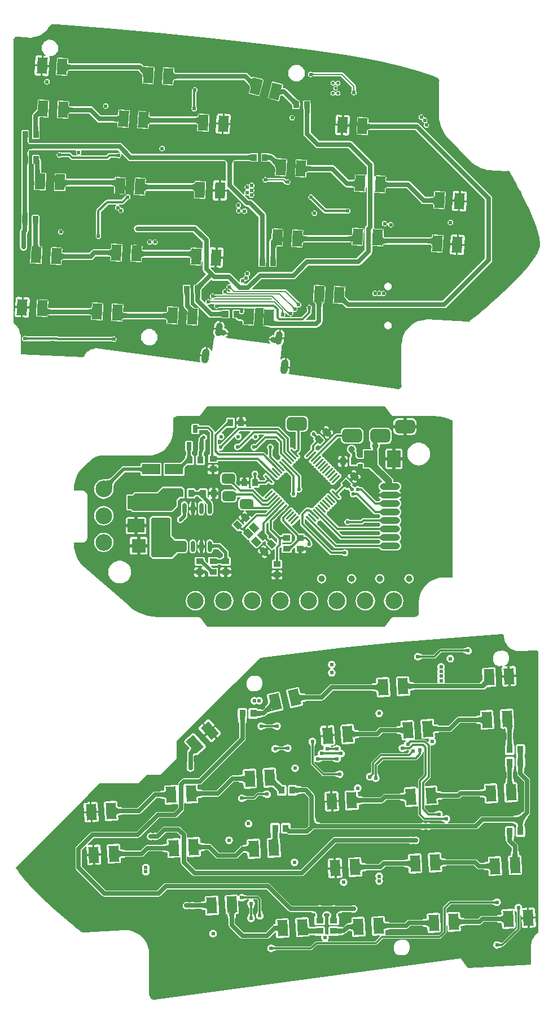
<source format=gtl>
G04 Layer_Physical_Order=1*
G04 Layer_Color=255*
%FSLAX44Y44*%
%MOMM*%
G71*
G01*
G75*
%ADD10R,1.1000X0.9000*%
%ADD11R,0.9000X1.1000*%
%ADD12R,2.5000X1.5000*%
%ADD13R,2.5000X2.0000*%
%ADD14R,2.0000X2.5000*%
G04:AMPARAMS|DCode=15|XSize=1.1mm|YSize=0.9mm|CornerRadius=0mm|HoleSize=0mm|Usage=FLASHONLY|Rotation=315.000|XOffset=0mm|YOffset=0mm|HoleType=Round|Shape=Rectangle|*
%AMROTATEDRECTD15*
4,1,4,-0.7071,0.0707,-0.0707,0.7071,0.7071,-0.0707,0.0707,-0.7071,-0.7071,0.0707,0.0*
%
%ADD15ROTATEDRECTD15*%

G04:AMPARAMS|DCode=16|XSize=1.5mm|YSize=2mm|CornerRadius=0.375mm|HoleSize=0mm|Usage=FLASHONLY|Rotation=90.000|XOffset=0mm|YOffset=0mm|HoleType=Round|Shape=RoundedRectangle|*
%AMROUNDEDRECTD16*
21,1,1.5000,1.2500,0,0,90.0*
21,1,0.7500,2.0000,0,0,90.0*
1,1,0.7500,0.6250,0.3750*
1,1,0.7500,0.6250,-0.3750*
1,1,0.7500,-0.6250,-0.3750*
1,1,0.7500,-0.6250,0.3750*
%
%ADD16ROUNDEDRECTD16*%
G04:AMPARAMS|DCode=17|XSize=2mm|YSize=3mm|CornerRadius=0.5mm|HoleSize=0mm|Usage=FLASHONLY|Rotation=90.000|XOffset=0mm|YOffset=0mm|HoleType=Round|Shape=RoundedRectangle|*
%AMROUNDEDRECTD17*
21,1,2.0000,2.0000,0,0,90.0*
21,1,1.0000,3.0000,0,0,90.0*
1,1,1.0000,1.0000,0.5000*
1,1,1.0000,1.0000,-0.5000*
1,1,1.0000,-1.0000,-0.5000*
1,1,1.0000,-1.0000,0.5000*
%
%ADD17ROUNDEDRECTD17*%
G04:AMPARAMS|DCode=18|XSize=0.3mm|YSize=1.7mm|CornerRadius=0mm|HoleSize=0mm|Usage=FLASHONLY|Rotation=135.000|XOffset=0mm|YOffset=0mm|HoleType=Round|Shape=Round|*
%AMOVALD18*
21,1,1.4000,0.3000,0.0000,0.0000,225.0*
1,1,0.3000,0.4950,0.4950*
1,1,0.3000,-0.4950,-0.4950*
%
%ADD18OVALD18*%

G04:AMPARAMS|DCode=19|XSize=0.3mm|YSize=1.7mm|CornerRadius=0mm|HoleSize=0mm|Usage=FLASHONLY|Rotation=45.000|XOffset=0mm|YOffset=0mm|HoleType=Round|Shape=Round|*
%AMOVALD19*
21,1,1.4000,0.3000,0.0000,0.0000,135.0*
1,1,0.3000,0.4950,-0.4950*
1,1,0.3000,-0.4950,0.4950*
%
%ADD19OVALD19*%

G04:AMPARAMS|DCode=20|XSize=1mm|YSize=1.2mm|CornerRadius=0mm|HoleSize=0mm|Usage=FLASHONLY|Rotation=225.000|XOffset=0mm|YOffset=0mm|HoleType=Round|Shape=Rectangle|*
%AMROTATEDRECTD20*
4,1,4,-0.0707,0.7778,0.7778,-0.0707,0.0707,-0.7778,-0.7778,0.0707,-0.0707,0.7778,0.0*
%
%ADD20ROTATEDRECTD20*%

%ADD21R,0.7500X1.1500*%
%ADD22R,2.7500X1.5500*%
%ADD23R,2.1000X2.1500*%
%ADD24O,0.6000X1.7000*%
%ADD25O,3.0000X1.0000*%
%ADD26C,0.3000*%
%ADD27C,0.5000*%
%ADD28C,1.0000*%
%ADD29C,0.5800*%
G04:AMPARAMS|DCode=30|XSize=2.4mm|YSize=1.5mm|CornerRadius=0mm|HoleSize=0mm|Usage=FLASHONLY|Rotation=87.000|XOffset=0mm|YOffset=0mm|HoleType=Round|Shape=Rectangle|*
%AMROTATEDRECTD30*
4,1,4,0.6862,-1.2376,-0.8118,-1.1591,-0.6862,1.2376,0.8118,1.1591,0.6862,-1.2376,0.0*
%
%ADD30ROTATEDRECTD30*%

G04:AMPARAMS|DCode=31|XSize=2.4mm|YSize=1.5mm|CornerRadius=0mm|HoleSize=0mm|Usage=FLASHONLY|Rotation=256.000|XOffset=0mm|YOffset=0mm|HoleType=Round|Shape=Rectangle|*
%AMROTATEDRECTD31*
4,1,4,-0.4374,1.3458,1.0180,0.9829,0.4374,-1.3458,-1.0180,-0.9829,-0.4374,1.3458,0.0*
%
%ADD31ROTATEDRECTD31*%

G04:AMPARAMS|DCode=32|XSize=2.4mm|YSize=1.5mm|CornerRadius=0mm|HoleSize=0mm|Usage=FLASHONLY|Rotation=88.000|XOffset=0mm|YOffset=0mm|HoleType=Round|Shape=Rectangle|*
%AMROTATEDRECTD32*
4,1,4,0.7077,-1.2254,-0.7914,-1.1731,-0.7077,1.2254,0.7914,1.1731,0.7077,-1.2254,0.0*
%
%ADD32ROTATEDRECTD32*%

G04:AMPARAMS|DCode=33|XSize=2.4mm|YSize=1.5mm|CornerRadius=0mm|HoleSize=0mm|Usage=FLASHONLY|Rotation=86.000|XOffset=0mm|YOffset=0mm|HoleType=Round|Shape=Rectangle|*
%AMROTATEDRECTD33*
4,1,4,0.6645,-1.2494,-0.8319,-1.1448,-0.6645,1.2494,0.8319,1.1448,0.6645,-1.2494,0.0*
%
%ADD33ROTATEDRECTD33*%

%ADD34C,0.7000*%
%ADD35C,0.2000*%
G04:AMPARAMS|DCode=36|XSize=2.4mm|YSize=1.5mm|CornerRadius=0mm|HoleSize=0mm|Usage=FLASHONLY|Rotation=273.000|XOffset=0mm|YOffset=0mm|HoleType=Round|Shape=Rectangle|*
%AMROTATEDRECTD36*
4,1,4,-0.8118,1.1591,0.6862,1.2376,0.8118,-1.1591,-0.6862,-1.2376,-0.8118,1.1591,0.0*
%
%ADD36ROTATEDRECTD36*%

G04:AMPARAMS|DCode=37|XSize=2.4mm|YSize=1.5mm|CornerRadius=0mm|HoleSize=0mm|Usage=FLASHONLY|Rotation=274.000|XOffset=0mm|YOffset=0mm|HoleType=Round|Shape=Rectangle|*
%AMROTATEDRECTD37*
4,1,4,-0.8319,1.1448,0.6645,1.2494,0.8319,-1.1448,-0.6645,-1.2494,-0.8319,1.1448,0.0*
%
%ADD37ROTATEDRECTD37*%

G04:AMPARAMS|DCode=38|XSize=2.4mm|YSize=1.5mm|CornerRadius=0mm|HoleSize=0mm|Usage=FLASHONLY|Rotation=103.000|XOffset=0mm|YOffset=0mm|HoleType=Round|Shape=Rectangle|*
%AMROTATEDRECTD38*
4,1,4,1.0007,-1.0005,-0.4608,-1.3380,-1.0007,1.0005,0.4608,1.3380,1.0007,-1.0005,0.0*
%
%ADD38ROTATEDRECTD38*%

G04:AMPARAMS|DCode=39|XSize=2.4mm|YSize=1.5mm|CornerRadius=0mm|HoleSize=0mm|Usage=FLASHONLY|Rotation=132.000|XOffset=0mm|YOffset=0mm|HoleType=Round|Shape=Rectangle|*
%AMROTATEDRECTD39*
4,1,4,1.3603,-0.3899,0.2456,-1.3936,-1.3603,0.3899,-0.2456,1.3936,1.3603,-0.3899,0.0*
%
%ADD39ROTATEDRECTD39*%

%ADD40C,2.5000*%
%ADD41C,1.0000*%
%ADD42C,0.6000*%
G04:AMPARAMS|DCode=43|XSize=1.716mm|YSize=0.858mm|CornerRadius=0mm|HoleSize=0mm|Usage=FLASHONLY|Rotation=352.000|XOffset=0mm|YOffset=0mm|HoleType=Round|Shape=Round|*
%AMOVALD43*
21,1,0.8580,0.8580,0.0000,0.0000,352.0*
1,1,0.8580,-0.4248,0.0597*
1,1,0.8580,0.4248,-0.0597*
%
%ADD43OVALD43*%

G04:AMPARAMS|DCode=44|XSize=2.016mm|YSize=1.008mm|CornerRadius=0mm|HoleSize=0mm|Usage=FLASHONLY|Rotation=82.000|XOffset=0mm|YOffset=0mm|HoleType=Round|Shape=Round|*
%AMOVALD44*
21,1,1.0080,1.0080,0.0000,0.0000,82.0*
1,1,1.0080,-0.0701,-0.4991*
1,1,1.0080,0.0701,0.4991*
%
%ADD44OVALD44*%

G04:AMPARAMS|DCode=45|XSize=2.2mm|YSize=1.1mm|CornerRadius=0mm|HoleSize=0mm|Usage=FLASHONLY|Rotation=82.000|XOffset=0mm|YOffset=0mm|HoleType=Round|Shape=Round|*
%AMOVALD45*
21,1,1.1000,1.1000,0.0000,0.0000,82.0*
1,1,1.1000,-0.0766,-0.5446*
1,1,1.1000,0.0766,0.5446*
%
%ADD45OVALD45*%

%ADD46C,0.5000*%
%ADD47C,0.6096*%
G36*
X106453Y1495446D02*
X182362Y1489878D01*
X258189Y1483301D01*
X333923Y1475714D01*
X409549Y1467121D01*
X485053Y1457521D01*
X544946Y1449094D01*
X544949Y1449116D01*
X548585Y1448638D01*
X573410Y1444420D01*
X598061Y1439276D01*
X622501Y1433215D01*
X646699Y1426244D01*
X670618Y1418373D01*
X675911Y1416409D01*
X675904Y1416387D01*
X675904Y1416387D01*
X677130Y1415879D01*
X678670Y1414698D01*
X679852Y1413157D01*
X680554Y1411462D01*
X680115Y1410805D01*
X679843Y1409439D01*
Y1353872D01*
X680115Y1352506D01*
X680888Y1351349D01*
X681010Y1351267D01*
X681231Y1348458D01*
X682499Y1343178D01*
X684577Y1338161D01*
X687414Y1333531D01*
X688710Y1332013D01*
X688680Y1331879D01*
X688919Y1330508D01*
X689665Y1329332D01*
X728757Y1288317D01*
X729896Y1287516D01*
X731255Y1287212D01*
X731383Y1287234D01*
X734163Y1284860D01*
X738793Y1282023D01*
X743810Y1279945D01*
X749090Y1278677D01*
X750152Y1278593D01*
X750201Y1278511D01*
X751317Y1277678D01*
X752667Y1277337D01*
X781908Y1275824D01*
X783286Y1276025D01*
X783928Y1276408D01*
X785295Y1275842D01*
X786762Y1274716D01*
X786707Y1273937D01*
X787147Y1272616D01*
X789578Y1268350D01*
X792718Y1262735D01*
X795810Y1257087D01*
X798851Y1251408D01*
X802241Y1244927D01*
X805563Y1238408D01*
X808807Y1231861D01*
X810475Y1228418D01*
X812118Y1224968D01*
X813571Y1221864D01*
X814997Y1218762D01*
X816952Y1214411D01*
X818840Y1210078D01*
X820654Y1205769D01*
X822118Y1202156D01*
X823515Y1198570D01*
X824837Y1195018D01*
X826072Y1191515D01*
X827269Y1187887D01*
X827833Y1186069D01*
X828365Y1184271D01*
X828833Y1182605D01*
X829265Y1180979D01*
X829831Y1178665D01*
X830315Y1176450D01*
X830712Y1174347D01*
X831021Y1172370D01*
X831254Y1170422D01*
X831393Y1168634D01*
X831442Y1166985D01*
X831427Y1165962D01*
X831374Y1164979D01*
X831281Y1164037D01*
X831152Y1163132D01*
X830898Y1161855D01*
X830555Y1160547D01*
X830107Y1159156D01*
X829544Y1157658D01*
X828786Y1155893D01*
X827883Y1154011D01*
X826835Y1152019D01*
X825646Y1149932D01*
X824319Y1147755D01*
X823440Y1146383D01*
X822510Y1144980D01*
X821520Y1143532D01*
X820493Y1142074D01*
X818318Y1139109D01*
X816925Y1137283D01*
X815481Y1135441D01*
X814001Y1133598D01*
X812484Y1131752D01*
X810937Y1129909D01*
X809365Y1128073D01*
X806126Y1124388D01*
X804046Y1122084D01*
X801930Y1119784D01*
X799754Y1117459D01*
X797561Y1115153D01*
X793110Y1110576D01*
X788569Y1106027D01*
X785902Y1103406D01*
X783208Y1100792D01*
X780318Y1098024D01*
X777415Y1095277D01*
X771726Y1089989D01*
X765990Y1084775D01*
X760216Y1079640D01*
X754698Y1074836D01*
X749145Y1070101D01*
X743548Y1065429D01*
X737901Y1060816D01*
X732172Y1056236D01*
X726685Y1051897D01*
X725783Y1050836D01*
X725560Y1050147D01*
X724620Y1049758D01*
X724326Y1049719D01*
X723713Y1050176D01*
X722364Y1050518D01*
X661784Y1053651D01*
X660406Y1053450D01*
X659210Y1052737D01*
X659170Y1052684D01*
X654325Y1052302D01*
X648891Y1050998D01*
X643729Y1048860D01*
X638965Y1045940D01*
X634715Y1042311D01*
X631087Y1038062D01*
X628167Y1033298D01*
X626029Y1028135D01*
X624724Y1022702D01*
X624490Y1019734D01*
X624372Y1019654D01*
X623599Y1018497D01*
X623327Y1017131D01*
Y956150D01*
X623599Y954784D01*
X624038Y954127D01*
X623336Y952432D01*
X622154Y950891D01*
X620614Y949710D01*
X618820Y948967D01*
X617904Y948846D01*
X617361Y949325D01*
X616043Y949775D01*
X454723Y971348D01*
X454056Y972719D01*
X454665Y973752D01*
X455231Y975792D01*
X455819Y979981D01*
X447789Y981109D01*
X447966Y982367D01*
X446708Y982544D01*
X448579Y995855D01*
X447743Y995862D01*
X445693Y995332D01*
X443851Y994290D01*
X442969Y993424D01*
X441770Y994025D01*
X444073Y1010868D01*
X444031Y1011558D01*
X443992Y1012244D01*
X443989Y1012251D01*
X443988Y1012258D01*
X443686Y1012879D01*
X443388Y1013498D01*
X443380Y1013508D01*
X443379Y1013510D01*
X443558Y1014968D01*
X443677Y1015036D01*
X445100Y1016435D01*
X446113Y1018154D01*
X446647Y1020078D01*
X447171Y1023811D01*
X439600Y1024875D01*
X439777Y1026133D01*
X438519Y1026309D01*
X440262Y1038706D01*
X439547Y1038712D01*
X437614Y1038212D01*
X435877Y1037229D01*
X434454Y1035831D01*
X433441Y1034111D01*
X432907Y1032188D01*
X432573Y1029810D01*
X432341Y1029843D01*
X430542Y1029858D01*
X428801Y1029408D01*
X427236Y1028523D01*
X425953Y1027262D01*
X425041Y1025713D01*
X424902Y1025214D01*
X435807Y1023681D01*
X435454Y1021166D01*
X424549Y1022699D01*
X424544Y1022181D01*
X424995Y1020440D01*
X425880Y1018875D01*
X426533Y1018211D01*
X425929Y1017013D01*
X360493Y1026233D01*
X360243Y1027551D01*
X361020Y1027990D01*
X362303Y1029251D01*
X363216Y1030800D01*
X363354Y1031299D01*
X352449Y1032831D01*
X352803Y1035347D01*
X363708Y1033814D01*
X363712Y1034332D01*
X363262Y1036073D01*
X362376Y1037638D01*
X361116Y1038921D01*
X359566Y1039833D01*
X357833Y1040314D01*
X357601Y1040347D01*
X357935Y1042724D01*
X357953Y1044720D01*
X357453Y1046652D01*
X356470Y1048390D01*
X355071Y1049813D01*
X353352Y1050826D01*
X352663Y1051017D01*
X350921Y1038621D01*
X349663Y1038798D01*
X349486Y1037540D01*
X341915Y1038604D01*
X341390Y1034871D01*
X341373Y1032875D01*
X341873Y1030943D01*
X342856Y1029205D01*
X343339Y1028714D01*
X343577Y1027550D01*
X343122Y1027036D01*
X342661Y1026520D01*
X342659Y1026513D01*
X342654Y1026508D01*
X342429Y1025857D01*
X342201Y1025206D01*
X342202Y1025199D01*
X342200Y1025191D01*
X339620Y1006325D01*
X338328Y1006249D01*
X338012Y1007469D01*
X336970Y1009311D01*
X335486Y1010821D01*
X333662Y1011896D01*
X332856Y1012119D01*
X330985Y998808D01*
X329728Y998985D01*
X329551Y997727D01*
X321521Y998855D01*
X320932Y994667D01*
X320914Y992550D01*
X321444Y990500D01*
X321554Y990304D01*
X320843Y989252D01*
X164132Y1010209D01*
X162743Y1010120D01*
X161493Y1009507D01*
X161243Y1009224D01*
X159071Y1008938D01*
X156030Y1007679D01*
X153443Y1005694D01*
X153199Y1005691D01*
X151920Y1005140D01*
X150949Y1004142D01*
X146176Y996781D01*
X52408Y1001630D01*
Y1029549D01*
X52136Y1030915D01*
X51363Y1032073D01*
X51188Y1032189D01*
X51014Y1033960D01*
X49727Y1038201D01*
X47638Y1042110D01*
X44826Y1045536D01*
X41669Y1048127D01*
Y1470299D01*
X41397Y1471665D01*
X40958Y1472322D01*
X41660Y1474017D01*
X42842Y1475558D01*
X44382Y1476739D01*
X46175Y1477482D01*
X46469Y1477521D01*
X47082Y1477064D01*
X48432Y1476722D01*
X68183Y1475701D01*
X69560Y1475901D01*
X70756Y1476614D01*
X70850Y1476740D01*
X73973Y1476986D01*
X78182Y1477996D01*
X82181Y1479653D01*
X85872Y1481914D01*
X89164Y1484725D01*
X91975Y1488017D01*
X94217Y1491676D01*
X94236Y1491666D01*
X94277Y1491765D01*
X94896Y1492688D01*
X95563Y1493558D01*
X97104Y1494740D01*
X98897Y1495483D01*
X100078Y1495638D01*
X101306Y1495672D01*
D01*
X102546Y1495680D01*
X106453Y1495446D01*
D02*
G37*
G36*
X609042Y910098D02*
X609215Y909947D01*
X609342Y909757D01*
X609735Y909494D01*
X610092Y909183D01*
X610309Y909110D01*
X610500Y908983D01*
X610964Y908891D01*
X611412Y908740D01*
X611641Y908756D01*
X611865Y908711D01*
X672105D01*
X672286Y908747D01*
X679548Y908340D01*
X686898Y907091D01*
X694061Y905027D01*
X700574Y902329D01*
X700292Y667099D01*
X687270D01*
Y667147D01*
X681346Y666681D01*
X675568Y665293D01*
X670079Y663019D01*
X665012Y659915D01*
X660494Y656056D01*
X656635Y651537D01*
X653530Y646471D01*
X651256Y640981D01*
X649869Y635204D01*
X649403Y629280D01*
X649451D01*
Y614280D01*
X649485Y614113D01*
X649023Y611793D01*
X647615Y609685D01*
X645507Y608277D01*
X643187Y607815D01*
X643020Y607849D01*
X611865D01*
X611641Y607804D01*
X611412Y607820D01*
X610964Y607669D01*
X610500Y607577D01*
X610309Y607450D01*
X610092Y607377D01*
X609735Y607066D01*
X609342Y606803D01*
X609215Y606613D01*
X609042Y606463D01*
X598518Y592849D01*
X332022D01*
X321498Y606463D01*
X321325Y606613D01*
X321198Y606803D01*
X320804Y607066D01*
X320448Y607377D01*
X320231Y607450D01*
X320040Y607577D01*
X319576Y607669D01*
X319128Y607820D01*
X318899Y607804D01*
X318675Y607849D01*
X258435D01*
X258254Y607813D01*
X250992Y608220D01*
X243642Y609469D01*
X236479Y611533D01*
X229592Y614386D01*
X223067Y617992D01*
X216987Y622306D01*
X214886Y624183D01*
X214852Y624144D01*
X147808Y682424D01*
X147846Y682468D01*
X145409Y684605D01*
X141401Y689176D01*
X138024Y694230D01*
X135335Y699682D01*
X133381Y705438D01*
X132195Y711400D01*
X131808Y717311D01*
X131839Y717466D01*
Y718015D01*
X131821Y718104D01*
X132219Y719066D01*
X133181Y719464D01*
X133270Y719446D01*
X143770D01*
Y719442D01*
X145989Y719734D01*
X148056Y720590D01*
X149832Y721953D01*
X151195Y723728D01*
X152051Y725796D01*
X152343Y728015D01*
X152338D01*
Y758280D01*
Y788545D01*
X152343D01*
X152051Y790764D01*
X151195Y792832D01*
X149832Y794607D01*
X148056Y795970D01*
X145989Y796826D01*
X143770Y797118D01*
Y797113D01*
X133270D01*
X133181Y797096D01*
X132219Y797494D01*
X131821Y798456D01*
X131839Y798545D01*
Y799094D01*
X131808Y799249D01*
X132195Y805160D01*
X133381Y811122D01*
X135335Y816878D01*
X138024Y822330D01*
X141401Y827384D01*
X145409Y831955D01*
X147846Y834092D01*
X147808Y834136D01*
X160802Y845431D01*
X160835Y845392D01*
X162441Y846710D01*
X165285Y848230D01*
X168372Y849166D01*
X171511Y849475D01*
X171581Y849461D01*
X243270D01*
Y849413D01*
X249194Y849880D01*
X254971Y851267D01*
X260461Y853540D01*
X265527Y856645D01*
X270046Y860504D01*
X273905Y865023D01*
X277010Y870089D01*
X279283Y875579D01*
X280671Y881356D01*
X281137Y887280D01*
X281089D01*
X281088Y887281D01*
Y902280D01*
X281055Y902447D01*
X281517Y904767D01*
X282925Y906875D01*
X285033Y908283D01*
X287353Y908745D01*
X287520Y908711D01*
X318675D01*
X318899Y908756D01*
X319128Y908740D01*
X319576Y908891D01*
X320040Y908983D01*
X320231Y909110D01*
X320448Y909183D01*
X320804Y909494D01*
X321198Y909757D01*
X321325Y909947D01*
X321498Y910098D01*
X332022Y923711D01*
X598518D01*
X609042Y910098D01*
D02*
G37*
G36*
X774755Y581907D02*
X774909Y581938D01*
X775835Y581753D01*
X776620Y581229D01*
X777144Y580444D01*
X777172Y580303D01*
X777300Y579085D01*
X777300D01*
X777735Y574675D01*
X779021Y570433D01*
X781111Y566525D01*
X783922Y563098D01*
X787348Y560287D01*
X791257Y558198D01*
X795498Y556911D01*
X799909Y556477D01*
X800973Y556581D01*
X801074Y556567D01*
X826108Y557861D01*
X826163Y557811D01*
Y557811D01*
X827325Y557576D01*
X827998Y557127D01*
X828523Y556342D01*
X828707Y555416D01*
X828738D01*
X828738Y555416D01*
Y134544D01*
X827987Y134143D01*
X824561Y131331D01*
X821750Y127905D01*
X819660Y123996D01*
X818374Y119755D01*
X817939Y115344D01*
X817999D01*
Y86458D01*
X722676Y81528D01*
X714140Y94693D01*
X713836Y95005D01*
X713548Y95331D01*
X713491Y95360D01*
X713446Y95406D01*
X713046Y95578D01*
X712655Y95769D01*
X712591Y95773D01*
X712533Y95799D01*
X712098Y95805D01*
X711663Y95832D01*
X253480Y34560D01*
X253469Y34637D01*
X252492Y34509D01*
X250567Y34762D01*
X248774Y35505D01*
X247233Y36687D01*
X246052Y38227D01*
X245309Y40021D01*
X245055Y41945D01*
X245041D01*
Y102927D01*
X245102D01*
X244663Y108497D01*
X243359Y113931D01*
X241220Y119093D01*
X238301Y123857D01*
X234672Y128106D01*
X230423Y131735D01*
X225658Y134655D01*
X220496Y136793D01*
X215063Y138098D01*
X209492Y138536D01*
X207817Y138405D01*
X207656Y138428D01*
X148345Y135361D01*
X147074Y135350D01*
X147074Y135350D01*
X145850Y135410D01*
X144767Y135553D01*
X143132Y136230D01*
X142118Y136953D01*
X141074Y137680D01*
X136575Y141238D01*
X130846Y145818D01*
X125189Y150440D01*
X119586Y155116D01*
X114023Y159859D01*
X108499Y164668D01*
X102714Y169813D01*
X96973Y175032D01*
X91276Y180328D01*
X88366Y183081D01*
X85471Y185854D01*
X82774Y188471D01*
X80100Y191099D01*
X75552Y195655D01*
X71091Y200242D01*
X68888Y202558D01*
X66710Y204885D01*
X64590Y207190D01*
X62501Y209504D01*
X59253Y213199D01*
X57673Y215045D01*
X56119Y216896D01*
X54596Y218749D01*
X53106Y220604D01*
X51656Y222455D01*
X50254Y224292D01*
X48066Y227275D01*
X47030Y228745D01*
X46033Y230204D01*
X45093Y231622D01*
X44784Y232105D01*
X142967Y330288D01*
X152967Y341288D01*
X169967Y358288D01*
X228967D01*
X241967Y371288D01*
X261967D01*
X285967Y395288D01*
Y422288D01*
X286967Y423288D01*
X334967Y471288D01*
X412198Y546859D01*
X459847Y552917D01*
X535460Y561509D01*
X611182Y569094D01*
X686997Y575671D01*
X762894Y581238D01*
X774752Y581949D01*
X774755Y581907D01*
D02*
G37*
%LPC*%
G36*
X93945Y1472607D02*
X92567Y1472406D01*
X91371Y1471694D01*
X91044Y1471254D01*
X89164Y1470476D01*
X87389Y1469113D01*
X86026Y1467338D01*
X85437Y1465915D01*
X84927Y1465574D01*
X84154Y1464417D01*
X83882Y1463051D01*
Y1457761D01*
X84154Y1456396D01*
X84927Y1455238D01*
X85437Y1454897D01*
X86026Y1453474D01*
X87389Y1451699D01*
X89164Y1450336D01*
X89219Y1450314D01*
X89447Y1449760D01*
X88579Y1448533D01*
X86633Y1448635D01*
X85923Y1435095D01*
X94970Y1434621D01*
X95519Y1445107D01*
X95348Y1446288D01*
X95027Y1446826D01*
X95694Y1448064D01*
X98287Y1447930D01*
X99665Y1448130D01*
X100861Y1448843D01*
X101189Y1449282D01*
X103068Y1450061D01*
X104844Y1451423D01*
X106206Y1453199D01*
X106796Y1454622D01*
X107305Y1454962D01*
X108078Y1456120D01*
X108350Y1457485D01*
Y1462775D01*
X108078Y1464141D01*
X107305Y1465299D01*
X106796Y1465639D01*
X106206Y1467062D01*
X104844Y1468838D01*
X103068Y1470200D01*
X102064Y1470616D01*
X101742Y1471157D01*
X100625Y1471989D01*
X99276Y1472331D01*
X93945Y1472607D01*
D02*
G37*
G36*
X77645Y1449106D02*
X76464Y1448935D01*
X75438Y1448325D01*
X74724Y1447369D01*
X74430Y1446212D01*
X73881Y1435726D01*
X82927Y1435252D01*
X83637Y1448792D01*
X77645Y1449106D01*
D02*
G37*
G36*
X73724Y1432730D02*
X73175Y1422245D01*
X73346Y1421064D01*
X73956Y1420038D01*
X74912Y1419324D01*
X76069Y1419030D01*
X82061Y1418716D01*
X82770Y1432256D01*
X73724Y1432730D01*
D02*
G37*
G36*
X85766Y1432099D02*
X85057Y1418559D01*
X91048Y1418245D01*
X92229Y1418416D01*
X93255Y1419027D01*
X93969Y1419983D01*
X94263Y1421140D01*
X94813Y1431625D01*
X85766Y1432099D01*
D02*
G37*
G36*
X463869Y1434993D02*
X462491Y1434792D01*
X461295Y1434079D01*
X460967Y1433640D01*
X459088Y1432861D01*
X457312Y1431499D01*
X455950Y1429724D01*
X455360Y1428300D01*
X454851Y1427960D01*
X454078Y1426802D01*
X453806Y1425437D01*
Y1420147D01*
X454078Y1418781D01*
X454851Y1417623D01*
X455360Y1417283D01*
X455950Y1415860D01*
X457312Y1414084D01*
X459088Y1412722D01*
X460092Y1412306D01*
X460415Y1411765D01*
X461531Y1410933D01*
X462881Y1410591D01*
X468211Y1410315D01*
X469589Y1410516D01*
X470785Y1411229D01*
X471113Y1411668D01*
X472992Y1412446D01*
X474768Y1413809D01*
X476130Y1415584D01*
X476720Y1417007D01*
X477229Y1417348D01*
X478002Y1418505D01*
X478274Y1419871D01*
Y1425161D01*
X478002Y1426527D01*
X477229Y1427684D01*
X476720Y1428025D01*
X476130Y1429448D01*
X474768Y1431223D01*
X472992Y1432586D01*
X471988Y1433002D01*
X471666Y1433543D01*
X470549Y1434375D01*
X469200Y1434717D01*
X463869Y1434993D01*
D02*
G37*
G36*
X528347Y1410994D02*
X526981Y1410723D01*
X525823Y1409949D01*
X525302Y1409169D01*
X525170Y1409126D01*
X524024D01*
X523891Y1409169D01*
X523370Y1409949D01*
X522212Y1410723D01*
X520847Y1410994D01*
X519481Y1410723D01*
X518323Y1409949D01*
X517550Y1408791D01*
X517278Y1407426D01*
X517550Y1406060D01*
X518323Y1404902D01*
X519481Y1404129D01*
X520847Y1403857D01*
X522212Y1404129D01*
X523370Y1404902D01*
X523891Y1405682D01*
X524024Y1405726D01*
X525170D01*
X525302Y1405682D01*
X525823Y1404902D01*
X526981Y1404129D01*
X528347Y1403857D01*
X529712Y1404129D01*
X530870Y1404902D01*
X531644Y1406060D01*
X531915Y1407426D01*
X531644Y1408791D01*
X530870Y1409949D01*
X529712Y1410723D01*
X528347Y1410994D01*
D02*
G37*
G36*
X107501Y1445562D02*
X106720Y1445285D01*
X106363Y1444538D01*
X105107Y1420571D01*
X105384Y1419790D01*
X106132Y1419433D01*
X121111Y1418648D01*
X121892Y1418925D01*
X122248Y1419672D01*
X122528Y1425013D01*
X122660Y1425338D01*
X122893Y1425659D01*
X123240Y1425965D01*
X123294Y1425997D01*
X228650D01*
X233996Y1420652D01*
X234144Y1420313D01*
X234428Y1419455D01*
X234617Y1418612D01*
X234713Y1417782D01*
X234718Y1416902D01*
X234858Y1416567D01*
X234419Y1408177D01*
X234695Y1407396D01*
X235443Y1407039D01*
X250422Y1406254D01*
X251203Y1406530D01*
X251560Y1407278D01*
X252816Y1431245D01*
X252539Y1432026D01*
X251792Y1432383D01*
X237370Y1433139D01*
X234939Y1435570D01*
X233119Y1436786D01*
X230973Y1437213D01*
X124094D01*
X123222Y1438249D01*
X123505Y1443639D01*
X123228Y1444420D01*
X122480Y1444777D01*
X107501Y1445562D01*
D02*
G37*
G36*
X91597Y1413803D02*
X90017Y1413489D01*
X88678Y1412594D01*
X87784Y1411255D01*
X87469Y1409676D01*
X87784Y1408096D01*
X88678Y1406757D01*
X90017Y1405863D01*
X91597Y1405548D01*
X93176Y1405863D01*
X94515Y1406757D01*
X95410Y1408096D01*
X95724Y1409676D01*
X95410Y1411255D01*
X94515Y1412594D01*
X93176Y1413489D01*
X91597Y1413803D01*
D02*
G37*
G36*
X524597Y1403494D02*
X523231Y1403223D01*
X522073Y1402449D01*
X521300Y1401291D01*
X521028Y1399926D01*
X521300Y1398560D01*
X522073Y1397402D01*
X523231Y1396629D01*
X524597Y1396357D01*
X525962Y1396629D01*
X527120Y1397402D01*
X527894Y1398560D01*
X528165Y1399926D01*
X527894Y1401291D01*
X527120Y1402449D01*
X525962Y1403223D01*
X524597Y1403494D01*
D02*
G37*
G36*
X528347Y1395994D02*
X526981Y1395723D01*
X525823Y1394949D01*
X525302Y1394169D01*
X525170Y1394126D01*
X524024D01*
X523891Y1394169D01*
X523370Y1394949D01*
X522212Y1395723D01*
X520847Y1395994D01*
X519481Y1395723D01*
X518323Y1394949D01*
X517550Y1393791D01*
X517278Y1392426D01*
X517550Y1391060D01*
X518323Y1389902D01*
X519481Y1389129D01*
X520847Y1388857D01*
X522212Y1389129D01*
X523370Y1389902D01*
X523891Y1390682D01*
X524024Y1390725D01*
X525170D01*
X525302Y1390682D01*
X525823Y1389902D01*
X526981Y1389129D01*
X528347Y1388857D01*
X529712Y1389129D01*
X530870Y1389902D01*
X531644Y1391060D01*
X531915Y1392426D01*
X531644Y1393791D01*
X530870Y1394949D01*
X529712Y1395723D01*
X528347Y1395994D01*
D02*
G37*
G36*
X487347Y1424803D02*
X485767Y1424489D01*
X484428Y1423594D01*
X483534Y1422255D01*
X483219Y1420676D01*
X483534Y1419096D01*
X484428Y1417757D01*
X485767Y1416863D01*
X487347Y1416548D01*
X488926Y1416863D01*
X490055Y1417617D01*
X532830D01*
X549038Y1401409D01*
Y1396134D01*
X548284Y1395005D01*
X547970Y1393426D01*
X548284Y1391846D01*
X549178Y1390507D01*
X550517Y1389613D01*
X552097Y1389298D01*
X553676Y1389613D01*
X555015Y1390507D01*
X555910Y1391846D01*
X556224Y1393426D01*
X555910Y1395005D01*
X555155Y1396134D01*
Y1402676D01*
X554923Y1403846D01*
X554260Y1404839D01*
X554260Y1404839D01*
X536260Y1422839D01*
X535267Y1423502D01*
X534097Y1423734D01*
X534097Y1423734D01*
X490055D01*
X488926Y1424489D01*
X487347Y1424803D01*
D02*
G37*
G36*
X266771Y1431598D02*
X265990Y1431321D01*
X265634Y1430573D01*
X264378Y1406606D01*
X264654Y1405825D01*
X265402Y1405469D01*
X280381Y1404684D01*
X281162Y1404960D01*
X281519Y1405708D01*
X281799Y1411049D01*
X281931Y1411373D01*
X282163Y1411694D01*
X282511Y1412001D01*
X282565Y1412033D01*
X387384D01*
X395886Y1403530D01*
X395984Y1403277D01*
X396171Y1402545D01*
X396256Y1401850D01*
X396242Y1401186D01*
X396119Y1400464D01*
X396146Y1400346D01*
X394312Y1392987D01*
X394434Y1392168D01*
X395100Y1391675D01*
X409655Y1388047D01*
X410474Y1388169D01*
X410967Y1388835D01*
X416773Y1412122D01*
X416650Y1412941D01*
X415984Y1413434D01*
X401430Y1417063D01*
X400611Y1416940D01*
X400408Y1416666D01*
X399136Y1416395D01*
X398848Y1416430D01*
X393672Y1421606D01*
X391852Y1422821D01*
X389706Y1423248D01*
X283365D01*
X282492Y1424284D01*
X282775Y1429675D01*
X282498Y1430456D01*
X281751Y1430813D01*
X266771Y1431598D01*
D02*
G37*
G36*
X179847Y1377303D02*
X178267Y1376989D01*
X176928Y1376094D01*
X176034Y1374755D01*
X175720Y1373176D01*
X176034Y1371596D01*
X176928Y1370257D01*
X178267Y1369363D01*
X179847Y1369048D01*
X181426Y1369363D01*
X182765Y1370257D01*
X183660Y1371596D01*
X183974Y1373176D01*
X183660Y1374755D01*
X182765Y1376094D01*
X181426Y1376989D01*
X179847Y1377303D01*
D02*
G37*
G36*
X430539Y1409805D02*
X429720Y1409683D01*
X429227Y1409017D01*
X423421Y1385730D01*
X423543Y1384910D01*
X424209Y1384417D01*
X438764Y1380789D01*
X439583Y1380911D01*
X440075Y1381577D01*
X441973Y1389189D01*
X445153D01*
X460014Y1374328D01*
Y1369676D01*
X460331Y1368910D01*
X461097Y1368593D01*
X470097D01*
X470862Y1368910D01*
X471179Y1369676D01*
Y1373882D01*
X471278Y1374030D01*
X471704Y1376176D01*
X471278Y1378322D01*
X471179Y1378469D01*
Y1380676D01*
X470862Y1381441D01*
X470097Y1381758D01*
X469627D01*
X469497Y1381767D01*
X468884Y1381890D01*
X468223Y1382103D01*
X468007Y1382196D01*
X451441Y1398762D01*
X449622Y1399978D01*
X447476Y1400405D01*
X445801D01*
X445019Y1401405D01*
X445882Y1404864D01*
X445759Y1405683D01*
X445093Y1406176D01*
X430539Y1409805D01*
D02*
G37*
G36*
X313347Y1401553D02*
X311767Y1401239D01*
X310428Y1400344D01*
X309534Y1399005D01*
X309360Y1398131D01*
X309300Y1398041D01*
X309028Y1396676D01*
Y1371371D01*
X308784Y1371005D01*
X308470Y1369426D01*
X308784Y1367846D01*
X309678Y1366507D01*
X311017Y1365613D01*
X312597Y1365298D01*
X314176Y1365613D01*
X315515Y1366507D01*
X316410Y1367846D01*
X316724Y1369426D01*
X316410Y1371005D01*
X316165Y1371371D01*
Y1394441D01*
X316265Y1394507D01*
X317160Y1395846D01*
X317474Y1397426D01*
X317160Y1399005D01*
X316265Y1400344D01*
X314926Y1401239D01*
X313347Y1401553D01*
D02*
G37*
G36*
X79062Y1382918D02*
X78281Y1382642D01*
X77924Y1381894D01*
X77222Y1368497D01*
X70882Y1362156D01*
X69666Y1360337D01*
X69239Y1358191D01*
Y1330426D01*
X69514Y1329042D01*
Y1324926D01*
X69831Y1324160D01*
X70597Y1323843D01*
X79597D01*
X80362Y1324160D01*
X80679Y1324926D01*
Y1335926D01*
X80530Y1336287D01*
X80518Y1336404D01*
X80462Y1336449D01*
X80455Y1336468D01*
Y1355658D01*
X81424Y1356594D01*
X92672Y1356004D01*
X93453Y1356281D01*
X93810Y1357029D01*
X95066Y1380996D01*
X94789Y1381776D01*
X94042Y1382133D01*
X79062Y1382918D01*
D02*
G37*
G36*
X459597Y1359803D02*
X458017Y1359489D01*
X456678Y1358594D01*
X455784Y1357255D01*
X455469Y1355676D01*
X455784Y1354096D01*
X456678Y1352757D01*
X458017Y1351863D01*
X459597Y1351548D01*
X461176Y1351863D01*
X462515Y1352757D01*
X463410Y1354096D01*
X463724Y1355676D01*
X463410Y1357255D01*
X462515Y1358594D01*
X461176Y1359489D01*
X459597Y1359803D01*
D02*
G37*
G36*
X349395Y1362106D02*
X348214Y1361935D01*
X347188Y1361325D01*
X346474Y1360369D01*
X346180Y1359212D01*
X345631Y1348726D01*
X354677Y1348252D01*
X355387Y1361792D01*
X349395Y1362106D01*
D02*
G37*
G36*
X358383Y1361635D02*
X357673Y1348095D01*
X366720Y1347621D01*
X367269Y1358107D01*
X367098Y1359288D01*
X366488Y1360314D01*
X365531Y1361028D01*
X364375Y1361321D01*
X358383Y1361635D01*
D02*
G37*
G36*
X528416Y1360141D02*
X527235Y1359970D01*
X526209Y1359360D01*
X525495Y1358404D01*
X525201Y1357247D01*
X524651Y1346761D01*
X533698Y1346287D01*
X534407Y1359827D01*
X528416Y1360141D01*
D02*
G37*
G36*
X537403Y1359670D02*
X536694Y1346130D01*
X545740Y1345656D01*
X546290Y1356142D01*
X546118Y1357323D01*
X545508Y1358349D01*
X544552Y1359062D01*
X543395Y1359356D01*
X537403Y1359670D01*
D02*
G37*
G36*
X109021Y1381347D02*
X108240Y1381071D01*
X107884Y1380323D01*
X106628Y1356356D01*
X106904Y1355575D01*
X107652Y1355218D01*
X122632Y1354433D01*
X123412Y1354710D01*
X123769Y1355458D01*
X124049Y1360799D01*
X124181Y1361123D01*
X124413Y1361444D01*
X124761Y1361751D01*
X124815Y1361783D01*
X154809D01*
X166585Y1350007D01*
X168404Y1348792D01*
X170550Y1348365D01*
X196535D01*
X196542Y1348361D01*
X196823Y1348083D01*
X196994Y1347797D01*
X197088Y1347466D01*
X197107Y1346932D01*
X197233Y1346656D01*
X196985Y1343100D01*
X196985Y1343100D01*
X197247Y1342315D01*
X197989Y1341945D01*
X212952Y1340899D01*
X213738Y1341162D01*
X214108Y1341903D01*
X214107Y1341903D01*
X215782Y1365845D01*
X215782Y1365845D01*
X215519Y1366630D01*
X214777Y1367000D01*
X199814Y1368046D01*
X199028Y1367783D01*
X198659Y1367042D01*
X198659Y1367042D01*
X198265Y1361415D01*
X198102Y1361158D01*
X198006Y1360615D01*
X197852Y1360252D01*
X197611Y1359926D01*
X197253Y1359616D01*
X197193Y1359580D01*
X172873D01*
X161098Y1371356D01*
X159278Y1372571D01*
X157132Y1372998D01*
X125615D01*
X124743Y1374034D01*
X125025Y1379425D01*
X124749Y1380206D01*
X124001Y1380562D01*
X109021Y1381347D01*
D02*
G37*
G36*
X653347Y1360803D02*
X651767Y1360489D01*
X650428Y1359594D01*
X649534Y1358255D01*
X649220Y1356676D01*
X649534Y1355096D01*
X650428Y1353757D01*
X651767Y1352863D01*
X653347Y1352548D01*
X654315Y1351446D01*
X654534Y1350346D01*
X655428Y1349007D01*
X656767Y1348113D01*
X656970Y1348072D01*
X657555Y1346661D01*
X657284Y1346255D01*
X656970Y1344676D01*
X657284Y1343096D01*
X658178Y1341757D01*
X659517Y1340863D01*
X661097Y1340548D01*
X662676Y1340863D01*
X664015Y1341757D01*
X664910Y1343096D01*
X665224Y1344676D01*
X664910Y1346255D01*
X664015Y1347594D01*
X662676Y1348489D01*
X662473Y1348529D01*
X661889Y1349940D01*
X662160Y1350346D01*
X662474Y1351926D01*
X662160Y1353505D01*
X661265Y1354844D01*
X659926Y1355739D01*
X658347Y1356053D01*
X657379Y1357155D01*
X657160Y1358255D01*
X656265Y1359594D01*
X654926Y1360489D01*
X653347Y1360803D01*
D02*
G37*
G36*
X229741Y1365953D02*
X228955Y1365690D01*
X228586Y1364949D01*
X228586Y1364948D01*
X226912Y1341007D01*
X226912Y1341007D01*
X227174Y1340221D01*
X227916Y1339852D01*
X242879Y1338806D01*
X243665Y1339068D01*
X244035Y1339810D01*
X244035Y1339810D01*
X244417Y1345271D01*
X244556Y1345600D01*
X244797Y1345926D01*
X245155Y1346236D01*
X245216Y1346271D01*
X316597D01*
X316611Y1346263D01*
X316901Y1345981D01*
X317080Y1345690D01*
X317181Y1345355D01*
X317210Y1344820D01*
X317349Y1344529D01*
X316939Y1336711D01*
X317216Y1335930D01*
X317964Y1335574D01*
X332943Y1334789D01*
X333724Y1335065D01*
X334081Y1335813D01*
X335337Y1359780D01*
X335060Y1360561D01*
X334312Y1360918D01*
X319333Y1361703D01*
X318552Y1361426D01*
X318195Y1360679D01*
X318124Y1359322D01*
X317955Y1359047D01*
X317870Y1358505D01*
X317724Y1358147D01*
X317492Y1357825D01*
X317144Y1357519D01*
X317090Y1357487D01*
X246213D01*
X245344Y1358538D01*
X245709Y1363751D01*
X245709Y1363751D01*
X245446Y1364537D01*
X244705Y1364906D01*
X229741Y1365953D01*
D02*
G37*
G36*
X345474Y1345730D02*
X344925Y1335245D01*
X345096Y1334064D01*
X345706Y1333038D01*
X346662Y1332324D01*
X347819Y1332030D01*
X353811Y1331716D01*
X354520Y1345256D01*
X345474Y1345730D01*
D02*
G37*
G36*
X357516Y1345099D02*
X356807Y1331559D01*
X362798Y1331245D01*
X363979Y1331416D01*
X365005Y1332027D01*
X365719Y1332983D01*
X366013Y1334140D01*
X366563Y1344625D01*
X357516Y1345099D01*
D02*
G37*
G36*
X524495Y1343765D02*
X523945Y1333280D01*
X524116Y1332099D01*
X524726Y1331073D01*
X525683Y1330359D01*
X526839Y1330065D01*
X532831Y1329751D01*
X533541Y1343291D01*
X524495Y1343765D01*
D02*
G37*
G36*
X536537Y1343134D02*
X535827Y1329594D01*
X541819Y1329280D01*
X543000Y1329451D01*
X544026Y1330061D01*
X544740Y1331018D01*
X545033Y1332175D01*
X545583Y1342660D01*
X536537Y1343134D01*
D02*
G37*
G36*
X264347Y1313803D02*
X262767Y1313489D01*
X261428Y1312594D01*
X260534Y1311255D01*
X260219Y1309676D01*
X260534Y1308096D01*
X261428Y1306757D01*
X262767Y1305863D01*
X264347Y1305548D01*
X265926Y1305863D01*
X267265Y1306757D01*
X268160Y1308096D01*
X268474Y1309676D01*
X268160Y1311255D01*
X267265Y1312594D01*
X265926Y1313489D01*
X264347Y1313803D01*
D02*
G37*
G36*
X63597Y1337008D02*
X54597D01*
X53831Y1336691D01*
X53514Y1335926D01*
Y1332469D01*
X53416Y1332322D01*
X52989Y1330176D01*
Y1312426D01*
Y1203426D01*
Y1189249D01*
X52632Y1188891D01*
X51416Y1187072D01*
X50989Y1184926D01*
Y1169426D01*
Y1162176D01*
X51416Y1160030D01*
X52632Y1158211D01*
X54451Y1156995D01*
X56597Y1156568D01*
X58743Y1156995D01*
X60562Y1158211D01*
X61778Y1160030D01*
X62204Y1162176D01*
Y1169426D01*
Y1182603D01*
X62562Y1182960D01*
X63778Y1184780D01*
X64205Y1186926D01*
Y1203426D01*
Y1287095D01*
X64362Y1287160D01*
X64449Y1287371D01*
X64493Y1287403D01*
X64509Y1287515D01*
X64679Y1287926D01*
Y1298926D01*
X64509Y1299336D01*
X64493Y1299449D01*
X64449Y1299481D01*
X64362Y1299691D01*
X64205Y1299756D01*
Y1305904D01*
X64616Y1306407D01*
X65119Y1306818D01*
X135009D01*
X135688Y1305548D01*
X135409Y1305130D01*
X135094Y1303551D01*
X135409Y1301971D01*
X136303Y1300632D01*
X136480Y1300514D01*
X136095Y1299244D01*
X131325D01*
X128120Y1302449D01*
X126962Y1303223D01*
X125597Y1303494D01*
X112292D01*
X111926Y1303739D01*
X110347Y1304053D01*
X108767Y1303739D01*
X107428Y1302844D01*
X106534Y1301505D01*
X106219Y1299926D01*
X106534Y1298346D01*
X107428Y1297007D01*
X108767Y1296113D01*
X110347Y1295798D01*
X111926Y1296113D01*
X112292Y1296357D01*
X124119D01*
X127323Y1293152D01*
X128481Y1292379D01*
X129847Y1292107D01*
X182097D01*
X183462Y1292379D01*
X184620Y1293152D01*
X187075Y1295607D01*
X196901D01*
X197267Y1295363D01*
X198847Y1295048D01*
X200426Y1295363D01*
X201765Y1296257D01*
X202660Y1297596D01*
X202974Y1299176D01*
X202660Y1300755D01*
X202396Y1301149D01*
X203383Y1301959D01*
X213132Y1292210D01*
X214951Y1290995D01*
X217097Y1290568D01*
X359325D01*
X359828Y1290157D01*
X360239Y1289654D01*
Y1262197D01*
X359441Y1261564D01*
X358969Y1261445D01*
X353112Y1261649D01*
X352639Y1248099D01*
X361692Y1247783D01*
X361720Y1248576D01*
X363008Y1249083D01*
X388131Y1223960D01*
X389951Y1222745D01*
X392097Y1222318D01*
X394024D01*
X409239Y1207103D01*
Y1144718D01*
X409231Y1144699D01*
X409175Y1144653D01*
X409164Y1144537D01*
X409014Y1144176D01*
Y1133176D01*
X409331Y1132410D01*
X410097Y1132093D01*
X419097D01*
X419862Y1132410D01*
X420179Y1133176D01*
Y1137541D01*
X420454Y1138926D01*
Y1209426D01*
X420028Y1211572D01*
X418812Y1213391D01*
X400312Y1231891D01*
X398493Y1233107D01*
X396347Y1233533D01*
X394420D01*
X389063Y1238890D01*
X389873Y1239876D01*
X390267Y1239613D01*
X391847Y1239298D01*
X393426Y1239613D01*
X394670Y1238916D01*
X394784Y1238346D01*
X395678Y1237007D01*
X397017Y1236113D01*
X398597Y1235798D01*
X400176Y1236113D01*
X401515Y1237007D01*
X402410Y1238346D01*
X402724Y1239926D01*
X402410Y1241505D01*
X401515Y1242844D01*
Y1244007D01*
X402410Y1245346D01*
X402724Y1246926D01*
X402410Y1248505D01*
X401515Y1249844D01*
X401664Y1251272D01*
X402015Y1251507D01*
X402910Y1252846D01*
X403224Y1254426D01*
X402910Y1256005D01*
X402015Y1257344D01*
X400676Y1258239D01*
X399097Y1258553D01*
X397517Y1258239D01*
X396178Y1257344D01*
X395332Y1256077D01*
X395062Y1255789D01*
X394083Y1255384D01*
X393926Y1255489D01*
X392347Y1255803D01*
X390767Y1255489D01*
X389428Y1254594D01*
X388534Y1253255D01*
X388219Y1251676D01*
X388534Y1250096D01*
X389428Y1248757D01*
X389928Y1248423D01*
X389978Y1248248D01*
X389841Y1246954D01*
X388928Y1246344D01*
X388034Y1245005D01*
X387719Y1243426D01*
X388034Y1241846D01*
X388297Y1241452D01*
X387311Y1240642D01*
X371455Y1256498D01*
Y1289654D01*
X371866Y1290157D01*
X372369Y1290568D01*
X397055D01*
X397066Y1290509D01*
X397113Y1290436D01*
X397331Y1289910D01*
X397503Y1289839D01*
X397518Y1289816D01*
X397604Y1289798D01*
X398097Y1289593D01*
X407097D01*
X407862Y1289910D01*
X408179Y1290676D01*
Y1301676D01*
X407862Y1302441D01*
X407097Y1302758D01*
X398097D01*
X397604Y1302554D01*
X397518Y1302536D01*
X397503Y1302512D01*
X397331Y1302441D01*
X397113Y1301915D01*
X397066Y1301842D01*
X397055Y1301783D01*
X219420D01*
X204812Y1316391D01*
X202993Y1317607D01*
X200847Y1318033D01*
X65119D01*
X64616Y1318445D01*
X64205Y1318948D01*
Y1324095D01*
X64362Y1324160D01*
X64449Y1324371D01*
X64493Y1324403D01*
X64509Y1324515D01*
X64679Y1324926D01*
Y1335926D01*
X64362Y1336691D01*
X63597Y1337008D01*
D02*
G37*
G36*
X482097Y1381783D02*
X481969Y1381758D01*
X477097D01*
X476331Y1381441D01*
X476014Y1380676D01*
Y1369676D01*
X476184Y1369265D01*
X476201Y1369153D01*
X476244Y1369121D01*
X476331Y1368910D01*
X476489Y1368845D01*
Y1331676D01*
X476916Y1329530D01*
X478131Y1327711D01*
X494132Y1311711D01*
X495951Y1310495D01*
X498097Y1310068D01*
X543774D01*
X571134Y1282708D01*
Y1270869D01*
X571134Y1270869D01*
X569864Y1270098D01*
X569792Y1270133D01*
X554812Y1270918D01*
X554031Y1270641D01*
X553675Y1269893D01*
X553387Y1264404D01*
X553218Y1264128D01*
X553133Y1263587D01*
X552987Y1263228D01*
X552755Y1262907D01*
X552407Y1262600D01*
X552353Y1262569D01*
X544384D01*
X523597Y1283356D01*
X521778Y1284572D01*
X519632Y1284998D01*
X482615D01*
X481742Y1286035D01*
X482025Y1291425D01*
X481748Y1292206D01*
X481001Y1292563D01*
X466021Y1293348D01*
X465240Y1293071D01*
X464884Y1292323D01*
X463628Y1268356D01*
X463904Y1267575D01*
X464652Y1267219D01*
X479631Y1266434D01*
X480412Y1266710D01*
X480769Y1267458D01*
X481049Y1272799D01*
X481181Y1273123D01*
X481413Y1273445D01*
X481761Y1273751D01*
X481815Y1273783D01*
X517309D01*
X538097Y1252996D01*
X539916Y1251780D01*
X542062Y1251353D01*
X551860D01*
X551874Y1251345D01*
X552164Y1251062D01*
X552343Y1250772D01*
X552444Y1250436D01*
X552473Y1249902D01*
X552612Y1249611D01*
X552419Y1245926D01*
X552695Y1245145D01*
X553443Y1244789D01*
X568422Y1244004D01*
X569203Y1244280D01*
X569560Y1245028D01*
X569864Y1250832D01*
X571134Y1250799D01*
Y1194144D01*
X570131Y1193141D01*
X568916Y1191322D01*
X568489Y1189176D01*
Y1157498D01*
X556524Y1145534D01*
X481847D01*
X479701Y1145107D01*
X477882Y1143891D01*
X458774Y1124783D01*
X411097D01*
X408951Y1124357D01*
X407132Y1123141D01*
X390774Y1106784D01*
X387265D01*
X386962Y1108054D01*
X388015Y1108757D01*
X388910Y1110096D01*
X389004Y1110570D01*
X390439Y1111580D01*
X390597Y1111548D01*
X392176Y1111863D01*
X393515Y1112757D01*
X394410Y1114096D01*
X394724Y1115676D01*
X394410Y1117255D01*
X393828Y1118126D01*
X393926Y1118363D01*
X395265Y1119257D01*
X396160Y1120596D01*
X396474Y1122176D01*
X396160Y1123755D01*
X395265Y1125094D01*
X393926Y1125989D01*
X392347Y1126303D01*
X390767Y1125989D01*
X389428Y1125094D01*
X388534Y1123755D01*
X388219Y1122176D01*
X388534Y1120596D01*
X389115Y1119726D01*
X389017Y1119489D01*
X387678Y1118594D01*
X386784Y1117255D01*
X386689Y1116781D01*
X385254Y1115772D01*
X385097Y1115803D01*
X383517Y1115489D01*
X382178Y1114594D01*
X381284Y1113255D01*
X380970Y1111676D01*
X381217Y1110433D01*
X380104Y1109750D01*
X368713Y1121141D01*
X366894Y1122357D01*
X364748Y1122784D01*
X344920D01*
X337221Y1130482D01*
X337779Y1131720D01*
X343290Y1131431D01*
X344078Y1146469D01*
X344866Y1161507D01*
X338875Y1161821D01*
X337724Y1161655D01*
X337691Y1161652D01*
X336455Y1162391D01*
Y1171926D01*
X336028Y1174072D01*
X334812Y1175891D01*
X317312Y1193391D01*
X315493Y1194607D01*
X313347Y1195033D01*
X227597D01*
X225451Y1194607D01*
X223631Y1193391D01*
X222416Y1191572D01*
X221989Y1189426D01*
X222416Y1187280D01*
X223631Y1185460D01*
X225451Y1184245D01*
X227597Y1183818D01*
X311024D01*
X325239Y1169603D01*
Y1161253D01*
X323969Y1160548D01*
X323792Y1160633D01*
X308812Y1161418D01*
X308031Y1161141D01*
X307675Y1160394D01*
X307621Y1159369D01*
X307452Y1159093D01*
X307367Y1158552D01*
X307221Y1158193D01*
X306989Y1157872D01*
X306641Y1157565D01*
X306587Y1157533D01*
X235635D01*
X234763Y1158569D01*
X235045Y1163960D01*
X234769Y1164741D01*
X234021Y1165098D01*
X219042Y1165883D01*
X218261Y1165606D01*
X217904Y1164858D01*
X216648Y1140891D01*
X216925Y1140110D01*
X217672Y1139754D01*
X232652Y1138969D01*
X233433Y1139245D01*
X233789Y1139993D01*
X234069Y1145334D01*
X234201Y1145658D01*
X234433Y1145980D01*
X234781Y1146286D01*
X234835Y1146318D01*
X306094D01*
X306108Y1146310D01*
X306398Y1146027D01*
X306577Y1145737D01*
X306678Y1145402D01*
X306707Y1144866D01*
X306846Y1144576D01*
X306419Y1136426D01*
X306695Y1135646D01*
X307443Y1135289D01*
X322422Y1134504D01*
X323203Y1134780D01*
X323560Y1135528D01*
X323969Y1143334D01*
X325239Y1143300D01*
Y1128926D01*
X325666Y1126780D01*
X326881Y1124960D01*
X330541Y1121301D01*
X315267Y1106026D01*
X314862Y1105858D01*
X314162Y1105643D01*
X313502Y1105518D01*
X313350Y1105508D01*
X312847D01*
X312081Y1105191D01*
X311764Y1104426D01*
Y1093426D01*
X311934Y1093015D01*
X311951Y1092903D01*
X311994Y1092871D01*
X312081Y1092660D01*
X312239Y1092595D01*
Y1081426D01*
X312666Y1079280D01*
X313881Y1077460D01*
X333632Y1057710D01*
X335451Y1056495D01*
X337597Y1056068D01*
X354055D01*
X354066Y1056009D01*
X354241Y1055740D01*
X354364Y1055443D01*
X354461Y1055403D01*
X354518Y1055315D01*
X354833Y1055249D01*
X355130Y1055126D01*
X355199Y1055155D01*
X355347Y1055093D01*
X364347D01*
X365112Y1055410D01*
X365429Y1056176D01*
Y1067176D01*
X365112Y1067941D01*
X364347Y1068258D01*
X355347D01*
X355198Y1068197D01*
X355130Y1068225D01*
X354833Y1068102D01*
X354518Y1068036D01*
X354461Y1067948D01*
X354364Y1067908D01*
X354241Y1067611D01*
X354066Y1067342D01*
X354055Y1067283D01*
X339920D01*
X332477Y1074726D01*
X333102Y1075897D01*
X333597Y1075798D01*
X335176Y1076113D01*
X336305Y1076867D01*
X342250D01*
X342929Y1075597D01*
X342534Y1075005D01*
X342220Y1073426D01*
X342534Y1071846D01*
X343428Y1070507D01*
X344767Y1069613D01*
X346347Y1069298D01*
X347926Y1069613D01*
X349265Y1070507D01*
X349499Y1070857D01*
X385715D01*
X386646Y1069587D01*
X386342Y1063802D01*
X386210Y1063478D01*
X385978Y1063157D01*
X385631Y1062850D01*
X385577Y1062819D01*
X382384D01*
X381429Y1063774D01*
Y1067176D01*
X381112Y1067941D01*
X380347Y1068258D01*
X371347D01*
X370581Y1067941D01*
X370264Y1067176D01*
Y1063060D01*
X369989Y1061676D01*
X370264Y1060292D01*
Y1056176D01*
X370581Y1055410D01*
X371347Y1055093D01*
X374249D01*
X376096Y1053245D01*
X377916Y1052030D01*
X380062Y1051603D01*
X384774D01*
X385648Y1050557D01*
X385419Y1046176D01*
X385695Y1045396D01*
X386443Y1045039D01*
X401422Y1044254D01*
X402203Y1044530D01*
X402560Y1045278D01*
X403816Y1069245D01*
X403695Y1069587D01*
X404370Y1070857D01*
X416736D01*
X416849Y1070747D01*
X416990Y1069321D01*
X416902Y1069136D01*
X416902D01*
X416895Y1069121D01*
X416634Y1068573D01*
X415378Y1044606D01*
X415654Y1043825D01*
X416402Y1043469D01*
X422967Y1043125D01*
X423131Y1042960D01*
X424951Y1041745D01*
X427097Y1041318D01*
X495597D01*
X497743Y1041745D01*
X499562Y1042960D01*
X503833Y1047231D01*
X505048Y1049050D01*
X505475Y1051196D01*
Y1077249D01*
X505701Y1077494D01*
X505966Y1077665D01*
X506264Y1077760D01*
X506761Y1077789D01*
X507083Y1077945D01*
X507420Y1078064D01*
X507448Y1078122D01*
X507506Y1078150D01*
X507624Y1078488D01*
X507632Y1078505D01*
X507703Y1078531D01*
X508060Y1079278D01*
X509316Y1103245D01*
X509039Y1104026D01*
X508292Y1104383D01*
X493312Y1105168D01*
X492531Y1104891D01*
X492175Y1104144D01*
X490919Y1080176D01*
X491195Y1079396D01*
X491943Y1079039D01*
X491981Y1079037D01*
X491992Y1078990D01*
X492043Y1078959D01*
X492063Y1078902D01*
X492389Y1078746D01*
X492698Y1078556D01*
X493239Y1078469D01*
X493599Y1078322D01*
X493921Y1078089D01*
X494227Y1077741D01*
X494259Y1077686D01*
Y1053519D01*
X493274Y1052533D01*
X480411D01*
X479925Y1053707D01*
X487745Y1061527D01*
X488519Y1062685D01*
X488790Y1064051D01*
Y1069355D01*
X489035Y1069721D01*
X489349Y1071301D01*
X489035Y1072880D01*
X488140Y1074219D01*
X486801Y1075114D01*
X485222Y1075428D01*
X483642Y1075114D01*
X482303Y1074219D01*
X481409Y1072880D01*
X481094Y1071301D01*
X481409Y1069721D01*
X481653Y1069355D01*
Y1065529D01*
X473119Y1056994D01*
X448985D01*
X448354Y1058264D01*
X448910Y1059096D01*
X449224Y1060676D01*
X448910Y1062255D01*
X448435Y1062965D01*
X449422Y1063775D01*
X452934Y1060263D01*
X452934Y1060263D01*
X453926Y1059600D01*
X454146Y1059556D01*
X454178Y1059507D01*
X455517Y1058613D01*
X457097Y1058298D01*
X458676Y1058613D01*
X460015Y1059507D01*
X460910Y1060846D01*
X461224Y1062426D01*
X460910Y1064005D01*
X460747Y1064249D01*
X461663Y1065164D01*
X462075Y1064889D01*
X463654Y1064575D01*
X465234Y1064889D01*
X466573Y1065784D01*
X467467Y1067123D01*
X467781Y1068702D01*
X467467Y1070282D01*
X467202Y1070679D01*
X467660Y1071381D01*
X468042Y1071708D01*
X469472Y1071423D01*
X471051Y1071738D01*
X472390Y1072632D01*
X473285Y1073971D01*
X473599Y1075551D01*
X473285Y1077130D01*
X472390Y1078469D01*
X471051Y1079364D01*
X469720Y1079629D01*
X452010Y1097339D01*
X451017Y1098002D01*
X449847Y1098234D01*
X449847Y1098234D01*
X399745D01*
X399259Y1099408D01*
X413419Y1113568D01*
X461097D01*
X463243Y1113995D01*
X465062Y1115210D01*
X484170Y1134318D01*
X558847D01*
X560993Y1134745D01*
X562812Y1135960D01*
X578062Y1151210D01*
X579278Y1153030D01*
X579705Y1155176D01*
Y1162543D01*
X580626Y1163418D01*
X594631Y1162684D01*
X595412Y1162960D01*
X595769Y1163708D01*
X595815Y1164584D01*
X595947Y1164908D01*
X596179Y1165229D01*
X596526Y1165536D01*
X596581Y1165568D01*
X667844D01*
X667858Y1165560D01*
X668148Y1165277D01*
X668327Y1164987D01*
X668428Y1164651D01*
X668457Y1164117D01*
X668596Y1163826D01*
X668169Y1155676D01*
X668445Y1154895D01*
X669193Y1154539D01*
X684172Y1153754D01*
X684953Y1154030D01*
X685310Y1154778D01*
X686566Y1178745D01*
X686290Y1179526D01*
X685542Y1179883D01*
X670562Y1180668D01*
X669781Y1180391D01*
X669425Y1179643D01*
X669371Y1178619D01*
X669202Y1178343D01*
X669117Y1177802D01*
X668971Y1177443D01*
X668739Y1177122D01*
X668391Y1176815D01*
X668337Y1176783D01*
X597380D01*
X596508Y1177820D01*
X597025Y1187675D01*
X596748Y1188456D01*
X596001Y1188813D01*
X583180Y1189485D01*
X582149Y1190810D01*
X582350Y1191821D01*
Y1242314D01*
X583169Y1243018D01*
X583620Y1243207D01*
X598381Y1242434D01*
X599162Y1242710D01*
X599519Y1243458D01*
X599799Y1248799D01*
X599931Y1249123D01*
X600163Y1249445D01*
X600511Y1249751D01*
X600565Y1249783D01*
X631309D01*
X653096Y1227996D01*
X654916Y1226780D01*
X657062Y1226353D01*
X670860D01*
X670873Y1226345D01*
X671164Y1226062D01*
X671343Y1225772D01*
X671444Y1225436D01*
X671473Y1224902D01*
X671612Y1224611D01*
X671419Y1220926D01*
X671695Y1220145D01*
X672443Y1219789D01*
X687422Y1219004D01*
X688203Y1219280D01*
X688560Y1220028D01*
X689816Y1243995D01*
X689539Y1244776D01*
X688792Y1245133D01*
X673812Y1245918D01*
X673031Y1245641D01*
X672675Y1244893D01*
X672387Y1239404D01*
X672218Y1239128D01*
X672133Y1238587D01*
X671987Y1238228D01*
X671755Y1237907D01*
X671407Y1237600D01*
X671353Y1237569D01*
X659385D01*
X637597Y1259356D01*
X635778Y1260572D01*
X633632Y1260998D01*
X601365D01*
X600492Y1262035D01*
X600775Y1267425D01*
X600498Y1268206D01*
X599751Y1268563D01*
X584771Y1269348D01*
X583990Y1269071D01*
X583634Y1268323D01*
X583620Y1268057D01*
X582350Y1268090D01*
Y1285031D01*
X581923Y1287177D01*
X580707Y1288996D01*
X550062Y1319641D01*
X548243Y1320857D01*
X546097Y1321284D01*
X500420D01*
X487705Y1333999D01*
Y1376176D01*
X487278Y1378322D01*
X487179Y1378469D01*
Y1380676D01*
X486862Y1381441D01*
X486097Y1381758D01*
X482224D01*
X482097Y1381783D01*
D02*
G37*
G36*
X423097Y1302758D02*
X414097D01*
X413331Y1302441D01*
X413014Y1301676D01*
Y1290676D01*
X413331Y1289910D01*
X414097Y1289593D01*
X423097D01*
X423862Y1289910D01*
X423972Y1290176D01*
X425308Y1290340D01*
X433246Y1282402D01*
X433394Y1282063D01*
X433679Y1281205D01*
X433867Y1280362D01*
X433963Y1279532D01*
X433968Y1278652D01*
X434108Y1278317D01*
X433669Y1269926D01*
X433945Y1269146D01*
X434693Y1268789D01*
X449672Y1268004D01*
X450453Y1268280D01*
X450810Y1269028D01*
X452066Y1292995D01*
X451790Y1293776D01*
X451042Y1294133D01*
X436620Y1294888D01*
X431368Y1300141D01*
X429548Y1301357D01*
X427402Y1301783D01*
X424134D01*
X423862Y1302441D01*
X423097Y1302758D01*
D02*
G37*
G36*
X419347Y1266803D02*
X417767Y1266489D01*
X416428Y1265594D01*
X415534Y1264255D01*
X415219Y1262676D01*
X415534Y1261096D01*
X416428Y1259757D01*
X417767Y1258863D01*
X419347Y1258548D01*
X420926Y1258863D01*
X422055Y1259617D01*
X445580D01*
X448148Y1257048D01*
X448148Y1257048D01*
X449141Y1256385D01*
X450146Y1256185D01*
X451324Y1255398D01*
X452904Y1255084D01*
X454483Y1255398D01*
X455822Y1256293D01*
X456717Y1257632D01*
X457031Y1259211D01*
X456717Y1260791D01*
X455822Y1262130D01*
X454483Y1263024D01*
X452904Y1263339D01*
X451324Y1263024D01*
X451024Y1262824D01*
X449010Y1264839D01*
X448017Y1265502D01*
X446847Y1265734D01*
X446847Y1265734D01*
X422055D01*
X420926Y1266489D01*
X419347Y1266803D01*
D02*
G37*
G36*
X344118Y1261964D02*
X342940Y1261772D01*
X341925Y1261144D01*
X341228Y1260175D01*
X340954Y1259013D01*
X340588Y1248520D01*
X349641Y1248204D01*
X350114Y1261754D01*
X344118Y1261964D01*
D02*
G37*
G36*
X79597Y1300008D02*
X70597D01*
X69831Y1299691D01*
X69514Y1298926D01*
Y1295060D01*
X69239Y1293676D01*
X69514Y1292291D01*
Y1287926D01*
X69831Y1287160D01*
X70597Y1286843D01*
X70856D01*
X70981Y1286829D01*
X71267Y1286719D01*
X71531Y1286528D01*
X71739Y1286284D01*
Y1263458D01*
X72166Y1261312D01*
X72775Y1260400D01*
X72360Y1248506D01*
X72650Y1247730D01*
X73404Y1247387D01*
X88395Y1246863D01*
X89171Y1247153D01*
X89514Y1247907D01*
X90352Y1271892D01*
X90062Y1272668D01*
X89308Y1273012D01*
X83928Y1273200D01*
X83603Y1273327D01*
X83286Y1273551D01*
X82983Y1273890D01*
X82955Y1273938D01*
Y1291176D01*
X82528Y1293322D01*
X81312Y1295141D01*
X80679Y1295774D01*
Y1298926D01*
X80362Y1299691D01*
X79597Y1300008D01*
D02*
G37*
G36*
X104299Y1272488D02*
X103523Y1272198D01*
X103179Y1271444D01*
X102342Y1247459D01*
X102632Y1246683D01*
X103386Y1246340D01*
X118377Y1245816D01*
X119152Y1246106D01*
X119496Y1246860D01*
X119678Y1252077D01*
X119803Y1252397D01*
X120026Y1252713D01*
X120364Y1253016D01*
X120411Y1253045D01*
X191651D01*
X191664Y1253036D01*
X191955Y1252754D01*
X192134Y1252463D01*
X192235Y1252128D01*
X192264Y1251593D01*
X192403Y1251302D01*
X191939Y1242461D01*
X192216Y1241681D01*
X192964Y1241324D01*
X207943Y1240539D01*
X208724Y1240815D01*
X209081Y1241563D01*
X210337Y1265530D01*
X210060Y1266311D01*
X209312Y1266668D01*
X194333Y1267453D01*
X193552Y1267176D01*
X193195Y1266429D01*
X193178Y1266095D01*
X193009Y1265820D01*
X192923Y1265278D01*
X192777Y1264920D01*
X192545Y1264598D01*
X192198Y1264292D01*
X192143Y1264260D01*
X121015D01*
X120139Y1265281D01*
X120334Y1270845D01*
X120043Y1271621D01*
X119290Y1271965D01*
X104299Y1272488D01*
D02*
G37*
G36*
X224292Y1265883D02*
X223511Y1265606D01*
X223154Y1264858D01*
X221898Y1240891D01*
X222175Y1240110D01*
X222922Y1239754D01*
X237902Y1238969D01*
X238683Y1239245D01*
X239039Y1239993D01*
X239319Y1245334D01*
X239451Y1245658D01*
X239683Y1245980D01*
X240031Y1246286D01*
X240085Y1246318D01*
X311602D01*
X311622Y1246305D01*
X311922Y1246019D01*
X312110Y1245723D01*
X312218Y1245384D01*
X312256Y1244848D01*
X312408Y1244543D01*
X312110Y1236006D01*
X312400Y1235230D01*
X313154Y1234887D01*
X328145Y1234363D01*
X328921Y1234653D01*
X329264Y1235407D01*
X330102Y1259392D01*
X329812Y1260168D01*
X329058Y1260512D01*
X314067Y1261035D01*
X313291Y1260745D01*
X312948Y1259991D01*
X312926Y1259370D01*
X312752Y1259075D01*
X312677Y1258535D01*
X312538Y1258181D01*
X312315Y1257864D01*
X311977Y1257562D01*
X311930Y1257533D01*
X240885D01*
X240013Y1258569D01*
X240295Y1263960D01*
X240019Y1264741D01*
X239271Y1265098D01*
X224292Y1265883D01*
D02*
G37*
G36*
X703875Y1246321D02*
X702693Y1246150D01*
X701668Y1245540D01*
X700954Y1244584D01*
X700660Y1243427D01*
X700110Y1232941D01*
X709157Y1232467D01*
X709866Y1246007D01*
X703875Y1246321D01*
D02*
G37*
G36*
X712862Y1245850D02*
X712153Y1232310D01*
X721199Y1231836D01*
X721749Y1242322D01*
X721577Y1243503D01*
X720967Y1244529D01*
X720011Y1245242D01*
X718854Y1245536D01*
X712862Y1245850D01*
D02*
G37*
G36*
X340483Y1245522D02*
X340117Y1235028D01*
X340308Y1233850D01*
X340936Y1232835D01*
X341905Y1232138D01*
X343067Y1231864D01*
X349063Y1231655D01*
X349536Y1245206D01*
X340483Y1245522D01*
D02*
G37*
G36*
X352534Y1245101D02*
X352061Y1231550D01*
X358058Y1231341D01*
X359235Y1231533D01*
X360250Y1232161D01*
X360948Y1233129D01*
X361221Y1234291D01*
X361588Y1244785D01*
X352534Y1245101D01*
D02*
G37*
G36*
X699953Y1229945D02*
X699404Y1219460D01*
X699575Y1218279D01*
X700185Y1217253D01*
X701142Y1216539D01*
X702298Y1216245D01*
X708290Y1215931D01*
X709000Y1229471D01*
X699953Y1229945D01*
D02*
G37*
G36*
X711996Y1229314D02*
X711286Y1215774D01*
X717278Y1215460D01*
X718459Y1215631D01*
X719485Y1216242D01*
X720199Y1217198D01*
X720492Y1218355D01*
X721042Y1228840D01*
X711996Y1229314D01*
D02*
G37*
G36*
X212597Y1241053D02*
X211017Y1240739D01*
X209678Y1239844D01*
X208784Y1238505D01*
X208698Y1238073D01*
X203619Y1232994D01*
X182347D01*
X180981Y1232723D01*
X179823Y1231949D01*
X166323Y1218449D01*
X165550Y1217291D01*
X165278Y1215926D01*
Y1179871D01*
X165034Y1179505D01*
X164720Y1177926D01*
X165034Y1176346D01*
X165928Y1175007D01*
X167267Y1174113D01*
X168847Y1173798D01*
X170426Y1174113D01*
X171765Y1175007D01*
X172660Y1176346D01*
X172974Y1177926D01*
X172660Y1179505D01*
X172415Y1179871D01*
Y1214448D01*
X183825Y1225857D01*
X195829D01*
X195898Y1225681D01*
X196040Y1224587D01*
X194928Y1223844D01*
X194034Y1222505D01*
X193720Y1220926D01*
X194034Y1219346D01*
X194928Y1218007D01*
X196267Y1217113D01*
X197847Y1216798D01*
X198670Y1215667D01*
X198784Y1215096D01*
X199678Y1213757D01*
X201017Y1212863D01*
X202597Y1212548D01*
X204176Y1212863D01*
X205515Y1213757D01*
X206410Y1215096D01*
X206724Y1216676D01*
X206410Y1218255D01*
X205515Y1219594D01*
X204176Y1220489D01*
X202597Y1220803D01*
X201773Y1221934D01*
X201660Y1222505D01*
X200765Y1223844D01*
X199653Y1224587D01*
X199795Y1225681D01*
X199865Y1225857D01*
X205097D01*
X206462Y1226129D01*
X207620Y1226902D01*
X213745Y1233027D01*
X214176Y1233113D01*
X215515Y1234007D01*
X216410Y1235346D01*
X216724Y1236926D01*
X216410Y1238505D01*
X215515Y1239844D01*
X214176Y1240739D01*
X212597Y1241053D01*
D02*
G37*
G36*
X487847Y1240803D02*
X486267Y1240489D01*
X484928Y1239594D01*
X484034Y1238255D01*
X483719Y1236676D01*
X484034Y1235096D01*
X484928Y1233757D01*
X486267Y1232863D01*
X487011Y1232715D01*
X506323Y1213402D01*
X507481Y1212629D01*
X508847Y1212357D01*
X541151D01*
X541517Y1212113D01*
X543097Y1211798D01*
X544676Y1212113D01*
X546015Y1213007D01*
X546910Y1214346D01*
X547224Y1215926D01*
X546910Y1217505D01*
X546015Y1218844D01*
X544676Y1219739D01*
X543097Y1220053D01*
X541517Y1219739D01*
X541151Y1219494D01*
X510325D01*
X491684Y1238136D01*
X491660Y1238255D01*
X490765Y1239594D01*
X489426Y1240489D01*
X487847Y1240803D01*
D02*
G37*
G36*
X378847Y1228803D02*
X377267Y1228489D01*
X375928Y1227594D01*
X375034Y1226255D01*
X374720Y1224676D01*
X375034Y1223096D01*
X375928Y1221757D01*
X376841Y1221147D01*
X376978Y1219853D01*
X376928Y1219678D01*
X376428Y1219344D01*
X375534Y1218005D01*
X375219Y1216426D01*
X375534Y1214846D01*
X376428Y1213507D01*
X377767Y1212613D01*
X379347Y1212298D01*
X380926Y1212613D01*
X382265Y1213507D01*
X382720Y1214189D01*
X383483Y1214135D01*
X384110Y1213982D01*
X384928Y1212757D01*
X386267Y1211863D01*
X387847Y1211548D01*
X389426Y1211863D01*
X390765Y1212757D01*
X391660Y1214096D01*
X391974Y1215676D01*
X391660Y1217255D01*
X390765Y1218594D01*
X389426Y1219489D01*
X387847Y1219803D01*
X386267Y1219489D01*
X384928Y1218594D01*
X384473Y1217913D01*
X383711Y1217967D01*
X383084Y1218119D01*
X382265Y1219344D01*
X381353Y1219954D01*
X381215Y1221248D01*
X381265Y1221423D01*
X381765Y1221757D01*
X382660Y1223096D01*
X382974Y1224676D01*
X382660Y1226255D01*
X381765Y1227594D01*
X380426Y1228489D01*
X378847Y1228803D01*
D02*
G37*
G36*
X492847Y1216803D02*
X491267Y1216489D01*
X489928Y1215594D01*
X489034Y1214255D01*
X488719Y1212676D01*
X489034Y1211096D01*
X489928Y1209757D01*
X491267Y1208863D01*
X492847Y1208548D01*
X494426Y1208863D01*
X495765Y1209757D01*
X496660Y1211096D01*
X496974Y1212676D01*
X496660Y1214255D01*
X495765Y1215594D01*
X494426Y1216489D01*
X492847Y1216803D01*
D02*
G37*
G36*
X697097Y1202803D02*
X695517Y1202489D01*
X694178Y1201594D01*
X693284Y1200255D01*
X692970Y1198676D01*
X693284Y1197096D01*
X694178Y1195757D01*
X695517Y1194863D01*
X697097Y1194548D01*
X698676Y1194863D01*
X700015Y1195757D01*
X700910Y1197096D01*
X701224Y1198676D01*
X700910Y1200255D01*
X700015Y1201594D01*
X698676Y1202489D01*
X697097Y1202803D01*
D02*
G37*
G36*
X598347Y1201053D02*
X596767Y1200739D01*
X595428Y1199844D01*
X594534Y1198505D01*
X594220Y1196926D01*
X594534Y1195346D01*
X595428Y1194007D01*
X596767Y1193113D01*
X598347Y1192798D01*
X599926Y1193113D01*
X601265Y1194007D01*
X602160Y1195346D01*
X602224Y1195671D01*
X603470Y1195426D01*
X603784Y1193846D01*
X604678Y1192507D01*
X606017Y1191613D01*
X607597Y1191298D01*
X609176Y1191613D01*
X610515Y1192507D01*
X611410Y1193846D01*
X611724Y1195426D01*
X611410Y1197005D01*
X610515Y1198344D01*
X609176Y1199239D01*
X607597Y1199553D01*
X606017Y1199239D01*
X604678Y1198344D01*
X603784Y1197005D01*
X603719Y1196681D01*
X602474Y1196926D01*
X602160Y1198505D01*
X601265Y1199844D01*
X599926Y1200739D01*
X598347Y1201053D01*
D02*
G37*
G36*
X112347Y1188803D02*
X110767Y1188489D01*
X109428Y1187594D01*
X108534Y1186255D01*
X108219Y1184676D01*
X108534Y1183096D01*
X109428Y1181757D01*
X110767Y1180863D01*
X112347Y1180548D01*
X113926Y1180863D01*
X115265Y1181757D01*
X116160Y1183096D01*
X116474Y1184676D01*
X116160Y1186255D01*
X115265Y1187594D01*
X113926Y1188489D01*
X112347Y1188803D01*
D02*
G37*
G36*
X551062Y1191168D02*
X550281Y1190891D01*
X549925Y1190144D01*
X549489Y1181834D01*
X549320Y1181558D01*
X549235Y1181017D01*
X549089Y1180658D01*
X548857Y1180337D01*
X548509Y1180030D01*
X548455Y1179998D01*
X477115D01*
X476242Y1181034D01*
X476525Y1186425D01*
X476248Y1187206D01*
X475501Y1187563D01*
X460521Y1188348D01*
X459740Y1188071D01*
X459384Y1187323D01*
X458128Y1163356D01*
X458404Y1162575D01*
X459152Y1162219D01*
X474131Y1161434D01*
X474912Y1161710D01*
X475269Y1162458D01*
X475549Y1167799D01*
X475681Y1168123D01*
X475913Y1168445D01*
X476261Y1168751D01*
X476315Y1168783D01*
X547962D01*
X547976Y1168774D01*
X548266Y1168492D01*
X548445Y1168202D01*
X548546Y1167867D01*
X548575Y1167331D01*
X548714Y1167041D01*
X548669Y1166176D01*
X548945Y1165396D01*
X549693Y1165039D01*
X564672Y1164254D01*
X565453Y1164530D01*
X565810Y1165278D01*
X567066Y1189245D01*
X566790Y1190026D01*
X566042Y1190383D01*
X551062Y1191168D01*
D02*
G37*
G36*
X253847Y1173553D02*
X252267Y1173239D01*
X250928Y1172344D01*
X250611Y1171869D01*
X249083D01*
X248765Y1172344D01*
X247426Y1173239D01*
X245847Y1173553D01*
X244267Y1173239D01*
X242928Y1172344D01*
X242034Y1171005D01*
X241719Y1169426D01*
X242034Y1167846D01*
X242928Y1166507D01*
X244267Y1165613D01*
X245847Y1165298D01*
X247426Y1165613D01*
X248765Y1166507D01*
X249083Y1166983D01*
X250611D01*
X250928Y1166507D01*
X252267Y1165613D01*
X253847Y1165298D01*
X255426Y1165613D01*
X256765Y1166507D01*
X257660Y1167846D01*
X257974Y1169426D01*
X257660Y1171005D01*
X256765Y1172344D01*
X255426Y1173239D01*
X253847Y1173553D01*
D02*
G37*
G36*
X700625Y1181071D02*
X699444Y1180900D01*
X698418Y1180290D01*
X697704Y1179334D01*
X697410Y1178177D01*
X696860Y1167691D01*
X705907Y1167217D01*
X706616Y1180757D01*
X700625Y1181071D01*
D02*
G37*
G36*
X709612Y1180600D02*
X708903Y1167060D01*
X717949Y1166586D01*
X718499Y1177072D01*
X718327Y1178253D01*
X717717Y1179278D01*
X716761Y1179993D01*
X715604Y1180286D01*
X709612Y1180600D01*
D02*
G37*
G36*
X430562Y1189918D02*
X429781Y1189641D01*
X429425Y1188894D01*
X428723Y1175497D01*
X426881Y1173655D01*
X425666Y1171836D01*
X425239Y1169690D01*
Y1144718D01*
X425231Y1144699D01*
X425176Y1144653D01*
X425164Y1144537D01*
X425014Y1144176D01*
Y1133176D01*
X425331Y1132410D01*
X426097Y1132093D01*
X435097D01*
X435862Y1132410D01*
X436179Y1133176D01*
Y1137541D01*
X436455Y1138926D01*
Y1162270D01*
X436463Y1162284D01*
X436746Y1162575D01*
X437038Y1162756D01*
X437374Y1162859D01*
X437910Y1162889D01*
X438235Y1163046D01*
X438575Y1163168D01*
X438601Y1163222D01*
X438656Y1163249D01*
X438671Y1163292D01*
X444172Y1163004D01*
X444953Y1163280D01*
X445310Y1164028D01*
X446566Y1187995D01*
X446289Y1188776D01*
X445542Y1189133D01*
X430562Y1189918D01*
D02*
G37*
G36*
X189083Y1167453D02*
X188302Y1167176D01*
X187945Y1166429D01*
X187658Y1160939D01*
X187489Y1160663D01*
X187403Y1160122D01*
X187257Y1159763D01*
X187025Y1159442D01*
X186677Y1159135D01*
X186623Y1159103D01*
X162917D01*
X160771Y1158677D01*
X158952Y1157461D01*
X155024Y1153533D01*
X115385D01*
X114513Y1154569D01*
X114795Y1159960D01*
X114519Y1160741D01*
X113771Y1161098D01*
X98792Y1161883D01*
X98011Y1161606D01*
X97654Y1160859D01*
X96398Y1136891D01*
X96675Y1136110D01*
X97422Y1135754D01*
X112402Y1134969D01*
X113183Y1135245D01*
X113539Y1135993D01*
X113819Y1141334D01*
X113951Y1141658D01*
X114183Y1141980D01*
X114531Y1142286D01*
X114585Y1142318D01*
X157347D01*
X159493Y1142745D01*
X161312Y1143960D01*
X165240Y1147888D01*
X186131D01*
X186144Y1147880D01*
X186434Y1147598D01*
X186614Y1147307D01*
X186715Y1146972D01*
X186743Y1146437D01*
X186882Y1146146D01*
X186689Y1142461D01*
X186966Y1141681D01*
X187714Y1141324D01*
X202693Y1140539D01*
X203474Y1140815D01*
X203831Y1141563D01*
X205087Y1165530D01*
X204810Y1166311D01*
X204062Y1166668D01*
X189083Y1167453D01*
D02*
G37*
G36*
X696703Y1164695D02*
X696154Y1154210D01*
X696325Y1153029D01*
X696935Y1152003D01*
X697892Y1151289D01*
X699048Y1150995D01*
X705040Y1150681D01*
X705750Y1164221D01*
X696703Y1164695D01*
D02*
G37*
G36*
X708746Y1164064D02*
X708036Y1150524D01*
X714028Y1150210D01*
X715209Y1150381D01*
X716235Y1150992D01*
X716949Y1151948D01*
X717243Y1153105D01*
X717792Y1163590D01*
X708746Y1164064D01*
D02*
G37*
G36*
X347862Y1161350D02*
X347153Y1147810D01*
X356199Y1147336D01*
X356749Y1157822D01*
X356577Y1159003D01*
X355967Y1160029D01*
X355011Y1160743D01*
X353854Y1161036D01*
X347862Y1161350D01*
D02*
G37*
G36*
X74597Y1210534D02*
X72451Y1210107D01*
X72303Y1210008D01*
X70097D01*
X69331Y1209691D01*
X69014Y1208926D01*
Y1205053D01*
X68989Y1204926D01*
Y1203426D01*
Y1164716D01*
X68833Y1163456D01*
X68833Y1163453D01*
X68833Y1163453D01*
X68735Y1163418D01*
X68691Y1163413D01*
X68635Y1163383D01*
X68052Y1163176D01*
X67979Y1163024D01*
X67965Y1163016D01*
X67964Y1163016D01*
X67946Y1162954D01*
X67695Y1162429D01*
X66439Y1138461D01*
X66716Y1137681D01*
X67463Y1137324D01*
X82443Y1136539D01*
X83224Y1136815D01*
X83581Y1137563D01*
X84837Y1161530D01*
X84560Y1162311D01*
X83812Y1162668D01*
X81194Y1162805D01*
X80865Y1162939D01*
X80543Y1163172D01*
X80237Y1163521D01*
X80204Y1163575D01*
Y1203426D01*
Y1204926D01*
X80179Y1205053D01*
Y1208926D01*
X79862Y1209691D01*
X79097Y1210008D01*
X76890D01*
X76743Y1210107D01*
X74597Y1210534D01*
D02*
G37*
G36*
X346996Y1144814D02*
X346286Y1131274D01*
X352278Y1130960D01*
X353459Y1131131D01*
X354485Y1131741D01*
X355199Y1132698D01*
X355493Y1133855D01*
X356042Y1144340D01*
X346996Y1144814D01*
D02*
G37*
G36*
X603558Y1108576D02*
X603347Y1108533D01*
X603136Y1108576D01*
X601380Y1108226D01*
X601201Y1108107D01*
X600990Y1108065D01*
X599501Y1107070D01*
X599381Y1106891D01*
X599202Y1106771D01*
X598208Y1105283D01*
X598166Y1105072D01*
X598046Y1104893D01*
X597697Y1103137D01*
X597719Y1103028D01*
X597676Y1102926D01*
X597719Y1102823D01*
X597697Y1102715D01*
X598046Y1100959D01*
X598166Y1100780D01*
X598208Y1100569D01*
X599202Y1099080D01*
X599381Y1098960D01*
X599501Y1098781D01*
X600990Y1097787D01*
X601201Y1097745D01*
X601380Y1097625D01*
X603136Y1097276D01*
X603347Y1097318D01*
X603558Y1097276D01*
X605314Y1097625D01*
X605493Y1097745D01*
X605704Y1097787D01*
X607192Y1098781D01*
X607312Y1098960D01*
X607491Y1099080D01*
X608486Y1100569D01*
X608528Y1100780D01*
X608647Y1100959D01*
X608997Y1102715D01*
X608975Y1102823D01*
X609017Y1102926D01*
X608975Y1103028D01*
X608997Y1103137D01*
X608647Y1104893D01*
X608528Y1105072D01*
X608486Y1105283D01*
X607491Y1106771D01*
X607312Y1106891D01*
X607192Y1107070D01*
X605704Y1108065D01*
X605493Y1108107D01*
X605314Y1108226D01*
X603558Y1108576D01*
D02*
G37*
G36*
X596597Y1096803D02*
X595017Y1096489D01*
X593678Y1095594D01*
X593265D01*
X591926Y1096489D01*
X590347Y1096803D01*
X588767Y1096489D01*
X587428Y1095594D01*
X587015D01*
X585676Y1096489D01*
X584097Y1096803D01*
X582517Y1096489D01*
X581178Y1095594D01*
X580284Y1094255D01*
X579969Y1092676D01*
X580284Y1091096D01*
X581178Y1089757D01*
X582517Y1088863D01*
X584097Y1088548D01*
X585676Y1088863D01*
X587015Y1089757D01*
X587428D01*
X588767Y1088863D01*
X590347Y1088548D01*
X591926Y1088863D01*
X593265Y1089757D01*
X593678D01*
X595017Y1088863D01*
X596597Y1088548D01*
X598176Y1088863D01*
X599515Y1089757D01*
X600410Y1091096D01*
X600724Y1092676D01*
X600410Y1094255D01*
X599515Y1095594D01*
X598176Y1096489D01*
X596597Y1096803D01*
D02*
G37*
G36*
X558271Y1356598D02*
X557490Y1356321D01*
X557134Y1355574D01*
X555878Y1331606D01*
X556154Y1330826D01*
X556902Y1330469D01*
X571881Y1329684D01*
X572662Y1329960D01*
X573019Y1330708D01*
X573299Y1336049D01*
X573431Y1336373D01*
X573663Y1336695D01*
X574011Y1337001D01*
X574065Y1337033D01*
X644309D01*
X748489Y1232853D01*
Y1144998D01*
X685274Y1081784D01*
X545614D01*
X538782Y1088616D01*
X538657Y1088911D01*
X538615Y1089066D01*
X539275Y1101675D01*
X538999Y1102456D01*
X538251Y1102812D01*
X523272Y1103597D01*
X522491Y1103321D01*
X522134Y1102573D01*
X520878Y1078606D01*
X521155Y1077825D01*
X521902Y1077468D01*
X534741Y1076796D01*
X539326Y1072210D01*
X541145Y1070995D01*
X543291Y1070568D01*
X687597D01*
X689743Y1070995D01*
X691562Y1072210D01*
X758062Y1138710D01*
X759278Y1140530D01*
X759705Y1142676D01*
Y1235176D01*
X759278Y1237322D01*
X758062Y1239141D01*
X650597Y1346606D01*
X648778Y1347822D01*
X646632Y1348249D01*
X574865D01*
X573992Y1349285D01*
X574275Y1354675D01*
X573998Y1355456D01*
X573251Y1355813D01*
X558271Y1356598D01*
D02*
G37*
G36*
X47895Y1087356D02*
X46714Y1087185D01*
X45688Y1086575D01*
X44974Y1085619D01*
X44681Y1084462D01*
X44131Y1073976D01*
X53177Y1073502D01*
X53887Y1087042D01*
X47895Y1087356D01*
D02*
G37*
G36*
X56883Y1086885D02*
X56173Y1073345D01*
X65220Y1072871D01*
X65769Y1083357D01*
X65598Y1084538D01*
X64988Y1085564D01*
X64031Y1086278D01*
X62875Y1086571D01*
X56883Y1086885D01*
D02*
G37*
G36*
X43974Y1070980D02*
X43425Y1060495D01*
X43596Y1059314D01*
X44206Y1058288D01*
X45162Y1057574D01*
X46319Y1057280D01*
X52311Y1056966D01*
X53020Y1070506D01*
X43974Y1070980D01*
D02*
G37*
G36*
X56016Y1070349D02*
X55307Y1056809D01*
X61298Y1056495D01*
X62480Y1056666D01*
X63505Y1057277D01*
X64219Y1058233D01*
X64513Y1059390D01*
X65063Y1069875D01*
X56016Y1070349D01*
D02*
G37*
G36*
X77751Y1083812D02*
X76970Y1083536D01*
X76613Y1082788D01*
X75357Y1058821D01*
X75634Y1058040D01*
X76381Y1057683D01*
X91361Y1056898D01*
X92142Y1057175D01*
X92498Y1057923D01*
X92513Y1058210D01*
X92540Y1058374D01*
X92683Y1058723D01*
X92911Y1059036D01*
X93256Y1059337D01*
X93284Y1059353D01*
X157360D01*
X157374Y1059345D01*
X157664Y1059063D01*
X157843Y1058772D01*
X157944Y1058437D01*
X157973Y1057902D01*
X158112Y1057611D01*
X157919Y1053926D01*
X158195Y1053146D01*
X158943Y1052789D01*
X173922Y1052004D01*
X174703Y1052280D01*
X175060Y1053028D01*
X176316Y1076995D01*
X176039Y1077776D01*
X175292Y1078133D01*
X160312Y1078918D01*
X159531Y1078641D01*
X159175Y1077894D01*
X158887Y1072404D01*
X158718Y1072128D01*
X158633Y1071587D01*
X158487Y1071228D01*
X158254Y1070907D01*
X157907Y1070601D01*
X157853Y1070569D01*
X94086D01*
X93215Y1071603D01*
X93754Y1081890D01*
X93478Y1082671D01*
X92730Y1083027D01*
X77751Y1083812D01*
D02*
G37*
G36*
X603558Y1050076D02*
X603347Y1050033D01*
X603136Y1050076D01*
X601380Y1049726D01*
X601201Y1049607D01*
X600990Y1049565D01*
X599501Y1048570D01*
X599381Y1048391D01*
X599202Y1048271D01*
X598208Y1046783D01*
X598166Y1046572D01*
X598046Y1046393D01*
X597697Y1044637D01*
X597719Y1044528D01*
X597676Y1044426D01*
X597719Y1044323D01*
X597697Y1044214D01*
X598046Y1042459D01*
X598166Y1042280D01*
X598208Y1042069D01*
X599202Y1040580D01*
X599381Y1040461D01*
X599501Y1040281D01*
X600990Y1039287D01*
X601201Y1039245D01*
X601380Y1039125D01*
X603136Y1038776D01*
X603347Y1038818D01*
X603558Y1038776D01*
X605314Y1039125D01*
X605493Y1039245D01*
X605704Y1039287D01*
X607192Y1040281D01*
X607312Y1040461D01*
X607491Y1040580D01*
X608486Y1042069D01*
X608528Y1042280D01*
X608647Y1042459D01*
X608997Y1044214D01*
X608975Y1044323D01*
X609017Y1044426D01*
X608975Y1044528D01*
X608997Y1044637D01*
X608647Y1046393D01*
X608528Y1046572D01*
X608486Y1046783D01*
X607491Y1048271D01*
X607312Y1048391D01*
X607192Y1048570D01*
X605704Y1049565D01*
X605493Y1049607D01*
X605314Y1049726D01*
X603558Y1050076D01*
D02*
G37*
G36*
X190271Y1077348D02*
X189490Y1077071D01*
X189134Y1076323D01*
X187878Y1052356D01*
X188154Y1051575D01*
X188902Y1051219D01*
X203881Y1050434D01*
X204662Y1050710D01*
X205019Y1051458D01*
X205080Y1052619D01*
X205212Y1052943D01*
X205444Y1053265D01*
X205792Y1053571D01*
X205846Y1053603D01*
X270360D01*
X270373Y1053595D01*
X270664Y1053313D01*
X270843Y1053022D01*
X270944Y1052687D01*
X270973Y1052152D01*
X271112Y1051861D01*
X270919Y1048176D01*
X271195Y1047396D01*
X271943Y1047039D01*
X286922Y1046254D01*
X287703Y1046530D01*
X288060Y1047278D01*
X289316Y1071245D01*
X289039Y1072026D01*
X288292Y1072383D01*
X273312Y1073168D01*
X272531Y1072891D01*
X272175Y1072144D01*
X271887Y1066654D01*
X271718Y1066378D01*
X271633Y1065837D01*
X271487Y1065478D01*
X271255Y1065157D01*
X270907Y1064850D01*
X270853Y1064819D01*
X206646D01*
X205773Y1065855D01*
X206275Y1075425D01*
X205998Y1076206D01*
X205251Y1076562D01*
X190271Y1077348D01*
D02*
G37*
G36*
X305847Y1105508D02*
X296847D01*
X296081Y1105191D01*
X295764Y1104426D01*
Y1093426D01*
X295952Y1092972D01*
X295971Y1092871D01*
X296003Y1092848D01*
X296081Y1092660D01*
X296489Y1092492D01*
Y1074176D01*
X296916Y1072030D01*
X298132Y1070210D01*
X301916Y1066426D01*
X300878Y1046606D01*
X301154Y1045825D01*
X301902Y1045469D01*
X316881Y1044684D01*
X317662Y1044960D01*
X318019Y1045708D01*
X319275Y1069675D01*
X318998Y1070456D01*
X318251Y1070813D01*
X313122Y1071081D01*
X307705Y1076498D01*
Y1097926D01*
X307278Y1100072D01*
X306929Y1100593D01*
Y1104426D01*
X306612Y1105191D01*
X305847Y1105508D01*
D02*
G37*
G36*
X349433Y1051377D02*
X347500Y1050877D01*
X345763Y1049894D01*
X344340Y1048495D01*
X343327Y1046776D01*
X342793Y1044853D01*
X342269Y1041119D01*
X348582Y1040232D01*
X350148Y1051371D01*
X349433Y1051377D01*
D02*
G37*
G36*
X442777Y1038352D02*
X441211Y1027214D01*
X447525Y1026326D01*
X448049Y1030060D01*
X448067Y1032055D01*
X447567Y1033988D01*
X446584Y1035725D01*
X445185Y1037148D01*
X443466Y1038161D01*
X442777Y1038352D01*
D02*
G37*
G36*
X58347Y1028803D02*
X56767Y1028489D01*
X55428Y1027594D01*
X54534Y1026255D01*
X54219Y1024676D01*
X54534Y1023096D01*
X55428Y1021757D01*
X56767Y1020863D01*
X58347Y1020548D01*
X59926Y1020863D01*
X60292Y1021107D01*
X105765D01*
X106481Y1020629D01*
X107847Y1020357D01*
X190151D01*
X190517Y1020113D01*
X192097Y1019798D01*
X193676Y1020113D01*
X195015Y1021007D01*
X195910Y1022346D01*
X196224Y1023926D01*
X195910Y1025505D01*
X195015Y1026844D01*
X193676Y1027739D01*
X192097Y1028053D01*
X190517Y1027739D01*
X190151Y1027494D01*
X109178D01*
X108462Y1027973D01*
X107097Y1028244D01*
X60292D01*
X59926Y1028489D01*
X58347Y1028803D01*
D02*
G37*
G36*
X242942Y1039352D02*
X241564Y1039151D01*
X240368Y1038438D01*
X240041Y1037999D01*
X238161Y1037221D01*
X236386Y1035858D01*
X235023Y1034083D01*
X234434Y1032660D01*
X233925Y1032319D01*
X233151Y1031162D01*
X232879Y1029796D01*
Y1024506D01*
X233151Y1023140D01*
X233925Y1021983D01*
X234434Y1021643D01*
X235023Y1020219D01*
X236386Y1018444D01*
X238161Y1017081D01*
X239165Y1016665D01*
X239488Y1016124D01*
X240604Y1015292D01*
X241954Y1014950D01*
X247285Y1014675D01*
X248662Y1014875D01*
X249858Y1015588D01*
X250186Y1016027D01*
X252065Y1016806D01*
X253841Y1018168D01*
X255203Y1019944D01*
X255793Y1021367D01*
X256302Y1021707D01*
X257076Y1022865D01*
X257347Y1024230D01*
Y1029520D01*
X257076Y1030886D01*
X256302Y1032044D01*
X255793Y1032384D01*
X255203Y1033807D01*
X253841Y1035583D01*
X252065Y1036945D01*
X251061Y1037361D01*
X250739Y1037902D01*
X249623Y1038735D01*
X248273Y1039076D01*
X242942Y1039352D01*
D02*
G37*
G36*
X329505Y1012480D02*
X327455Y1011950D01*
X325613Y1010907D01*
X324103Y1009424D01*
X323029Y1007599D01*
X322463Y1005560D01*
X321874Y1001371D01*
X328647Y1000419D01*
X330341Y1012473D01*
X329505Y1012480D01*
D02*
G37*
G36*
X451094Y995502D02*
X449400Y983448D01*
X456173Y982496D01*
X456762Y986685D01*
X456780Y988802D01*
X456250Y990851D01*
X455207Y992694D01*
X453724Y994204D01*
X451900Y995278D01*
X451094Y995502D01*
D02*
G37*
%LPD*%
G36*
X122129Y1437941D02*
X122309Y1437346D01*
X122633Y1436821D01*
X123101Y1436366D01*
X123713Y1435980D01*
X124470Y1435665D01*
X125371Y1435420D01*
X126417Y1435245D01*
X127606Y1435140D01*
X128940Y1435105D01*
X128574Y1428105D01*
X127236Y1428070D01*
X126035Y1427965D01*
X124972Y1427790D01*
X124045Y1427545D01*
X123255Y1427230D01*
X122602Y1426846D01*
X122086Y1426391D01*
X121707Y1425866D01*
X121465Y1425271D01*
X121360Y1424606D01*
X122093Y1438607D01*
X122129Y1437941D01*
D02*
G37*
G36*
X234071Y1433470D02*
X235553Y1432184D01*
X235919Y1431936D01*
X236221Y1431779D01*
X236459Y1431711D01*
X236632Y1431735D01*
X236742Y1431848D01*
X236787Y1432052D01*
X236012Y1416695D01*
X236008Y1417635D01*
X235899Y1418580D01*
X235887Y1418634D01*
X235800Y1416908D01*
X235795Y1417847D01*
X235686Y1418793D01*
X235473Y1419744D01*
X235156Y1420701D01*
X234734Y1421664D01*
X234209Y1422632D01*
X233579Y1423606D01*
X232846Y1424586D01*
X232008Y1425571D01*
X231066Y1426562D01*
X233448Y1434080D01*
X234071Y1433470D01*
D02*
G37*
G36*
X489749Y1422594D02*
X489980Y1422401D01*
X490218Y1422231D01*
X490462Y1422084D01*
X490712Y1421959D01*
X490968Y1421857D01*
X491231Y1421778D01*
X491499Y1421721D01*
X491774Y1421687D01*
X492055Y1421676D01*
Y1419676D01*
X491774Y1419664D01*
X491499Y1419630D01*
X491231Y1419574D01*
X490968Y1419494D01*
X490712Y1419392D01*
X490462Y1419268D01*
X490218Y1419120D01*
X489980Y1418950D01*
X489749Y1418757D01*
X489524Y1418542D01*
Y1422809D01*
X489749Y1422594D01*
D02*
G37*
G36*
X553108Y1397853D02*
X553142Y1397578D01*
X553199Y1397310D01*
X553278Y1397047D01*
X553380Y1396791D01*
X553505Y1396541D01*
X553652Y1396297D01*
X553822Y1396059D01*
X554015Y1395828D01*
X554230Y1395602D01*
X549963D01*
X550179Y1395828D01*
X550371Y1396059D01*
X550541Y1396297D01*
X550689Y1396541D01*
X550813Y1396791D01*
X550915Y1397047D01*
X550995Y1397310D01*
X551051Y1397578D01*
X551085Y1397853D01*
X551097Y1398134D01*
X553097D01*
X553108Y1397853D01*
D02*
G37*
G36*
X281399Y1423977D02*
X281579Y1423382D01*
X281903Y1422856D01*
X282371Y1422401D01*
X282984Y1422016D01*
X283741Y1421701D01*
X284642Y1421456D01*
X285687Y1421281D01*
X286877Y1421176D01*
X288211Y1421141D01*
X287844Y1414140D01*
X286506Y1414106D01*
X285306Y1414001D01*
X284242Y1413826D01*
X283315Y1413581D01*
X282525Y1413266D01*
X281872Y1412881D01*
X281356Y1412426D01*
X280977Y1411902D01*
X280735Y1411307D01*
X280630Y1410642D01*
X281364Y1424642D01*
X281399Y1423977D01*
D02*
G37*
G36*
X395826Y1416499D02*
X396144Y1416197D01*
X396500Y1415892D01*
X397092Y1415400D01*
X397883Y1414852D01*
X398594Y1414481D01*
X399226Y1414288D01*
X399778Y1414271D01*
X400251Y1414431D01*
X400644Y1414768D01*
X400756Y1414951D01*
X400942Y1415473D01*
X400852Y1415108D01*
X400958Y1415282D01*
X401192Y1415973D01*
X397287Y1400183D01*
X397423Y1400983D01*
X397429Y1401262D01*
X397186Y1400283D01*
X397322Y1401084D01*
X397339Y1401904D01*
X397238Y1402745D01*
X397017Y1403607D01*
X396677Y1404488D01*
X396218Y1405390D01*
X395641Y1406313D01*
X394944Y1407256D01*
X394129Y1408219D01*
X393195Y1409202D01*
X395171Y1417126D01*
X395826Y1416499D01*
D02*
G37*
G36*
X443522Y1399711D02*
X443579Y1399414D01*
X443731Y1399152D01*
X443979Y1398925D01*
X444322Y1398733D01*
X444762Y1398576D01*
X445297Y1398454D01*
X445927Y1398367D01*
X446654Y1398314D01*
X447476Y1398297D01*
Y1391297D01*
X446313Y1391279D01*
X444328Y1391138D01*
X443505Y1391015D01*
X442795Y1390856D01*
X442198Y1390663D01*
X441714Y1390434D01*
X441344Y1390170D01*
X441086Y1389870D01*
X440942Y1389536D01*
X443562Y1400043D01*
X443522Y1399711D01*
D02*
G37*
G36*
X462605Y1384652D02*
X464468Y1383068D01*
X465355Y1382425D01*
X466213Y1381880D01*
X467042Y1381435D01*
X467841Y1381088D01*
X468611Y1380841D01*
X469352Y1380692D01*
X470064Y1380643D01*
X461160Y1371243D01*
X461541Y1371797D01*
X461727Y1372448D01*
X461717Y1373195D01*
X461512Y1374040D01*
X461112Y1374981D01*
X460516Y1376020D01*
X459725Y1377155D01*
X458739Y1378387D01*
X456180Y1381143D01*
X461630Y1385592D01*
X462605Y1384652D01*
D02*
G37*
G36*
X314879Y1394791D02*
X314730Y1394688D01*
X314597Y1394559D01*
X314480Y1394406D01*
X314378Y1394229D01*
X314292Y1394026D01*
X314222Y1393799D01*
X314167Y1393547D01*
X314128Y1393270D01*
X314105Y1392969D01*
X314097Y1392643D01*
X311097Y1393541D01*
X311093Y1393873D01*
X311008Y1394975D01*
X310970Y1395194D01*
X310924Y1395390D01*
X310870Y1395563D01*
X310810Y1395713D01*
X310743Y1395841D01*
X314879Y1394791D01*
D02*
G37*
G36*
X314103Y1373582D02*
X314154Y1372993D01*
X314198Y1372731D01*
X314255Y1372489D01*
X314325Y1372269D01*
X314407Y1372071D01*
X314502Y1371893D01*
X314610Y1371737D01*
X314730Y1371602D01*
X310463D01*
X310584Y1371737D01*
X310691Y1371893D01*
X310786Y1372071D01*
X310869Y1372269D01*
X310938Y1372489D01*
X310995Y1372731D01*
X311040Y1372993D01*
X311071Y1373277D01*
X311097Y1373908D01*
X314097D01*
X314103Y1373582D01*
D02*
G37*
G36*
X77784Y1357901D02*
X78074Y1357864D01*
X78289Y1357787D01*
X78430Y1357669D01*
X78496Y1357511D01*
X78487Y1357312D01*
X78403Y1357073D01*
X78245Y1356794D01*
X78012Y1356475D01*
X77704Y1356116D01*
X77322Y1355716D01*
X73050Y1361344D01*
X73675Y1361974D01*
X74011Y1362314D01*
X77498Y1366243D01*
X77852Y1366758D01*
X78073Y1367138D01*
X78075Y1367146D01*
X78075Y1367142D01*
X78112Y1367206D01*
X78274Y1367580D01*
X78338Y1367881D01*
X77784Y1357901D01*
D02*
G37*
G36*
X78359Y1341563D02*
X78651Y1337643D01*
X78785Y1337013D01*
X78943Y1336523D01*
X79126Y1336173D01*
X79332Y1335963D01*
X79564Y1335893D01*
X70630D01*
X70766Y1335963D01*
X70888Y1336173D01*
X70995Y1336523D01*
X71089Y1337013D01*
X71167Y1337643D01*
X71282Y1339323D01*
X71347Y1342893D01*
X78347D01*
X78359Y1341563D01*
D02*
G37*
G36*
X123649Y1373727D02*
X123829Y1373131D01*
X124153Y1372606D01*
X124621Y1372151D01*
X125234Y1371766D01*
X125991Y1371451D01*
X126892Y1371205D01*
X127937Y1371030D01*
X129127Y1370925D01*
X130461Y1370890D01*
X130094Y1363890D01*
X128756Y1363855D01*
X127556Y1363750D01*
X126492Y1363575D01*
X125565Y1363331D01*
X124775Y1363016D01*
X124122Y1362631D01*
X123606Y1362176D01*
X123227Y1361651D01*
X122985Y1361057D01*
X122880Y1360392D01*
X123614Y1374392D01*
X123649Y1373727D01*
D02*
G37*
G36*
X198404Y1346970D02*
X198380Y1347636D01*
X198264Y1348044D01*
X198189Y1346970D01*
X198165Y1347636D01*
X197996Y1348231D01*
X197681Y1348756D01*
X197221Y1349212D01*
X196615Y1349597D01*
X195863Y1349912D01*
X194967Y1350157D01*
X193924Y1350332D01*
X192736Y1350437D01*
X191403Y1350473D01*
X191893Y1357473D01*
X193231Y1357507D01*
X194433Y1357612D01*
X195500Y1357787D01*
X196431Y1358032D01*
X197227Y1358347D01*
X197886Y1358732D01*
X198410Y1359186D01*
X198799Y1359711D01*
X199051Y1360306D01*
X199168Y1360970D01*
X199093Y1359898D01*
X199266Y1360306D01*
X199383Y1360970D01*
X198404Y1346970D01*
D02*
G37*
G36*
X318515Y1344877D02*
X318479Y1345543D01*
X318348Y1345976D01*
X318291Y1344877D01*
X318255Y1345543D01*
X318076Y1346138D01*
X317752Y1346663D01*
X317283Y1347119D01*
X316671Y1347504D01*
X315914Y1347819D01*
X315013Y1348064D01*
X313967Y1348239D01*
X312778Y1348344D01*
X311444Y1348379D01*
X311811Y1355379D01*
X313148Y1355414D01*
X314349Y1355519D01*
X315413Y1355694D01*
X316340Y1355939D01*
X317129Y1356254D01*
X317782Y1356639D01*
X318298Y1357093D01*
X318677Y1357618D01*
X318919Y1358213D01*
X319025Y1358878D01*
X318967Y1357780D01*
X319143Y1358213D01*
X319248Y1358878D01*
X318515Y1344877D01*
D02*
G37*
G36*
X244243Y1358216D02*
X244413Y1357621D01*
X244727Y1357095D01*
X245188Y1356640D01*
X245794Y1356255D01*
X246545Y1355939D01*
X247442Y1355694D01*
X248484Y1355519D01*
X249672Y1355414D01*
X251005Y1355379D01*
X250516Y1348379D01*
X249178Y1348344D01*
X247975Y1348239D01*
X246908Y1348064D01*
X245977Y1347820D01*
X245182Y1347505D01*
X244522Y1347120D01*
X243998Y1346665D01*
X243610Y1346140D01*
X243357Y1345546D01*
X243241Y1344881D01*
X244220Y1358881D01*
X244243Y1358216D01*
D02*
G37*
G36*
X201630Y1303712D02*
X200821Y1302725D01*
X200426Y1302989D01*
X198847Y1303303D01*
X197267Y1302989D01*
X196901Y1302744D01*
X185597D01*
X184231Y1302473D01*
X183073Y1301699D01*
X180619Y1299244D01*
X142349D01*
X141964Y1300514D01*
X142140Y1300632D01*
X143035Y1301971D01*
X143349Y1303551D01*
X143035Y1305130D01*
X142756Y1305548D01*
X143434Y1306818D01*
X198524D01*
X201630Y1303712D01*
D02*
G37*
G36*
X63285Y1324889D02*
X63036Y1324679D01*
X62816Y1324329D01*
X62625Y1323839D01*
X62463Y1323209D01*
X62332Y1322439D01*
X62229Y1321529D01*
X62217Y1321309D01*
X62377Y1320406D01*
X62727Y1319356D01*
X63217Y1318446D01*
X63847Y1317676D01*
X64617Y1317046D01*
X65527Y1316556D01*
X66577Y1316206D01*
X67767Y1315996D01*
X69097Y1315926D01*
Y1308926D01*
X67767Y1308856D01*
X66577Y1308646D01*
X65527Y1308296D01*
X64617Y1307806D01*
X63847Y1307176D01*
X63217Y1306406D01*
X62727Y1305496D01*
X62377Y1304446D01*
X62208Y1303488D01*
X62386Y1301095D01*
X62463Y1300643D01*
X62625Y1300013D01*
X62792Y1299582D01*
X62862Y1299449D01*
X62884Y1299415D01*
X63082Y1299213D01*
X63314Y1299143D01*
X63071D01*
X63285Y1298963D01*
X63564Y1298893D01*
X54630D01*
X54718Y1298963D01*
X54787Y1299143D01*
X54380D01*
X54516Y1299213D01*
X54638Y1299423D01*
X54745Y1299773D01*
X54839Y1300263D01*
X54917Y1300893D01*
X55032Y1302573D01*
X55097Y1306143D01*
X59285D01*
X55097Y1312426D01*
X58785Y1317959D01*
X55097D01*
X55092Y1319289D01*
X54718Y1324889D01*
X54630Y1324959D01*
X63564D01*
X63285Y1324889D01*
D02*
G37*
G36*
X112658Y1301939D02*
X112814Y1301831D01*
X112992Y1301736D01*
X113190Y1301654D01*
X113410Y1301584D01*
X113652Y1301527D01*
X113914Y1301483D01*
X114198Y1301451D01*
X114829Y1301426D01*
Y1298426D01*
X114503Y1298419D01*
X113914Y1298369D01*
X113652Y1298324D01*
X113410Y1298267D01*
X113190Y1298198D01*
X112992Y1298115D01*
X112814Y1298020D01*
X112658Y1297912D01*
X112523Y1297792D01*
Y1302059D01*
X112658Y1301939D01*
D02*
G37*
G36*
X196670Y1297042D02*
X196535Y1297162D01*
X196379Y1297270D01*
X196202Y1297365D01*
X196003Y1297448D01*
X195783Y1297517D01*
X195542Y1297574D01*
X195280Y1297619D01*
X194996Y1297650D01*
X194365Y1297676D01*
Y1300676D01*
X194691Y1300682D01*
X195280Y1300733D01*
X195542Y1300777D01*
X195783Y1300834D01*
X196003Y1300904D01*
X196202Y1300986D01*
X196379Y1301081D01*
X196535Y1301189D01*
X196670Y1301309D01*
Y1297042D01*
D02*
G37*
G36*
X398130Y1290709D02*
X398060Y1291082D01*
X397850Y1291417D01*
X397500Y1291712D01*
X397010Y1291968D01*
X396380Y1292184D01*
X395610Y1292361D01*
X394700Y1292499D01*
X393650Y1292597D01*
X391130Y1292676D01*
Y1299676D01*
X392460Y1299695D01*
X394700Y1299853D01*
X395610Y1299990D01*
X396380Y1300168D01*
X397010Y1300384D01*
X397500Y1300639D01*
X397850Y1300935D01*
X398060Y1301269D01*
X398130Y1301643D01*
Y1290709D01*
D02*
G37*
G36*
X376347Y1292676D02*
X375017Y1292606D01*
X373827Y1292396D01*
X372777Y1292046D01*
X371867Y1291556D01*
X371097Y1290926D01*
X370467Y1290156D01*
X369977Y1289246D01*
X369627Y1288196D01*
X369417Y1287006D01*
X369347Y1285676D01*
X362347D01*
X362277Y1287006D01*
X362067Y1288196D01*
X361717Y1289246D01*
X361227Y1290156D01*
X360597Y1290926D01*
X359827Y1291556D01*
X358917Y1292046D01*
X357867Y1292396D01*
X356677Y1292606D01*
X355347Y1292676D01*
X365847Y1299676D01*
X376347Y1292676D01*
D02*
G37*
G36*
X63285Y1287889D02*
X63036Y1287679D01*
X62816Y1287329D01*
X62625Y1286839D01*
X62463Y1286209D01*
X62332Y1285439D01*
X62229Y1284529D01*
X62111Y1282289D01*
X62097Y1280959D01*
X55097D01*
X55092Y1282289D01*
X54718Y1287889D01*
X54630Y1287959D01*
X63564D01*
X63285Y1287889D01*
D02*
G37*
G36*
X62106Y1216063D02*
X62445Y1211513D01*
X62571Y1211023D01*
X62716Y1210673D01*
X62880Y1210463D01*
X63064Y1210393D01*
X62417D01*
X62445Y1210013D01*
X62571Y1209523D01*
X62716Y1209173D01*
X62880Y1208963D01*
X63064Y1208893D01*
X54130D01*
X54314Y1208963D01*
X54478Y1209173D01*
X54623Y1209523D01*
X54749Y1210013D01*
X54813Y1210393D01*
X54130D01*
X54314Y1210463D01*
X54478Y1210673D01*
X54623Y1211023D01*
X54749Y1211513D01*
X54855Y1212143D01*
X54942Y1212913D01*
X55058Y1214873D01*
X55097Y1217393D01*
X62097D01*
X62106Y1216063D01*
D02*
G37*
G36*
X62880Y1197889D02*
X62716Y1197679D01*
X62571Y1197329D01*
X62445Y1196839D01*
X62339Y1196209D01*
X62252Y1195439D01*
X62135Y1193479D01*
X62097Y1190959D01*
X55097D01*
X55087Y1192289D01*
X54749Y1196839D01*
X54623Y1197329D01*
X54478Y1197679D01*
X54314Y1197889D01*
X54130Y1197959D01*
X63064D01*
X62880Y1197889D01*
D02*
G37*
G36*
X418356Y1150063D02*
X418695Y1145513D01*
X418821Y1145023D01*
X418966Y1144673D01*
X419130Y1144463D01*
X419314Y1144393D01*
X418823D01*
X418927Y1144213D01*
X419064Y1144143D01*
X410130D01*
X410361Y1144213D01*
X410538Y1144393D01*
X410380D01*
X410564Y1144463D01*
X410639Y1144559D01*
X410750Y1144773D01*
X410909Y1145263D01*
X411043Y1145893D01*
X411152Y1146663D01*
X411275Y1148309D01*
X411300Y1148743D01*
X411328Y1150177D01*
X411347Y1151393D01*
X418347D01*
X418356Y1150063D01*
D02*
G37*
G36*
X485975Y1369639D02*
X485896Y1369429D01*
X485826Y1369079D01*
X485765Y1368589D01*
X485672Y1367189D01*
X485597Y1362709D01*
X478597D01*
X478582Y1364039D01*
X478362Y1367189D01*
X478230Y1367959D01*
X478069Y1368589D01*
X477878Y1369079D01*
X477658Y1369429D01*
X477408Y1369639D01*
X477130Y1369709D01*
X486064D01*
X485975Y1369639D01*
D02*
G37*
G36*
X480649Y1285727D02*
X480829Y1285132D01*
X481153Y1284606D01*
X481621Y1284151D01*
X482234Y1283766D01*
X482990Y1283451D01*
X483892Y1283206D01*
X484937Y1283031D01*
X486127Y1282926D01*
X487461Y1282891D01*
X487094Y1275891D01*
X485756Y1275856D01*
X484556Y1275751D01*
X483492Y1275576D01*
X482565Y1275331D01*
X481775Y1275016D01*
X481122Y1274631D01*
X480606Y1274176D01*
X480227Y1273652D01*
X479985Y1273057D01*
X479880Y1272392D01*
X480614Y1286392D01*
X480649Y1285727D01*
D02*
G37*
G36*
X553778Y1249959D02*
X553742Y1250624D01*
X553611Y1251058D01*
X553554Y1249959D01*
X553518Y1250624D01*
X553339Y1251220D01*
X553014Y1251745D01*
X552546Y1252200D01*
X551934Y1252585D01*
X551177Y1252900D01*
X550276Y1253146D01*
X549230Y1253321D01*
X548041Y1253426D01*
X546707Y1253461D01*
X547074Y1260461D01*
X548411Y1260496D01*
X549612Y1260601D01*
X550676Y1260776D01*
X551602Y1261021D01*
X552392Y1261335D01*
X553045Y1261720D01*
X553561Y1262175D01*
X553940Y1262700D01*
X554182Y1263295D01*
X554287Y1263959D01*
X554230Y1262862D01*
X554406Y1263295D01*
X554511Y1263959D01*
X553778Y1249959D01*
D02*
G37*
G36*
X599399Y1261727D02*
X599579Y1261132D01*
X599903Y1260607D01*
X600371Y1260151D01*
X600984Y1259766D01*
X601740Y1259451D01*
X602642Y1259206D01*
X603687Y1259031D01*
X604877Y1258926D01*
X606211Y1258891D01*
X605844Y1251891D01*
X604506Y1251856D01*
X603306Y1251751D01*
X602242Y1251576D01*
X601315Y1251331D01*
X600525Y1251016D01*
X599872Y1250631D01*
X599356Y1250176D01*
X598977Y1249652D01*
X598735Y1249057D01*
X598630Y1248392D01*
X599364Y1262392D01*
X599399Y1261727D01*
D02*
G37*
G36*
X672777Y1224959D02*
X672742Y1225624D01*
X672611Y1226058D01*
X672554Y1224959D01*
X672518Y1225624D01*
X672338Y1226220D01*
X672014Y1226745D01*
X671546Y1227200D01*
X670934Y1227585D01*
X670177Y1227900D01*
X669276Y1228146D01*
X668230Y1228321D01*
X667041Y1228426D01*
X665707Y1228461D01*
X666074Y1235461D01*
X667411Y1235496D01*
X668612Y1235601D01*
X669676Y1235776D01*
X670602Y1236021D01*
X671392Y1236335D01*
X672045Y1236720D01*
X672561Y1237175D01*
X672940Y1237700D01*
X673182Y1238295D01*
X673287Y1238959D01*
X673230Y1237862D01*
X673406Y1238295D01*
X673511Y1238959D01*
X672777Y1224959D01*
D02*
G37*
G36*
X669762Y1164174D02*
X669726Y1164839D01*
X669595Y1165273D01*
X669538Y1164174D01*
X669502Y1164839D01*
X669323Y1165435D01*
X668998Y1165960D01*
X668530Y1166415D01*
X667918Y1166800D01*
X667161Y1167115D01*
X666260Y1167361D01*
X665214Y1167536D01*
X664025Y1167641D01*
X662691Y1167676D01*
X663057Y1174676D01*
X664395Y1174711D01*
X665596Y1174816D01*
X666660Y1174991D01*
X667586Y1175236D01*
X668376Y1175550D01*
X669029Y1175935D01*
X669545Y1176390D01*
X669924Y1176915D01*
X670166Y1177509D01*
X670271Y1178174D01*
X670214Y1177077D01*
X670390Y1177509D01*
X670495Y1178174D01*
X669762Y1164174D01*
D02*
G37*
G36*
X595415Y1177512D02*
X595595Y1176917D01*
X595919Y1176392D01*
X596387Y1175936D01*
X597000Y1175551D01*
X597757Y1175236D01*
X598658Y1174991D01*
X599703Y1174816D01*
X600893Y1174711D01*
X602227Y1174676D01*
X601860Y1167676D01*
X600522Y1167641D01*
X599322Y1167536D01*
X598258Y1167361D01*
X597331Y1167116D01*
X596541Y1166801D01*
X595888Y1166416D01*
X595372Y1165962D01*
X594993Y1165437D01*
X594751Y1164842D01*
X594646Y1164177D01*
X595380Y1178177D01*
X595415Y1177512D01*
D02*
G37*
G36*
X308011Y1144924D02*
X307976Y1145589D01*
X307845Y1146023D01*
X307788Y1144924D01*
X307752Y1145589D01*
X307572Y1146185D01*
X307248Y1146710D01*
X306780Y1147165D01*
X306168Y1147550D01*
X305411Y1147865D01*
X304510Y1148111D01*
X303464Y1148286D01*
X302275Y1148391D01*
X300941Y1148426D01*
X301308Y1155426D01*
X302645Y1155461D01*
X303846Y1155566D01*
X304910Y1155741D01*
X305836Y1155985D01*
X306626Y1156300D01*
X307279Y1156685D01*
X307795Y1157140D01*
X308174Y1157665D01*
X308416Y1158259D01*
X308521Y1158924D01*
X308464Y1157827D01*
X308640Y1158259D01*
X308745Y1158924D01*
X308011Y1144924D01*
D02*
G37*
G36*
X233670Y1158262D02*
X233849Y1157667D01*
X234173Y1157141D01*
X234642Y1156686D01*
X235254Y1156301D01*
X236011Y1155986D01*
X236912Y1155741D01*
X237958Y1155566D01*
X239147Y1155461D01*
X240481Y1155426D01*
X240114Y1148426D01*
X238777Y1148391D01*
X237576Y1148286D01*
X236512Y1148111D01*
X235585Y1147866D01*
X234796Y1147551D01*
X234143Y1147166D01*
X233627Y1146712D01*
X233248Y1146187D01*
X233006Y1145592D01*
X232901Y1144927D01*
X233634Y1158927D01*
X233670Y1158262D01*
D02*
G37*
G36*
X338881Y1112961D02*
X340701Y1111745D01*
X342847Y1111318D01*
X344104Y1111568D01*
X362425D01*
X366405Y1107588D01*
X365779Y1106417D01*
X365097Y1106553D01*
X363517Y1106239D01*
X362178Y1105344D01*
X361284Y1104005D01*
X360970Y1102426D01*
X361284Y1100846D01*
X362178Y1099507D01*
X363517Y1098613D01*
X364849Y1098348D01*
X366789Y1096408D01*
X366303Y1095235D01*
X363364D01*
X362873Y1095725D01*
X362712Y1096533D01*
X361818Y1097872D01*
X360479Y1098766D01*
X358899Y1099081D01*
X357320Y1098766D01*
X355981Y1097872D01*
X355086Y1096533D01*
X354772Y1094953D01*
X355086Y1093374D01*
X355667Y1092505D01*
X355066Y1091235D01*
X343055D01*
X341926Y1091989D01*
X340347Y1092303D01*
X338767Y1091989D01*
X337428Y1091094D01*
X336534Y1089755D01*
X336219Y1088176D01*
X336534Y1086596D01*
X337428Y1085257D01*
X338767Y1084363D01*
X339311Y1084255D01*
X339186Y1082984D01*
X336305D01*
X335176Y1083739D01*
X333597Y1084053D01*
X332017Y1083739D01*
X330678Y1082844D01*
X329784Y1081505D01*
X329469Y1079926D01*
X329568Y1079431D01*
X328397Y1078806D01*
X323455Y1083749D01*
Y1098353D01*
X338472Y1113370D01*
X338881Y1112961D01*
D02*
G37*
G36*
X368152Y1102084D02*
X368179Y1101784D01*
X368227Y1101495D01*
X368295Y1101219D01*
X368384Y1100954D01*
X368493Y1100700D01*
X368622Y1100459D01*
X368772Y1100229D01*
X368942Y1100010D01*
X369133Y1099804D01*
X367719Y1098390D01*
X367512Y1098580D01*
X367294Y1098750D01*
X367064Y1098900D01*
X366822Y1099030D01*
X366569Y1099139D01*
X366304Y1099227D01*
X366027Y1099296D01*
X365739Y1099343D01*
X365439Y1099371D01*
X365127Y1099378D01*
X368145Y1102395D01*
X368152Y1102084D01*
D02*
G37*
G36*
X326763Y1104643D02*
X325392Y1103222D01*
X323232Y1100668D01*
X322443Y1099535D01*
X321848Y1098497D01*
X321447Y1097555D01*
X321240Y1096709D01*
X321227Y1095958D01*
X321408Y1095303D01*
X321783Y1094743D01*
X312880Y1104393D01*
X313639Y1104442D01*
X314422Y1104591D01*
X315230Y1104838D01*
X316062Y1105185D01*
X316918Y1105630D01*
X317798Y1106175D01*
X318703Y1106818D01*
X319632Y1107561D01*
X321564Y1109342D01*
X326763Y1104643D01*
D02*
G37*
G36*
X361871Y1094218D02*
X361886Y1094118D01*
X361924Y1094006D01*
X361983Y1093882D01*
X362065Y1093746D01*
X362168Y1093598D01*
X362294Y1093437D01*
X362612Y1093080D01*
X362804Y1092883D01*
X361390Y1091469D01*
X361221Y1091631D01*
X360911Y1091895D01*
X360769Y1091995D01*
X360637Y1092074D01*
X360514Y1092132D01*
X360400Y1092170D01*
X360295Y1092187D01*
X360199Y1092182D01*
X360112Y1092157D01*
X361878Y1094305D01*
X361871Y1094218D01*
D02*
G37*
G36*
X321725Y1093389D02*
X321646Y1093179D01*
X321576Y1092829D01*
X321515Y1092339D01*
X321422Y1090939D01*
X321347Y1086459D01*
X314347D01*
X314332Y1087789D01*
X314112Y1090939D01*
X313980Y1091709D01*
X313819Y1092339D01*
X313628Y1092829D01*
X313408Y1093179D01*
X313158Y1093389D01*
X312880Y1093459D01*
X321814D01*
X321725Y1093389D01*
D02*
G37*
G36*
X342749Y1090094D02*
X342980Y1089901D01*
X343218Y1089731D01*
X343462Y1089584D01*
X343712Y1089459D01*
X343968Y1089357D01*
X344230Y1089278D01*
X344499Y1089221D01*
X344774Y1089187D01*
X345055Y1089176D01*
Y1087176D01*
X344774Y1087164D01*
X344499Y1087130D01*
X344230Y1087074D01*
X343968Y1086994D01*
X343712Y1086892D01*
X343462Y1086768D01*
X343218Y1086620D01*
X342980Y1086450D01*
X342749Y1086257D01*
X342523Y1086042D01*
Y1090309D01*
X342749Y1090094D01*
D02*
G37*
G36*
X429039Y1084158D02*
X428553Y1082984D01*
X341508D01*
X341383Y1084255D01*
X341926Y1084363D01*
X343055Y1085117D01*
X428080D01*
X429039Y1084158D01*
D02*
G37*
G36*
X506869Y1079404D02*
X506204Y1079369D01*
X505608Y1079189D01*
X505221Y1078950D01*
X506698Y1078869D01*
X506065Y1078833D01*
X505499Y1078652D01*
X504999Y1078328D01*
X504566Y1077861D01*
X504200Y1077250D01*
X503900Y1076496D01*
X503667Y1075598D01*
X503501Y1074557D01*
X503401Y1073372D01*
X503367Y1072044D01*
X496367Y1072411D01*
X496332Y1073747D01*
X496227Y1074947D01*
X496052Y1076010D01*
X495807Y1076936D01*
X495493Y1077726D01*
X495108Y1078379D01*
X494653Y1078895D01*
X494128Y1079275D01*
X493534Y1079518D01*
X492869Y1079625D01*
X494480Y1079537D01*
X494128Y1079791D01*
X493534Y1080033D01*
X492869Y1080138D01*
X506869Y1079404D01*
D02*
G37*
G36*
X467056Y1079396D02*
X467275Y1079226D01*
X467505Y1079076D01*
X467747Y1078947D01*
X468000Y1078838D01*
X468265Y1078749D01*
X468541Y1078681D01*
X468830Y1078633D01*
X469130Y1078606D01*
X469441Y1078599D01*
X466424Y1075581D01*
X466417Y1075893D01*
X466390Y1076193D01*
X466342Y1076481D01*
X466273Y1076758D01*
X466185Y1077023D01*
X466076Y1077276D01*
X465946Y1077518D01*
X465797Y1077748D01*
X465626Y1077966D01*
X465435Y1078173D01*
X466850Y1079587D01*
X467056Y1079396D01*
D02*
G37*
G36*
X347808Y1076112D02*
X347939Y1076073D01*
X348097Y1076038D01*
X348279Y1076008D01*
X348723Y1075963D01*
X349269Y1075935D01*
X349919Y1075926D01*
X351182Y1072926D01*
X350855Y1072918D01*
X350555Y1072894D01*
X350281Y1072854D01*
X350033Y1072797D01*
X349812Y1072725D01*
X349617Y1072637D01*
X349449Y1072533D01*
X349307Y1072413D01*
X349192Y1072277D01*
X349103Y1072124D01*
X347703Y1076155D01*
X347808Y1076112D01*
D02*
G37*
G36*
X461239Y1072548D02*
X461457Y1072377D01*
X461687Y1072227D01*
X461929Y1072098D01*
X462182Y1071989D01*
X462447Y1071900D01*
X462724Y1071832D01*
X463012Y1071784D01*
X463312Y1071757D01*
X463624Y1071750D01*
X460606Y1068733D01*
X460599Y1069044D01*
X460572Y1069344D01*
X460524Y1069632D01*
X460456Y1069909D01*
X460367Y1070174D01*
X460258Y1070427D01*
X460129Y1070669D01*
X459979Y1070899D01*
X459809Y1071117D01*
X459618Y1071324D01*
X461032Y1072738D01*
X461239Y1072548D01*
D02*
G37*
G36*
X487235Y1068989D02*
X487127Y1068833D01*
X487032Y1068656D01*
X486950Y1068457D01*
X486880Y1068237D01*
X486823Y1067996D01*
X486779Y1067734D01*
X486747Y1067450D01*
X486722Y1066819D01*
X483722D01*
X483715Y1067145D01*
X483665Y1067734D01*
X483620Y1067996D01*
X483563Y1068237D01*
X483494Y1068457D01*
X483411Y1068656D01*
X483316Y1068833D01*
X483209Y1068989D01*
X483088Y1069124D01*
X487355D01*
X487235Y1068989D01*
D02*
G37*
G36*
X355380Y1056209D02*
X355310Y1056582D01*
X355130Y1056869D01*
Y1056209D01*
X355060Y1056582D01*
X354850Y1056917D01*
X354500Y1057212D01*
X354010Y1057468D01*
X353380Y1057684D01*
X352610Y1057861D01*
X351700Y1057999D01*
X350650Y1058097D01*
X348130Y1058176D01*
Y1065176D01*
X349460Y1065195D01*
X351700Y1065353D01*
X352610Y1065490D01*
X353380Y1065667D01*
X354010Y1065884D01*
X354500Y1066140D01*
X354850Y1066435D01*
X355060Y1066769D01*
X355130Y1067143D01*
Y1066482D01*
X355310Y1066769D01*
X355380Y1067143D01*
Y1056209D01*
D02*
G37*
G36*
X446108Y1065103D02*
X446142Y1064828D01*
X446199Y1064559D01*
X446278Y1064297D01*
X446380Y1064041D01*
X446505Y1063791D01*
X446652Y1063547D01*
X446822Y1063309D01*
X447015Y1063078D01*
X447230Y1062852D01*
X442963D01*
X443178Y1063078D01*
X443371Y1063309D01*
X443541Y1063547D01*
X443689Y1063791D01*
X443813Y1064041D01*
X443915Y1064297D01*
X443995Y1064559D01*
X444051Y1064828D01*
X444085Y1065103D01*
X444097Y1065384D01*
X446097D01*
X446108Y1065103D01*
D02*
G37*
G36*
X453594Y1065361D02*
X453815Y1065195D01*
X454038Y1065063D01*
X454263Y1064967D01*
X454490Y1064904D01*
X454719Y1064877D01*
X454950Y1064883D01*
X455183Y1064925D01*
X455418Y1065001D01*
X455656Y1065111D01*
X454343Y1061120D01*
X454222Y1061363D01*
X453813Y1062063D01*
X453661Y1062286D01*
X453157Y1062926D01*
X452973Y1063129D01*
X452781Y1063327D01*
X453375Y1065561D01*
X453594Y1065361D01*
D02*
G37*
G36*
X380356Y1063546D02*
X380569Y1062951D01*
X380922Y1062426D01*
X381414Y1061971D01*
X382048Y1061586D01*
X382821Y1061271D01*
X383734Y1061026D01*
X383817Y1061012D01*
X383899Y1061026D01*
X384826Y1061271D01*
X385616Y1061585D01*
X386269Y1061970D01*
X386785Y1062425D01*
X387164Y1062950D01*
X387406Y1063544D01*
X387511Y1064209D01*
X387314Y1060442D01*
Y1053711D01*
X386968Y1053834D01*
X386777Y1050209D01*
X386743Y1050874D01*
X386568Y1051470D01*
X386250Y1051995D01*
X385791Y1052450D01*
X385190Y1052835D01*
X384448Y1053150D01*
X383564Y1053396D01*
X382538Y1053571D01*
X381371Y1053676D01*
X380062Y1053711D01*
X380297Y1060692D01*
X380283Y1064211D01*
X380356Y1063546D01*
D02*
G37*
G36*
X432001Y1053259D02*
X432177Y1052665D01*
X432497Y1052140D01*
X432961Y1051685D01*
X433567Y1051300D01*
X434318Y1050985D01*
X435212Y1050741D01*
X436249Y1050566D01*
X437430Y1050461D01*
X438754Y1050426D01*
X438571Y1043426D01*
X431407Y1043799D01*
X431968Y1053924D01*
X432001Y1053259D01*
D02*
G37*
G36*
X423077Y1300355D02*
X423208Y1300212D01*
X423283Y1300169D01*
Y1300264D01*
X423325Y1300152D01*
X423355Y1300128D01*
X423427Y1300087D01*
X423732Y1299978D01*
X424126Y1299885D01*
X424606Y1299810D01*
X425174Y1299751D01*
X426423Y1299691D01*
X427402Y1299676D01*
Y1292676D01*
X426580Y1292667D01*
X426428Y1292658D01*
X424606Y1292542D01*
X424126Y1292466D01*
X423732Y1292374D01*
X423427Y1292265D01*
X423355Y1292224D01*
X423325Y1292199D01*
X423283Y1292087D01*
Y1292182D01*
X423208Y1292139D01*
X423077Y1291996D01*
X423033Y1291837D01*
Y1300514D01*
X423077Y1300355D01*
D02*
G37*
G36*
X431183Y1297347D02*
X431796Y1296743D01*
X434829Y1294052D01*
X435203Y1293797D01*
X435558Y1293612D01*
X435815Y1293552D01*
X435975Y1293615D01*
X436037Y1293802D01*
X435263Y1278445D01*
X435258Y1279385D01*
X435149Y1280330D01*
X435137Y1280384D01*
X435050Y1278658D01*
X435045Y1279597D01*
X434936Y1280543D01*
X434723Y1281494D01*
X434406Y1282451D01*
X433984Y1283414D01*
X433459Y1284382D01*
X432829Y1285356D01*
X432096Y1286336D01*
X431258Y1287321D01*
X430316Y1288312D01*
X430809Y1297719D01*
X431183Y1297347D01*
D02*
G37*
G36*
X421749Y1264594D02*
X421980Y1264401D01*
X422218Y1264231D01*
X422462Y1264084D01*
X422712Y1263959D01*
X422968Y1263857D01*
X423231Y1263778D01*
X423499Y1263721D01*
X423774Y1263687D01*
X424055Y1263676D01*
Y1261676D01*
X423774Y1261664D01*
X423499Y1261630D01*
X423231Y1261574D01*
X422968Y1261494D01*
X422712Y1261392D01*
X422462Y1261268D01*
X422218Y1261120D01*
X421980Y1260950D01*
X421749Y1260758D01*
X421524Y1260542D01*
Y1264809D01*
X421749Y1264594D01*
D02*
G37*
G36*
X449170Y1261784D02*
X449389Y1261617D01*
X449606Y1261488D01*
X449819Y1261395D01*
X450031Y1261340D01*
X450239Y1261323D01*
X450445Y1261343D01*
X450648Y1261401D01*
X450849Y1261496D01*
X451046Y1261628D01*
X450297Y1257632D01*
X450223Y1257739D01*
X450112Y1257881D01*
X449556Y1258508D01*
X447885Y1260223D01*
X448948Y1261989D01*
X449170Y1261784D01*
D02*
G37*
G36*
X79808Y1287889D02*
X80026Y1287679D01*
X80218Y1287329D01*
X80385Y1286839D01*
X80526Y1286209D01*
X80641Y1285439D01*
X80795Y1283479D01*
X80847Y1280959D01*
X73847D01*
X73815Y1282289D01*
X73718Y1283479D01*
X73557Y1284529D01*
X73332Y1285439D01*
X73042Y1286209D01*
X72689Y1286839D01*
X72270Y1287329D01*
X71788Y1287679D01*
X71241Y1287889D01*
X70630Y1287959D01*
X79564D01*
X79808Y1287889D01*
D02*
G37*
G36*
X80847Y1279191D02*
X80882Y1277856D01*
X80987Y1276659D01*
X81162Y1275599D01*
X81407Y1274677D01*
X81721Y1273893D01*
X82106Y1273247D01*
X82561Y1272738D01*
X83086Y1272367D01*
X83681Y1272134D01*
X84346Y1272039D01*
X74311Y1272420D01*
X74223Y1270095D01*
X73963Y1267494D01*
X73921Y1268519D01*
X73847Y1279314D01*
X80847Y1279191D01*
D02*
G37*
G36*
X193568Y1251651D02*
X193533Y1252316D01*
X193402Y1252749D01*
X193344Y1251651D01*
X193309Y1252316D01*
X193129Y1252911D01*
X192805Y1253436D01*
X192337Y1253892D01*
X191724Y1254277D01*
X190968Y1254592D01*
X190067Y1254837D01*
X189021Y1255012D01*
X187831Y1255117D01*
X186497Y1255152D01*
X186864Y1262152D01*
X188202Y1262187D01*
X189403Y1262292D01*
X190466Y1262467D01*
X191393Y1262712D01*
X192183Y1263027D01*
X192836Y1263412D01*
X193352Y1263867D01*
X193731Y1264391D01*
X193973Y1264986D01*
X194078Y1265651D01*
X194021Y1264553D01*
X194197Y1264986D01*
X194302Y1265651D01*
X193568Y1251651D01*
D02*
G37*
G36*
X119053Y1264988D02*
X119243Y1264393D01*
X119576Y1263868D01*
X120052Y1263413D01*
X120672Y1263027D01*
X121434Y1262712D01*
X122339Y1262467D01*
X123388Y1262292D01*
X124579Y1262187D01*
X125914Y1262152D01*
X125669Y1255152D01*
X124333Y1255117D01*
X123134Y1255012D01*
X122073Y1254837D01*
X121150Y1254592D01*
X120366Y1254277D01*
X119720Y1253893D01*
X119212Y1253438D01*
X118842Y1252913D01*
X118610Y1252318D01*
X118517Y1251653D01*
X119006Y1265653D01*
X119053Y1264988D01*
D02*
G37*
G36*
X313568Y1244925D02*
X313521Y1245590D01*
X313375Y1246048D01*
X313335Y1244925D01*
X313288Y1245590D01*
X313098Y1246185D01*
X312765Y1246710D01*
X312289Y1247165D01*
X311670Y1247550D01*
X310907Y1247866D01*
X310002Y1248111D01*
X308953Y1248286D01*
X307762Y1248391D01*
X306427Y1248426D01*
X306672Y1255426D01*
X308009Y1255461D01*
X309207Y1255566D01*
X310268Y1255741D01*
X311191Y1255985D01*
X311975Y1256301D01*
X312621Y1256685D01*
X313129Y1257140D01*
X313499Y1257665D01*
X313731Y1258260D01*
X313824Y1258925D01*
X313785Y1257802D01*
X313963Y1258260D01*
X314057Y1258925D01*
X313568Y1244925D01*
D02*
G37*
G36*
X238920Y1258262D02*
X239099Y1257667D01*
X239423Y1257141D01*
X239892Y1256686D01*
X240504Y1256301D01*
X241261Y1255986D01*
X242162Y1255741D01*
X243208Y1255566D01*
X244397Y1255461D01*
X245731Y1255426D01*
X245364Y1248426D01*
X244027Y1248391D01*
X242826Y1248286D01*
X241762Y1248111D01*
X240835Y1247866D01*
X240046Y1247551D01*
X239393Y1247166D01*
X238877Y1246712D01*
X238498Y1246187D01*
X238256Y1245592D01*
X238151Y1244927D01*
X238884Y1258927D01*
X238920Y1258262D01*
D02*
G37*
G36*
X212566Y1233878D02*
X212386Y1233868D01*
X212199Y1233833D01*
X212007Y1233775D01*
X211808Y1233693D01*
X211603Y1233587D01*
X211392Y1233456D01*
X211175Y1233302D01*
X210952Y1233124D01*
X210488Y1232696D01*
X208367Y1234817D01*
X208593Y1235052D01*
X208973Y1235504D01*
X209128Y1235721D01*
X209258Y1235932D01*
X209364Y1236137D01*
X209446Y1236336D01*
X209505Y1236528D01*
X209539Y1236715D01*
X209549Y1236895D01*
X212566Y1233878D01*
D02*
G37*
G36*
X170353Y1182082D02*
X170404Y1181493D01*
X170448Y1181230D01*
X170505Y1180989D01*
X170575Y1180769D01*
X170657Y1180571D01*
X170752Y1180393D01*
X170860Y1180237D01*
X170980Y1180102D01*
X166713D01*
X166833Y1180237D01*
X166941Y1180393D01*
X167036Y1180571D01*
X167119Y1180769D01*
X167188Y1180989D01*
X167245Y1181230D01*
X167290Y1181493D01*
X167321Y1181777D01*
X167347Y1182408D01*
X170347D01*
X170353Y1182082D01*
D02*
G37*
G36*
X490911Y1236647D02*
X490954Y1236464D01*
X491020Y1236276D01*
X491109Y1236080D01*
X491221Y1235878D01*
X491355Y1235669D01*
X491513Y1235454D01*
X491898Y1235004D01*
X492125Y1234768D01*
X490146Y1232505D01*
X489911Y1232731D01*
X489457Y1233107D01*
X489240Y1233258D01*
X489027Y1233383D01*
X488821Y1233484D01*
X488621Y1233559D01*
X488426Y1233609D01*
X488237Y1233634D01*
X488054Y1233635D01*
X490891Y1236822D01*
X490911Y1236647D01*
D02*
G37*
G36*
X540920Y1213792D02*
X540785Y1213913D01*
X540629Y1214020D01*
X540452Y1214115D01*
X540253Y1214198D01*
X540033Y1214267D01*
X539792Y1214324D01*
X539529Y1214369D01*
X539246Y1214400D01*
X538615Y1214426D01*
Y1217426D01*
X538941Y1217432D01*
X539529Y1217483D01*
X539792Y1217527D01*
X540033Y1217584D01*
X540253Y1217654D01*
X540452Y1217736D01*
X540629Y1217831D01*
X540785Y1217939D01*
X540920Y1218059D01*
Y1213792D01*
D02*
G37*
G36*
X549880Y1167389D02*
X549844Y1168054D01*
X549714Y1168488D01*
X549656Y1167389D01*
X549620Y1168054D01*
X549441Y1168650D01*
X549117Y1169175D01*
X548648Y1169630D01*
X548036Y1170015D01*
X547279Y1170330D01*
X546378Y1170575D01*
X545332Y1170751D01*
X544143Y1170856D01*
X542809Y1170891D01*
X543176Y1177891D01*
X544513Y1177926D01*
X545714Y1178031D01*
X546778Y1178205D01*
X547705Y1178450D01*
X548494Y1178765D01*
X549147Y1179150D01*
X549663Y1179605D01*
X550042Y1180130D01*
X550284Y1180724D01*
X550390Y1181389D01*
X550332Y1180292D01*
X550508Y1180724D01*
X550613Y1181389D01*
X549880Y1167389D01*
D02*
G37*
G36*
X475149Y1180727D02*
X475329Y1180132D01*
X475653Y1179606D01*
X476121Y1179151D01*
X476734Y1178766D01*
X477491Y1178451D01*
X478392Y1178206D01*
X479437Y1178031D01*
X480627Y1177926D01*
X481961Y1177891D01*
X481594Y1170891D01*
X480256Y1170856D01*
X479055Y1170751D01*
X477992Y1170576D01*
X477065Y1170331D01*
X476275Y1170016D01*
X475622Y1169631D01*
X475106Y1169176D01*
X474727Y1168652D01*
X474485Y1168057D01*
X474380Y1167392D01*
X475114Y1181392D01*
X475149Y1180727D01*
D02*
G37*
G36*
X437848Y1164483D02*
X437183Y1164445D01*
X436588Y1164264D01*
X436240Y1164048D01*
X437848Y1163970D01*
X437183Y1163932D01*
X436588Y1163751D01*
X436063Y1163425D01*
X435607Y1162956D01*
X435222Y1162344D01*
X434907Y1161587D01*
X434662Y1160686D01*
X434487Y1159642D01*
X434382Y1158454D01*
X434347Y1157122D01*
X427347Y1157306D01*
X427353Y1157819D01*
X427347Y1157819D01*
X427366Y1159183D01*
X427521Y1161473D01*
X427657Y1162400D01*
X427831Y1163181D01*
X428044Y1163817D01*
X428296Y1164306D01*
X428587Y1164650D01*
X428916Y1164848D01*
X429284Y1164901D01*
X437848Y1164483D01*
D02*
G37*
G36*
X434356Y1150063D02*
X434695Y1145513D01*
X434821Y1145023D01*
X434966Y1144673D01*
X435130Y1144463D01*
X435314Y1144393D01*
X434823D01*
X434927Y1144213D01*
X435064Y1144143D01*
X426130D01*
X426361Y1144213D01*
X426538Y1144393D01*
X426380D01*
X426563Y1144463D01*
X426639Y1144559D01*
X426750Y1144773D01*
X426909Y1145263D01*
X427043Y1145893D01*
X427152Y1146663D01*
X427275Y1148309D01*
X427300Y1148743D01*
X427328Y1150176D01*
X427347Y1151393D01*
X434347D01*
X434356Y1150063D01*
D02*
G37*
G36*
X188048Y1146494D02*
X188013Y1147160D01*
X187882Y1147593D01*
X187824Y1146494D01*
X187789Y1147160D01*
X187609Y1147755D01*
X187285Y1148280D01*
X186817Y1148735D01*
X186204Y1149120D01*
X185447Y1149436D01*
X184546Y1149681D01*
X183501Y1149856D01*
X182311Y1149961D01*
X180977Y1149996D01*
X181344Y1156996D01*
X182682Y1157031D01*
X183882Y1157136D01*
X184946Y1157311D01*
X185873Y1157555D01*
X186663Y1157870D01*
X187316Y1158255D01*
X187832Y1158710D01*
X188211Y1159235D01*
X188453Y1159829D01*
X188558Y1160494D01*
X188500Y1159397D01*
X188677Y1159829D01*
X188782Y1160494D01*
X188048Y1146494D01*
D02*
G37*
G36*
X113420Y1154262D02*
X113599Y1153667D01*
X113923Y1153141D01*
X114392Y1152686D01*
X115004Y1152301D01*
X115761Y1151986D01*
X116662Y1151741D01*
X117708Y1151566D01*
X118897Y1151461D01*
X120231Y1151426D01*
X119864Y1144426D01*
X118527Y1144391D01*
X117326Y1144286D01*
X116262Y1144111D01*
X115336Y1143866D01*
X114546Y1143551D01*
X113893Y1143166D01*
X113377Y1142711D01*
X112998Y1142187D01*
X112756Y1141592D01*
X112650Y1140927D01*
X113384Y1154927D01*
X113420Y1154262D01*
D02*
G37*
G36*
X78880Y1197889D02*
X78716Y1197679D01*
X78571Y1197329D01*
X78445Y1196839D01*
X78338Y1196209D01*
X78252Y1195439D01*
X78135Y1193479D01*
X78097Y1190959D01*
X71097D01*
X71087Y1192289D01*
X70749Y1196839D01*
X70623Y1197329D01*
X70478Y1197679D01*
X70314Y1197889D01*
X70130Y1197959D01*
X79064D01*
X78880Y1197889D01*
D02*
G37*
G36*
X78097Y1168850D02*
X78132Y1167514D01*
X78237Y1166315D01*
X78412Y1165252D01*
X78657Y1164325D01*
X78971Y1163536D01*
X79356Y1162883D01*
X79811Y1162366D01*
X80336Y1161986D01*
X80931Y1161743D01*
X81595Y1161637D01*
X68808Y1162337D01*
X69242Y1162384D01*
X69632Y1162574D01*
X69975Y1162906D01*
X70273Y1163381D01*
X70524Y1163997D01*
X70731Y1164756D01*
X70891Y1165658D01*
X71005Y1166702D01*
X71097Y1169217D01*
X78097Y1168850D01*
D02*
G37*
G36*
X572899Y1348977D02*
X573079Y1348382D01*
X573403Y1347857D01*
X573871Y1347401D01*
X574484Y1347016D01*
X575241Y1346701D01*
X576142Y1346456D01*
X577187Y1346281D01*
X578377Y1346176D01*
X579711Y1346141D01*
X579344Y1339141D01*
X578006Y1339106D01*
X576806Y1339001D01*
X575742Y1338826D01*
X574815Y1338581D01*
X574025Y1338266D01*
X573372Y1337881D01*
X572856Y1337427D01*
X572477Y1336902D01*
X572235Y1336307D01*
X572130Y1335642D01*
X572864Y1349642D01*
X572899Y1348977D01*
D02*
G37*
G36*
X537379Y1091023D02*
X537308Y1090258D01*
X537392Y1089436D01*
X537632Y1088557D01*
X538027Y1087620D01*
X538578Y1086626D01*
X539285Y1085574D01*
X540148Y1084466D01*
X541166Y1083300D01*
X542341Y1082076D01*
X540816Y1073701D01*
X539318Y1075150D01*
X536698Y1077376D01*
X535577Y1078154D01*
X534581Y1078707D01*
X533711Y1079036D01*
X532966Y1079141D01*
X532347Y1079023D01*
X531854Y1078680D01*
X531486Y1078114D01*
X537607Y1091731D01*
X537379Y1091023D01*
D02*
G37*
G36*
X159277Y1057959D02*
X159242Y1058625D01*
X159111Y1059058D01*
X159054Y1057959D01*
X159018Y1058625D01*
X158839Y1059220D01*
X158514Y1059745D01*
X158046Y1060200D01*
X157434Y1060585D01*
X156677Y1060901D01*
X155776Y1061146D01*
X154730Y1061321D01*
X153541Y1061426D01*
X152207Y1061461D01*
X152573Y1068461D01*
X153911Y1068496D01*
X155112Y1068601D01*
X156175Y1068776D01*
X157102Y1069021D01*
X157892Y1069335D01*
X158545Y1069720D01*
X159061Y1070175D01*
X159440Y1070700D01*
X159682Y1071295D01*
X159787Y1071959D01*
X159730Y1070862D01*
X159906Y1071295D01*
X160011Y1071959D01*
X159277Y1057959D01*
D02*
G37*
G36*
X92123Y1071297D02*
X92304Y1070702D01*
X92629Y1070177D01*
X93098Y1069722D01*
X93711Y1069336D01*
X94467Y1069021D01*
X95368Y1068776D01*
X96413Y1068601D01*
X97601Y1068496D01*
X98934Y1068461D01*
X98567Y1061461D01*
X97235Y1061426D01*
X96040Y1061323D01*
X94981Y1061151D01*
X94058Y1060909D01*
X93272Y1060599D01*
X92622Y1060220D01*
X92108Y1059772D01*
X91731Y1059255D01*
X91491Y1058669D01*
X91386Y1058014D01*
X92087Y1071963D01*
X92123Y1071297D01*
D02*
G37*
G36*
X272277Y1052209D02*
X272242Y1052875D01*
X272111Y1053308D01*
X272054Y1052209D01*
X272018Y1052875D01*
X271838Y1053470D01*
X271514Y1053995D01*
X271046Y1054450D01*
X270434Y1054836D01*
X269677Y1055151D01*
X268776Y1055396D01*
X267730Y1055571D01*
X266541Y1055676D01*
X265207Y1055711D01*
X265574Y1062711D01*
X266911Y1062746D01*
X268112Y1062851D01*
X269175Y1063026D01*
X270102Y1063271D01*
X270892Y1063586D01*
X271545Y1063970D01*
X272061Y1064425D01*
X272440Y1064950D01*
X272682Y1065545D01*
X272787Y1066209D01*
X272730Y1065112D01*
X272906Y1065545D01*
X273011Y1066209D01*
X272277Y1052209D01*
D02*
G37*
G36*
X204680Y1065547D02*
X204860Y1064952D01*
X205184Y1064427D01*
X205652Y1063971D01*
X206265Y1063586D01*
X207022Y1063271D01*
X207923Y1063026D01*
X208968Y1062851D01*
X210158Y1062746D01*
X211492Y1062711D01*
X211125Y1055711D01*
X209787Y1055676D01*
X208587Y1055571D01*
X207523Y1055396D01*
X206596Y1055151D01*
X205806Y1054836D01*
X205153Y1054452D01*
X204637Y1053997D01*
X204258Y1053472D01*
X204016Y1052877D01*
X203911Y1052213D01*
X204645Y1066212D01*
X204680Y1065547D01*
D02*
G37*
G36*
X305772Y1093389D02*
X305736Y1093179D01*
X305703Y1092829D01*
X305632Y1090939D01*
X305597Y1086459D01*
X298597D01*
X298580Y1087789D01*
X298322Y1090939D01*
X298167Y1091709D01*
X297979Y1092339D01*
X297755Y1092829D01*
X297498Y1093179D01*
X297206Y1093389D01*
X296880Y1093459D01*
X305814D01*
X305772Y1093389D01*
D02*
G37*
G36*
X307342Y1073907D02*
X310280Y1071373D01*
X311101Y1070793D01*
X311843Y1070347D01*
X312506Y1070033D01*
X313091Y1069851D01*
X313596Y1069803D01*
X314023Y1069887D01*
X303021Y1065611D01*
X303336Y1065808D01*
X303505Y1066096D01*
X303529Y1066476D01*
X303407Y1066947D01*
X303140Y1067510D01*
X302727Y1068165D01*
X302169Y1068911D01*
X301466Y1069750D01*
X299622Y1071701D01*
X306205Y1075017D01*
X307342Y1073907D01*
D02*
G37*
G36*
X60658Y1026689D02*
X60814Y1026581D01*
X60992Y1026486D01*
X61190Y1026404D01*
X61410Y1026334D01*
X61652Y1026277D01*
X61914Y1026233D01*
X62198Y1026201D01*
X62829Y1026176D01*
Y1023176D01*
X62503Y1023169D01*
X61914Y1023119D01*
X61652Y1023074D01*
X61410Y1023017D01*
X61190Y1022948D01*
X60992Y1022865D01*
X60814Y1022770D01*
X60658Y1022663D01*
X60524Y1022542D01*
Y1026809D01*
X60658Y1026689D01*
D02*
G37*
G36*
X189920Y1021792D02*
X189785Y1021913D01*
X189629Y1022020D01*
X189452Y1022115D01*
X189253Y1022198D01*
X189033Y1022267D01*
X188792Y1022324D01*
X188529Y1022369D01*
X188246Y1022400D01*
X187615Y1022426D01*
Y1025426D01*
X187941Y1025432D01*
X188529Y1025483D01*
X188792Y1025527D01*
X189033Y1025584D01*
X189253Y1025654D01*
X189452Y1025736D01*
X189629Y1025831D01*
X189785Y1025939D01*
X189920Y1026059D01*
Y1021792D01*
D02*
G37*
%LPC*%
G36*
X387327Y907096D02*
X385327D01*
Y901507D01*
X389916D01*
Y904507D01*
X389719Y905498D01*
X389158Y906338D01*
X388318Y906899D01*
X387327Y907096D01*
D02*
G37*
G36*
X380327D02*
X378327D01*
X377336Y906899D01*
X376496Y906338D01*
X375934Y905498D01*
X375737Y904507D01*
Y901507D01*
X380327D01*
Y907096D01*
D02*
G37*
G36*
X638827Y905612D02*
X631327D01*
Y895507D01*
X646432D01*
Y898007D01*
X646173Y899975D01*
X645413Y901809D01*
X644204Y903384D01*
X642629Y904593D01*
X640795Y905353D01*
X638827Y905612D01*
D02*
G37*
G36*
X626327D02*
X618827D01*
X616858Y905353D01*
X615024Y904593D01*
X613449Y903384D01*
X612241Y901809D01*
X611481Y899975D01*
X611222Y898007D01*
Y895507D01*
X626327D01*
Y905612D01*
D02*
G37*
G36*
X510776Y894324D02*
X509785Y894127D01*
X508945Y893566D01*
X507531Y892152D01*
X511484Y888199D01*
X514729Y891445D01*
X512608Y893566D01*
X511768Y894127D01*
X510776Y894324D01*
D02*
G37*
G36*
X503996Y888616D02*
X502581Y887202D01*
X502020Y886362D01*
X501823Y885371D01*
X502020Y884380D01*
X502581Y883540D01*
X504703Y881418D01*
X507948Y884664D01*
X503996Y888616D01*
D02*
G37*
G36*
X518265Y887909D02*
X515019Y884664D01*
X518972Y880711D01*
X520386Y882125D01*
X520947Y882965D01*
X521144Y883957D01*
X520947Y884948D01*
X520386Y885788D01*
X518265Y887909D01*
D02*
G37*
G36*
X646432Y890507D02*
X631327D01*
Y880402D01*
X638827D01*
X640795Y880661D01*
X642629Y881421D01*
X644204Y882629D01*
X645413Y884204D01*
X646173Y886038D01*
X646432Y888007D01*
Y890507D01*
D02*
G37*
G36*
X626327D02*
X611222D01*
Y888007D01*
X611481Y886038D01*
X612241Y884204D01*
X613449Y882629D01*
X615024Y881421D01*
X616858Y880661D01*
X618827Y880402D01*
X626327D01*
Y890507D01*
D02*
G37*
G36*
X511484Y881128D02*
X508238Y877883D01*
X510359Y875761D01*
X511200Y875200D01*
X512191Y875003D01*
X513182Y875200D01*
X514022Y875761D01*
X515436Y877176D01*
X511484Y881128D01*
D02*
G37*
G36*
X649384Y869095D02*
X649284Y869075D01*
X649184Y869085D01*
X646243Y868796D01*
X646051Y868737D01*
X645851Y868718D01*
X643024Y867860D01*
X642847Y867765D01*
X642654Y867707D01*
X640048Y866314D01*
X639893Y866187D01*
X639716Y866092D01*
X637432Y864218D01*
X637305Y864062D01*
X637149Y863935D01*
X635275Y861651D01*
X635180Y861474D01*
X635053Y861319D01*
X633660Y858713D01*
X633602Y858521D01*
X633507Y858343D01*
X632649Y855516D01*
X632630Y855316D01*
X632571Y855124D01*
X632282Y852183D01*
X632301Y851983D01*
X632282Y851784D01*
X632571Y848843D01*
X632630Y848651D01*
X632649Y848451D01*
X633507Y845623D01*
X633602Y845446D01*
X633660Y845254D01*
X635053Y842648D01*
X635180Y842493D01*
X635275Y842316D01*
X637149Y840032D01*
X637305Y839904D01*
X637432Y839749D01*
X639716Y837875D01*
X639893Y837780D01*
X640048Y837653D01*
X642654Y836260D01*
X642847Y836202D01*
X643024Y836107D01*
X645851Y835249D01*
X646051Y835229D01*
X646243Y835171D01*
X649184Y834882D01*
X649284Y834892D01*
X649384Y834872D01*
X649483Y834892D01*
X649583Y834882D01*
X652524Y835171D01*
X652716Y835229D01*
X652916Y835249D01*
X655743Y836107D01*
X655921Y836202D01*
X656113Y836260D01*
X658719Y837653D01*
X658874Y837780D01*
X659051Y837875D01*
X661335Y839749D01*
X661462Y839904D01*
X661618Y840032D01*
X663492Y842316D01*
X663587Y842493D01*
X663714Y842648D01*
X665107Y845254D01*
X665165Y845446D01*
X665260Y845623D01*
X666118Y848451D01*
X666138Y848651D01*
X666196Y848843D01*
X666486Y851784D01*
X666466Y851983D01*
X666486Y852183D01*
X666196Y855124D01*
X666138Y855316D01*
X666118Y855516D01*
X665260Y858343D01*
X665165Y858521D01*
X665107Y858713D01*
X663714Y861319D01*
X663587Y861474D01*
X663492Y861651D01*
X661618Y863935D01*
X661462Y864062D01*
X661335Y864218D01*
X659051Y866092D01*
X658874Y866187D01*
X658719Y866314D01*
X656113Y867707D01*
X655921Y867765D01*
X655743Y867860D01*
X652916Y868718D01*
X652716Y868737D01*
X652524Y868796D01*
X649583Y869085D01*
X649483Y869075D01*
X649384Y869095D01*
D02*
G37*
G36*
X559327Y891567D02*
X539327D01*
X537499Y891327D01*
X535797Y890621D01*
X534334Y889499D01*
X533212Y888037D01*
X532507Y886334D01*
X532266Y884507D01*
Y883111D01*
X532150Y883091D01*
X531966Y883075D01*
X526578D01*
X525212Y882804D01*
X524055Y882030D01*
X499057Y857032D01*
X497793Y857157D01*
X497538Y857538D01*
X496202Y858431D01*
X494626Y858745D01*
X494459Y859974D01*
X494395Y861362D01*
Y862529D01*
X497874Y866007D01*
X498016Y866126D01*
X498092Y866181D01*
X499435Y864837D01*
X499435Y864837D01*
X500097Y864395D01*
X500877Y864240D01*
X501657Y864395D01*
X502319Y864837D01*
X508683Y871201D01*
X509125Y871862D01*
X509280Y872643D01*
X509125Y873423D01*
X508683Y874085D01*
X500905Y881863D01*
X500905Y881863D01*
X500243Y882305D01*
X499463Y882460D01*
X498683Y882305D01*
X498134Y881939D01*
X498002Y881946D01*
X497687Y882034D01*
X496833Y882470D01*
X496537Y883958D01*
X495432Y885611D01*
X493778Y886717D01*
X491827Y887105D01*
X489876Y886717D01*
X488222Y885611D01*
X487117Y883958D01*
X486729Y882007D01*
X487117Y880056D01*
X488222Y878402D01*
X489876Y877297D01*
X491307Y877012D01*
X491369Y876991D01*
X491484Y876840D01*
X491643Y876222D01*
X491670Y876017D01*
X491672Y875703D01*
X491657Y875499D01*
X491215Y874837D01*
X491060Y874057D01*
X491215Y873277D01*
X491657Y872615D01*
X492206Y872066D01*
X492134Y870360D01*
X488303Y866530D01*
X487530Y865372D01*
X487258Y864007D01*
Y860595D01*
X487236Y860253D01*
X487177Y859752D01*
X487101Y859347D01*
X487053Y859171D01*
X478667Y850785D01*
X477894Y849627D01*
X477622Y848262D01*
X477894Y846896D01*
X478667Y845738D01*
X479825Y844965D01*
X480623Y844806D01*
X480607Y844726D01*
X480704Y844239D01*
X481163Y844698D01*
X481191Y844693D01*
X482556Y844964D01*
X483714Y845738D01*
X488664Y850688D01*
X490688Y848664D01*
X485738Y843714D01*
X484964Y842556D01*
X484693Y841190D01*
X484698Y841163D01*
X484239Y840704D01*
X484726Y840607D01*
X484806Y840623D01*
X484965Y839825D01*
X485738Y838667D01*
X486896Y837894D01*
X488234Y837627D01*
X488500Y836289D01*
X489274Y835132D01*
X490432Y834358D01*
X491770Y834092D01*
X492036Y832754D01*
X492809Y831596D01*
X493967Y830823D01*
X495305Y830556D01*
X495572Y829218D01*
X496345Y828061D01*
X497503Y827287D01*
X498841Y827021D01*
X499107Y825683D01*
X499881Y824525D01*
X501038Y823752D01*
X502376Y823485D01*
X502643Y822147D01*
X503416Y820990D01*
X504574Y820216D01*
X505912Y819950D01*
X506178Y818612D01*
X506952Y817454D01*
X508109Y816680D01*
X509448Y816414D01*
X509714Y815076D01*
X510487Y813918D01*
X511645Y813145D01*
X512983Y812879D01*
X513249Y811541D01*
X514023Y810383D01*
X515181Y809609D01*
X516519Y809343D01*
X516785Y808005D01*
X517558Y806847D01*
X518716Y806074D01*
X520082Y805802D01*
X521447Y806074D01*
X522605Y806847D01*
X532505Y816747D01*
X533278Y817905D01*
X533550Y819270D01*
X533278Y820636D01*
X532505Y821794D01*
X531347Y822567D01*
X530009Y822833D01*
X529743Y824171D01*
X528969Y825329D01*
X527811Y826103D01*
X526473Y826369D01*
X526207Y827707D01*
X525433Y828865D01*
X524276Y829638D01*
X522938Y829904D01*
X522671Y831242D01*
X521898Y832400D01*
X520740Y833174D01*
X519402Y833440D01*
X519136Y834778D01*
X518362Y835936D01*
X517205Y836709D01*
X515867Y836975D01*
X515600Y838314D01*
X514827Y839471D01*
X513669Y840245D01*
X512331Y840511D01*
X512065Y841849D01*
X511291Y843007D01*
X510134Y843780D01*
X508796Y844046D01*
X508529Y845385D01*
X507756Y846542D01*
X506598Y847316D01*
X505260Y847582D01*
X504994Y848920D01*
X504220Y850078D01*
X504083Y850169D01*
X503922Y851804D01*
X528056Y875938D01*
X531966D01*
X532150Y875922D01*
X532266Y875903D01*
Y874507D01*
X532507Y872679D01*
X533212Y870976D01*
X534334Y869514D01*
X535797Y868392D01*
X537499Y867687D01*
X539327Y867446D01*
X559327D01*
X561154Y867687D01*
X562857Y868392D01*
X564319Y869514D01*
X565441Y870976D01*
X566147Y872679D01*
X566387Y874507D01*
Y884507D01*
X566147Y886334D01*
X565441Y888037D01*
X564319Y889499D01*
X562857Y890621D01*
X561154Y891327D01*
X559327Y891567D01*
D02*
G37*
G36*
X476827Y909067D02*
X456827D01*
X454999Y908827D01*
X453297Y908121D01*
X451834Y906999D01*
X450712Y905537D01*
X450007Y903834D01*
X449766Y902007D01*
Y892007D01*
X450007Y890179D01*
X450712Y888476D01*
X451834Y887014D01*
X453297Y885892D01*
X454999Y885187D01*
X456827Y884946D01*
X465223D01*
X465242Y884830D01*
X465258Y884646D01*
Y860003D01*
X463710Y858455D01*
X463568Y858336D01*
X463491Y858280D01*
X461087Y860685D01*
X459929Y861458D01*
X458563Y861730D01*
X457665Y861551D01*
X456395Y862333D01*
Y875007D01*
X456124Y876372D01*
X455350Y877530D01*
X440850Y892030D01*
X439692Y892804D01*
X438327Y893075D01*
X390271D01*
X389916Y893507D01*
Y896507D01*
X382827D01*
X375737D01*
Y893507D01*
X375934Y892516D01*
X376477Y891703D01*
X352014Y867241D01*
X351963Y867199D01*
X351848Y867117D01*
X351828Y867104D01*
X351827Y867105D01*
X349876Y866717D01*
X349515Y866476D01*
X348395Y867075D01*
Y873527D01*
X349665Y874106D01*
X350876Y873297D01*
X352827Y872909D01*
X354778Y873297D01*
X356432Y874402D01*
X357537Y876056D01*
X357925Y878007D01*
X357537Y879958D01*
X356432Y881611D01*
X354778Y882717D01*
X354269Y882818D01*
X353900Y884033D01*
X361316Y891449D01*
X362074Y891499D01*
X362168Y891499D01*
X362327Y891468D01*
X371327D01*
X372107Y891623D01*
X372769Y892065D01*
X373211Y892726D01*
X373366Y893507D01*
Y904507D01*
X373211Y905287D01*
X372769Y905949D01*
X372107Y906391D01*
X371327Y906546D01*
X362327D01*
X361546Y906391D01*
X360885Y905949D01*
X360443Y905287D01*
X360288Y904507D01*
Y901296D01*
X360242Y901117D01*
X360151Y900865D01*
X360028Y900594D01*
X359866Y900304D01*
X359665Y899997D01*
X359420Y899673D01*
X359267Y899494D01*
X344545Y884771D01*
X343327Y885350D01*
X343124Y886372D01*
X342350Y887530D01*
X336350Y893530D01*
X335192Y894304D01*
X333827Y894575D01*
X320392D01*
X320208Y894591D01*
X320116Y894607D01*
Y895257D01*
X319961Y896037D01*
X319519Y896699D01*
X318857Y897141D01*
X318077Y897296D01*
X310577D01*
X309796Y897141D01*
X309135Y896699D01*
X308693Y896037D01*
X308538Y895257D01*
Y883757D01*
X308693Y882976D01*
X309135Y882315D01*
X309796Y881873D01*
X310577Y881718D01*
X318077D01*
X318857Y881873D01*
X319519Y882315D01*
X319961Y882976D01*
X320116Y883757D01*
Y887407D01*
X320208Y887422D01*
X320392Y887438D01*
X332349D01*
X336258Y883529D01*
Y851822D01*
X336242Y851638D01*
X336227Y851546D01*
X335327D01*
X334546Y851391D01*
X333885Y850949D01*
X333443Y850287D01*
X333288Y849507D01*
Y840507D01*
X333443Y839726D01*
X333885Y839065D01*
X334546Y838623D01*
X335327Y838467D01*
X346327D01*
X347107Y838623D01*
X347769Y839065D01*
X348211Y839726D01*
X348366Y840507D01*
Y841407D01*
X348458Y841422D01*
X348642Y841438D01*
X406600D01*
X420801Y827237D01*
X420677Y825973D01*
X420295Y825718D01*
X419402Y824382D01*
X419089Y822806D01*
X419105Y822726D01*
X418307Y822567D01*
X417149Y821794D01*
X416376Y820636D01*
X416104Y819270D01*
X416376Y817905D01*
X417149Y816747D01*
X419553Y814343D01*
X419498Y814265D01*
X419379Y814124D01*
X417830Y812575D01*
X410642D01*
X410458Y812591D01*
X410366Y812607D01*
Y814507D01*
X410211Y815287D01*
X409769Y815949D01*
X409107Y816391D01*
X408327Y816546D01*
X407427D01*
X407411Y816638D01*
X407395Y816822D01*
Y818174D01*
X407402Y818239D01*
X407425Y818379D01*
X407430Y818401D01*
X407432Y818402D01*
X408537Y820056D01*
X408925Y822007D01*
X408537Y823958D01*
X407432Y825611D01*
X405778Y826717D01*
X403827Y827105D01*
X401876Y826717D01*
X400222Y825611D01*
X399117Y823958D01*
X398729Y822007D01*
X399117Y820056D01*
X400222Y818402D01*
X400223Y818401D01*
X400228Y818379D01*
X400247Y818264D01*
X400258Y818130D01*
Y816822D01*
X400242Y816638D01*
X400227Y816546D01*
X399327D01*
X398546Y816391D01*
X397885Y815949D01*
X397443Y815287D01*
X397288Y814507D01*
Y803507D01*
X397443Y802726D01*
X397885Y802065D01*
X398213Y801845D01*
X397828Y800575D01*
X394797D01*
X394465Y801148D01*
X394272Y801845D01*
X394719Y802516D01*
X394916Y803507D01*
Y806507D01*
X387827D01*
X380737D01*
Y804939D01*
X379467Y804413D01*
X375471Y808410D01*
X375269Y808641D01*
X375256Y808658D01*
X375493Y809013D01*
X375939Y811257D01*
Y818757D01*
X375493Y821000D01*
X374222Y822902D01*
X372320Y824173D01*
X370077Y824619D01*
X357577D01*
X355333Y824173D01*
X353431Y822902D01*
X352160Y821000D01*
X351714Y818757D01*
Y811257D01*
X352160Y809013D01*
X353431Y807111D01*
X355333Y805840D01*
X357577Y805394D01*
X368086D01*
X368286Y805280D01*
X368595Y805070D01*
X369308Y804479D01*
X375576Y798211D01*
X375620Y798148D01*
X374819Y797172D01*
X374599Y797318D01*
X373320Y798173D01*
X371077Y798619D01*
X358577D01*
X356333Y798173D01*
X354431Y796902D01*
X353160Y795000D01*
X352714Y792757D01*
Y785257D01*
X353160Y783013D01*
X354431Y781111D01*
X356333Y779840D01*
X358577Y779394D01*
X371077D01*
X373320Y779840D01*
X375222Y781111D01*
X376493Y783013D01*
X376939Y785257D01*
Y787417D01*
X376970Y787422D01*
X377162Y787438D01*
X382183D01*
X382333Y786173D01*
X380431Y784902D01*
X379160Y783000D01*
X378714Y780757D01*
Y773257D01*
X379160Y771013D01*
X380431Y769111D01*
X382333Y767840D01*
X384577Y767394D01*
X387540D01*
X387640Y767309D01*
X387479Y766173D01*
X387359Y765915D01*
X386611Y765415D01*
X385196Y764001D01*
X389149Y760048D01*
X392394Y763294D01*
X390273Y765415D01*
X389525Y765915D01*
X389405Y766173D01*
X389244Y767309D01*
X389344Y767394D01*
X397077D01*
X398090Y767596D01*
X398097Y767594D01*
X402024Y767688D01*
X422196D01*
X422682Y766515D01*
X419742Y763575D01*
X406827D01*
X405461Y763304D01*
X404303Y762530D01*
X399288Y757515D01*
X399055Y757538D01*
X397833Y757856D01*
X395930Y759758D01*
X390917Y754745D01*
X385904Y749732D01*
X388025Y747610D01*
X388067Y747186D01*
X387413Y746429D01*
X385917Y746365D01*
X378570Y753712D01*
X378570Y753712D01*
X377909Y754154D01*
X377128Y754309D01*
X376348Y754154D01*
X375686Y753712D01*
X369322Y747348D01*
X368880Y746687D01*
X368725Y745906D01*
X368880Y745126D01*
X369322Y744464D01*
X377100Y736686D01*
X377101Y736686D01*
X377762Y736244D01*
X378543Y736089D01*
X379323Y736244D01*
X379984Y736686D01*
X380643Y737345D01*
X380990Y736998D01*
X382147Y736225D01*
X383513Y735953D01*
X383651D01*
X384190Y734882D01*
X384174Y734650D01*
X384134Y734564D01*
X383730Y733959D01*
X383574Y733178D01*
X383730Y732398D01*
X384172Y731736D01*
X392657Y723251D01*
X392657Y723251D01*
X393318Y722809D01*
X394099Y722654D01*
X394794Y722792D01*
X395243Y722445D01*
X395386Y722302D01*
X395733Y721852D01*
X395595Y721158D01*
X395750Y720377D01*
X396193Y719716D01*
X404678Y711230D01*
X404678Y711230D01*
X405339Y710788D01*
X406120Y710633D01*
X406900Y710788D01*
X407562Y711230D01*
X414633Y718301D01*
X415075Y718963D01*
X415312Y719825D01*
X416092Y719981D01*
X416754Y720423D01*
X418534Y722203D01*
X418632Y722133D01*
X418766Y722021D01*
X420084Y720703D01*
X420314Y719156D01*
X419872Y718494D01*
X419716Y717714D01*
X419872Y716934D01*
X420314Y716272D01*
X428092Y708494D01*
X428092Y708494D01*
X428754Y708052D01*
X429534Y707896D01*
X430314Y708052D01*
X430976Y708494D01*
X432085Y709603D01*
X433258Y709117D01*
Y693822D01*
X433242Y693638D01*
X433227Y693546D01*
X431327D01*
X430546Y693391D01*
X429885Y692949D01*
X429443Y692287D01*
X429288Y691507D01*
Y682507D01*
X429443Y681726D01*
X429885Y681065D01*
X430546Y680623D01*
X431327Y680468D01*
X442327D01*
X443107Y680623D01*
X443769Y681065D01*
X444211Y681726D01*
X444366Y682507D01*
Y691507D01*
X444211Y692287D01*
X443769Y692949D01*
X443107Y693391D01*
X442327Y693546D01*
X440427D01*
X440411Y693638D01*
X440395Y693822D01*
Y710529D01*
X442518Y712651D01*
X443788Y712125D01*
Y705757D01*
X443943Y704976D01*
X444385Y704315D01*
X445046Y703873D01*
X445827Y703718D01*
X456827D01*
X457607Y703873D01*
X458269Y704315D01*
X458711Y704976D01*
X458866Y705757D01*
Y707079D01*
X458954Y707339D01*
X459104Y707668D01*
X459317Y708052D01*
X459598Y708483D01*
X459935Y708938D01*
X460736Y709869D01*
X462564Y711697D01*
X463737Y711211D01*
Y705507D01*
X463934Y704516D01*
X464496Y703676D01*
X465336Y703114D01*
X466327Y702917D01*
X469327D01*
Y710007D01*
X471827D01*
Y712507D01*
X479916D01*
Y713070D01*
X481186Y713455D01*
X481222Y713402D01*
X482876Y712297D01*
X484827Y711909D01*
X486778Y712297D01*
X488432Y713402D01*
X489537Y715056D01*
X489925Y717007D01*
X489537Y718958D01*
X488432Y720611D01*
X488395Y720636D01*
Y721007D01*
X488124Y722372D01*
X487350Y723530D01*
X482350Y728530D01*
X481192Y729304D01*
X479827Y729575D01*
X479366D01*
Y730507D01*
X479211Y731287D01*
X478769Y731949D01*
X478107Y732391D01*
X477327Y732546D01*
X470570D01*
X470543Y732562D01*
X470219Y732786D01*
X469442Y733438D01*
X459543Y743337D01*
X459838Y744307D01*
X460044Y744632D01*
X461087Y745329D01*
X469988Y754230D01*
X471258Y753705D01*
Y747007D01*
X471530Y745641D01*
X472303Y744483D01*
X515303Y701483D01*
X516461Y700710D01*
X517827Y700438D01*
X534994D01*
X535059Y700431D01*
X535199Y700408D01*
X535221Y700403D01*
X535222Y700402D01*
X536876Y699297D01*
X538827Y698909D01*
X540778Y699297D01*
X542432Y700402D01*
X543537Y702056D01*
X543925Y704007D01*
X543537Y705958D01*
X542432Y707611D01*
X540778Y708717D01*
X538827Y709105D01*
X536876Y708717D01*
X535222Y707611D01*
X535221Y707610D01*
X535199Y707605D01*
X535084Y707586D01*
X534950Y707575D01*
X519305D01*
X478395Y748485D01*
Y753705D01*
X479665Y754231D01*
X488567Y745329D01*
X522212Y711683D01*
X523370Y710910D01*
X524736Y710638D01*
X589338D01*
X589644Y710617D01*
X590078Y710561D01*
X590224Y710531D01*
X591234Y709214D01*
X592697Y708092D01*
X594399Y707387D01*
X596227Y707146D01*
X616227D01*
X618054Y707387D01*
X619757Y708092D01*
X621219Y709214D01*
X622341Y710677D01*
X623047Y712379D01*
X623287Y714207D01*
X623047Y716034D01*
X622341Y717737D01*
X621219Y719199D01*
X620475Y719770D01*
Y721344D01*
X621219Y721914D01*
X622341Y723377D01*
X623047Y725079D01*
X623287Y726907D01*
X623047Y728734D01*
X622341Y730437D01*
X621219Y731899D01*
X620475Y732470D01*
Y734044D01*
X621219Y734614D01*
X622341Y736077D01*
X623047Y737779D01*
X623287Y739607D01*
X623047Y741434D01*
X622341Y743137D01*
X621219Y744599D01*
X620475Y745170D01*
Y746743D01*
X621219Y747314D01*
X622341Y748777D01*
X623047Y750479D01*
X623287Y752307D01*
X623047Y754134D01*
X622341Y755837D01*
X621219Y757299D01*
X620475Y757870D01*
Y759444D01*
X621219Y760014D01*
X622341Y761477D01*
X623047Y763179D01*
X623287Y765007D01*
X623047Y766834D01*
X622341Y768537D01*
X621219Y769999D01*
X620475Y770570D01*
Y772143D01*
X621219Y772714D01*
X622341Y774177D01*
X623047Y775879D01*
X623287Y777707D01*
X623047Y779534D01*
X622341Y781237D01*
X621219Y782699D01*
X620937Y782916D01*
Y784517D01*
X621604Y785029D01*
X622813Y786604D01*
X623353Y787907D01*
X606227D01*
X589101D01*
X589641Y786604D01*
X590849Y785029D01*
X591517Y784517D01*
Y782916D01*
X591234Y782699D01*
X590224Y781383D01*
X590109Y781359D01*
X589247Y781275D01*
X585605D01*
X565350Y801530D01*
X564192Y802304D01*
X562827Y802575D01*
X561660D01*
X561594Y802582D01*
X561455Y802605D01*
X561432Y802610D01*
X561432Y802611D01*
X559778Y803717D01*
X557827Y804105D01*
X555876Y803717D01*
X554222Y802611D01*
X553103D01*
X551449Y803717D01*
X550236Y803958D01*
X549875Y804769D01*
X549779Y805344D01*
X550125Y805862D01*
X550280Y806643D01*
X550125Y807423D01*
X549683Y808085D01*
X541905Y815863D01*
X541905Y815863D01*
X541243Y816305D01*
X540463Y816460D01*
X539683Y816305D01*
X539021Y815863D01*
X532657Y809499D01*
X532215Y808837D01*
X532060Y808057D01*
X532215Y807277D01*
X532657Y806615D01*
X532705Y806566D01*
X532634Y804861D01*
X524969Y797196D01*
X524827Y797077D01*
X524750Y797021D01*
X522605Y799166D01*
X521447Y799940D01*
X520082Y800211D01*
X518716Y799940D01*
X517558Y799166D01*
X516785Y798008D01*
X516626Y797210D01*
X516546Y797226D01*
X516059Y797130D01*
X516518Y796671D01*
X516513Y796643D01*
X516784Y795277D01*
X517558Y794119D01*
X522508Y789169D01*
X527457Y784220D01*
X528615Y783446D01*
X529981Y783174D01*
X530009Y783180D01*
X530468Y782721D01*
X530565Y783208D01*
X530549Y783288D01*
X531347Y783446D01*
X532505Y784220D01*
X533278Y785378D01*
X533550Y786743D01*
X533278Y788109D01*
X532505Y789267D01*
X529841Y791930D01*
X529897Y792007D01*
X530015Y792149D01*
X538374Y800508D01*
X538516Y800626D01*
X538591Y800680D01*
X540435Y798837D01*
X540435Y798837D01*
X541097Y798395D01*
X541877Y798240D01*
X542657Y798395D01*
X543160Y798731D01*
X543785Y798621D01*
X544547Y798269D01*
X544789Y797056D01*
X545894Y795402D01*
X546715Y794853D01*
X546117Y793958D01*
X545729Y792007D01*
X546117Y790056D01*
X547222Y788402D01*
X548876Y787297D01*
X550827Y786909D01*
X552778Y787297D01*
X554431Y788402D01*
X555588Y788199D01*
X581303Y762483D01*
X582461Y761710D01*
X583827Y761438D01*
X589338D01*
X589644Y761417D01*
X590078Y761361D01*
X590224Y761331D01*
X591234Y760014D01*
X591978Y759444D01*
Y757870D01*
X591234Y757299D01*
X590224Y755983D01*
X590109Y755959D01*
X589247Y755875D01*
X566127D01*
X564761Y755604D01*
X563603Y754830D01*
X562349Y753575D01*
X546660D01*
X546594Y753582D01*
X546455Y753605D01*
X546432Y753610D01*
X546432Y753612D01*
X544778Y754717D01*
X542827Y755105D01*
X540876Y754717D01*
X539222Y753612D01*
X538117Y751958D01*
X537729Y750007D01*
X538117Y748056D01*
X539222Y746402D01*
X540876Y745297D01*
X542827Y744909D01*
X544778Y745297D01*
X546432Y746402D01*
X546432Y746403D01*
X546455Y746408D01*
X546570Y746427D01*
X546703Y746438D01*
X563827D01*
X565192Y746710D01*
X566350Y747483D01*
X567605Y748738D01*
X589338D01*
X589644Y748717D01*
X590078Y748661D01*
X590224Y748631D01*
X591234Y747314D01*
X591978Y746743D01*
Y745170D01*
X591234Y744599D01*
X590224Y743283D01*
X590109Y743259D01*
X589247Y743175D01*
X529098D01*
X510993Y761280D01*
X511155Y762915D01*
X511291Y763007D01*
X512065Y764165D01*
X512331Y765502D01*
X513669Y765769D01*
X514827Y766542D01*
X515600Y767700D01*
X515867Y769038D01*
X517205Y769304D01*
X518362Y770078D01*
X519136Y771236D01*
X519402Y772574D01*
X520740Y772840D01*
X521898Y773613D01*
X522672Y774771D01*
X522938Y776109D01*
X524276Y776375D01*
X525433Y777149D01*
X526207Y778307D01*
X526366Y779105D01*
X526446Y779089D01*
X526932Y779185D01*
X526474Y779644D01*
X526479Y779672D01*
X526208Y781038D01*
X525434Y782196D01*
X520484Y787146D01*
X515534Y792095D01*
X514376Y792869D01*
X513011Y793141D01*
X512983Y793135D01*
X512524Y793594D01*
X512427Y793107D01*
X512443Y793027D01*
X511645Y792869D01*
X510487Y792095D01*
X509714Y790937D01*
X509448Y789599D01*
X508109Y789333D01*
X506952Y788559D01*
X506178Y787402D01*
X505912Y786064D01*
X504574Y785798D01*
X503416Y785024D01*
X502643Y783866D01*
X502376Y782528D01*
X501038Y782262D01*
X499881Y781488D01*
X499107Y780331D01*
X498841Y778993D01*
X497503Y778727D01*
X496345Y777953D01*
X495572Y776795D01*
X495305Y775457D01*
X493967Y775191D01*
X492809Y774417D01*
X492036Y773260D01*
X491770Y771922D01*
X490432Y771655D01*
X489274Y770882D01*
X489183Y770745D01*
X487620Y770533D01*
X487539Y770572D01*
X486444Y771304D01*
X485078Y771575D01*
X480827D01*
X479461Y771304D01*
X478303Y770530D01*
X472303Y764530D01*
X471530Y763372D01*
X471258Y762007D01*
Y761621D01*
X469988Y760942D01*
X469828Y761049D01*
X468490Y761315D01*
X468224Y762653D01*
X467451Y763811D01*
X466293Y764584D01*
X464955Y764850D01*
X464689Y766189D01*
X463915Y767346D01*
X462757Y768120D01*
X461419Y768386D01*
X461153Y769724D01*
X460380Y770882D01*
X459222Y771656D01*
X458424Y771814D01*
X458440Y771894D01*
X458343Y772381D01*
X457884Y771922D01*
X457856Y771928D01*
X456491Y771656D01*
X455332Y770882D01*
X450383Y765933D01*
X448359Y767956D01*
X453309Y772906D01*
X454083Y774064D01*
X454354Y775430D01*
X454349Y775458D01*
X454808Y775916D01*
X454321Y776013D01*
X454241Y775997D01*
X454082Y776795D01*
X453308Y777953D01*
X452151Y778727D01*
X450813Y778993D01*
X450546Y780331D01*
X449773Y781488D01*
X448615Y782262D01*
X447277Y782528D01*
X447011Y783866D01*
X446237Y785024D01*
X445080Y785798D01*
X443742Y786064D01*
X443475Y787402D01*
X442702Y788560D01*
X441544Y789333D01*
X440206Y789599D01*
X439940Y790937D01*
X439166Y792095D01*
X438009Y792869D01*
X436671Y793135D01*
X436404Y794473D01*
X435631Y795631D01*
X434473Y796404D01*
X433135Y796670D01*
X432869Y798008D01*
X432095Y799166D01*
X430938Y799940D01*
X429572Y800211D01*
X428206Y799940D01*
X427049Y799166D01*
X417149Y789267D01*
X416376Y788109D01*
X416324Y787852D01*
X414946Y787434D01*
X402850Y799530D01*
X401851Y800198D01*
X401853Y800809D01*
X402062Y801468D01*
X408327D01*
X409107Y801623D01*
X409769Y802065D01*
X410211Y802726D01*
X410366Y803507D01*
Y805407D01*
X410458Y805422D01*
X410642Y805438D01*
X419309D01*
X420674Y805710D01*
X421832Y806483D01*
X423733Y808385D01*
X425439Y808457D01*
X427049Y806847D01*
X428206Y806074D01*
X429572Y805802D01*
X430938Y806074D01*
X432095Y806847D01*
X432869Y808005D01*
X433028Y808803D01*
X433107Y808787D01*
X433594Y808884D01*
X433135Y809343D01*
X433141Y809371D01*
X432869Y810736D01*
X432096Y811894D01*
X427146Y816844D01*
X429170Y818868D01*
X434119Y813918D01*
X435277Y813144D01*
X436643Y812873D01*
X436671Y812878D01*
X437130Y812420D01*
X437227Y812906D01*
X437211Y812986D01*
X438009Y813145D01*
X439166Y813918D01*
X439940Y815076D01*
X440206Y816414D01*
X441544Y816680D01*
X442702Y817454D01*
X443475Y818612D01*
X443742Y819950D01*
X445080Y820216D01*
X446237Y820990D01*
X447011Y822147D01*
X447277Y823485D01*
X448615Y823752D01*
X449773Y824525D01*
X449864Y824662D01*
X451499Y824823D01*
X458258Y818064D01*
Y795840D01*
X458251Y795774D01*
X458228Y795635D01*
X458223Y795612D01*
X458222Y795611D01*
X457117Y793958D01*
X456729Y792007D01*
X457117Y790056D01*
X458222Y788402D01*
X459876Y787297D01*
X461827Y786909D01*
X463778Y787297D01*
X465432Y788402D01*
X466537Y790056D01*
X466925Y792007D01*
X466604Y793619D01*
X467496Y794396D01*
X467633Y794459D01*
X467876Y794297D01*
X469827Y793909D01*
X471778Y794297D01*
X473432Y795402D01*
X474537Y797056D01*
X474925Y799007D01*
X474537Y800958D01*
X473432Y802611D01*
X473430Y802612D01*
X473425Y802635D01*
X473406Y802750D01*
X473395Y802883D01*
Y818613D01*
X473124Y819979D01*
X472350Y821137D01*
X460082Y833405D01*
X460243Y835040D01*
X460380Y835132D01*
X461153Y836289D01*
X461419Y837627D01*
X462757Y837894D01*
X463915Y838667D01*
X464689Y839825D01*
X464955Y841163D01*
X466293Y841429D01*
X467451Y842203D01*
X468224Y843360D01*
X468490Y844698D01*
X469828Y844965D01*
X470986Y845738D01*
X471760Y846896D01*
X472031Y848262D01*
X471760Y849627D01*
X470986Y850785D01*
X468582Y853189D01*
X468638Y853266D01*
X468756Y853408D01*
X471350Y856002D01*
X472124Y857159D01*
X472395Y858525D01*
Y884646D01*
X472411Y884830D01*
X472431Y884946D01*
X476827D01*
X478654Y885187D01*
X480357Y885892D01*
X481819Y887014D01*
X482941Y888476D01*
X483647Y890179D01*
X483887Y892007D01*
Y902007D01*
X483647Y903834D01*
X482941Y905537D01*
X481819Y906999D01*
X480357Y908121D01*
X478654Y908827D01*
X476827Y909067D01*
D02*
G37*
G36*
X622326Y859846D02*
X614825D01*
Y847256D01*
X624915D01*
Y857256D01*
X624718Y858247D01*
X624157Y859087D01*
X623317Y859649D01*
X622326Y859846D01*
D02*
G37*
G36*
X609826D02*
X602326D01*
X601334Y859649D01*
X600494Y859087D01*
X599933Y858247D01*
X599736Y857256D01*
Y847256D01*
X609826D01*
Y859846D01*
D02*
G37*
G36*
X601827Y891067D02*
X581827D01*
X579999Y890827D01*
X578297Y890121D01*
X576834Y888999D01*
X575712Y887537D01*
X575007Y885834D01*
X574766Y884007D01*
Y874007D01*
X575007Y872179D01*
X575712Y870477D01*
X576834Y869014D01*
X577859Y868228D01*
X577712Y868037D01*
X577007Y866334D01*
X576766Y864507D01*
X577007Y862679D01*
X577712Y860976D01*
X578028Y860565D01*
X577402Y859295D01*
X567326D01*
X566546Y859140D01*
X565884Y858698D01*
X565442Y858036D01*
X565287Y857256D01*
Y846753D01*
X565213Y846709D01*
X564929Y846593D01*
X564494Y846477D01*
X563914Y846380D01*
X563499Y846344D01*
X560081D01*
X559723Y846372D01*
X559131Y846460D01*
X558680Y846567D01*
X558382Y846675D01*
X558326Y846706D01*
X558211Y847287D01*
X557769Y847949D01*
X557107Y848391D01*
X556724Y848467D01*
X556717Y848482D01*
X556615Y848799D01*
X556522Y849236D01*
X556415Y850326D01*
Y853007D01*
X556066Y854762D01*
X555189Y856075D01*
X555647Y857179D01*
X555887Y859007D01*
X555647Y860834D01*
X554941Y862537D01*
X553819Y863999D01*
X552357Y865121D01*
X550654Y865826D01*
X548827Y866067D01*
X546999Y865826D01*
X545297Y865121D01*
X543834Y863999D01*
X542712Y862537D01*
X542007Y860834D01*
X541766Y859007D01*
X542007Y857179D01*
X542712Y855477D01*
X543834Y854014D01*
X545297Y852892D01*
X545572Y852778D01*
X545582Y852762D01*
X547239Y851106D01*
Y850172D01*
X547218Y849877D01*
X547138Y849268D01*
X547039Y848799D01*
X546937Y848482D01*
X546930Y848467D01*
X546546Y848391D01*
X545885Y847949D01*
X545443Y847287D01*
X545288Y846507D01*
Y835507D01*
X545443Y834726D01*
X545885Y834065D01*
X546546Y833623D01*
X547327Y833468D01*
X556327D01*
X557107Y833623D01*
X557769Y834065D01*
X558211Y834726D01*
X558366Y835507D01*
Y836756D01*
X558444Y836803D01*
X558728Y836919D01*
X559163Y837036D01*
X559742Y837131D01*
X560156Y837168D01*
X563499D01*
X563914Y837131D01*
X564494Y837035D01*
X564929Y836919D01*
X565213Y836803D01*
X565287Y836758D01*
Y832256D01*
X565442Y831476D01*
X565884Y830814D01*
X566546Y830372D01*
X567326Y830217D01*
X573740D01*
X574268Y829990D01*
X575560Y829259D01*
X576978Y828288D01*
X580300Y825510D01*
X581319Y824529D01*
X594749Y811100D01*
X594206Y809846D01*
X592697Y809221D01*
X591234Y808099D01*
X590112Y806637D01*
X589407Y804934D01*
X589166Y803107D01*
X589407Y801279D01*
X590112Y799577D01*
X591234Y798114D01*
X591517Y797897D01*
Y796297D01*
X590849Y795784D01*
X589641Y794209D01*
X589101Y792907D01*
X606227D01*
X623353D01*
X622813Y794209D01*
X621604Y795784D01*
X620937Y796297D01*
Y797897D01*
X621219Y798114D01*
X622341Y799577D01*
X623047Y801279D01*
X623287Y803107D01*
X623047Y804934D01*
X622341Y806637D01*
X621219Y808099D01*
X619757Y809221D01*
X618054Y809927D01*
X616227Y810167D01*
X611637D01*
Y811257D01*
X611397Y813084D01*
X610691Y814787D01*
X609569Y816249D01*
X595410Y830409D01*
X591927Y834139D01*
X590507Y835892D01*
X589412Y837443D01*
X589366Y837524D01*
Y857256D01*
X589210Y858036D01*
X588768Y858698D01*
X589124Y859911D01*
X589941Y860976D01*
X590647Y862679D01*
X590887Y864507D01*
X590733Y865676D01*
X591648Y866946D01*
X601827D01*
X603654Y867187D01*
X605357Y867892D01*
X606819Y869014D01*
X607941Y870477D01*
X608647Y872179D01*
X608887Y874007D01*
Y884007D01*
X608647Y885834D01*
X607941Y887537D01*
X606819Y888999D01*
X605357Y890121D01*
X603654Y890827D01*
X601827Y891067D01*
D02*
G37*
G36*
X540327Y849097D02*
X538327D01*
Y843507D01*
X542916D01*
Y846507D01*
X542719Y847498D01*
X542158Y848338D01*
X541318Y848899D01*
X540327Y849097D01*
D02*
G37*
G36*
X533327D02*
X531327D01*
X530336Y848899D01*
X529496Y848338D01*
X528934Y847498D01*
X528737Y846507D01*
Y843507D01*
X533327D01*
Y849097D01*
D02*
G37*
G36*
X326827Y882105D02*
X324876Y881717D01*
X323222Y880611D01*
X322117Y878958D01*
X322074Y878743D01*
X320582Y877251D01*
X319588Y875763D01*
X319239Y874007D01*
Y872558D01*
X319193Y872073D01*
X319128Y871652D01*
X319094Y871506D01*
X318635Y871199D01*
X318193Y870537D01*
X318116Y870149D01*
X318115Y870148D01*
X318115Y870147D01*
X318038Y869757D01*
Y858257D01*
X318193Y857476D01*
X318296Y857322D01*
X317588Y856263D01*
X317239Y854507D01*
Y852172D01*
X317218Y851877D01*
X317138Y851268D01*
X317039Y850799D01*
X316937Y850481D01*
X316930Y850467D01*
X316546Y850391D01*
X315885Y849949D01*
X315443Y849287D01*
X315288Y848507D01*
Y837507D01*
X315443Y836726D01*
X315885Y836065D01*
X316546Y835623D01*
X317327Y835468D01*
X326327D01*
X327107Y835623D01*
X327769Y836065D01*
X328211Y836726D01*
X328366Y837507D01*
Y848507D01*
X328211Y849287D01*
X327769Y849949D01*
X327107Y850391D01*
X326724Y850467D01*
X326717Y850481D01*
X326615Y850799D01*
X326522Y851236D01*
X326415Y852326D01*
Y852606D01*
X327071Y853262D01*
X328066Y854751D01*
X328393Y856397D01*
X329019Y856815D01*
X329461Y857476D01*
X329616Y858257D01*
Y869757D01*
X329538Y870147D01*
X329538Y870148D01*
X329538Y870149D01*
X329461Y870537D01*
X329089Y871094D01*
X329033Y871310D01*
X329195Y872576D01*
X330432Y873402D01*
X331537Y875056D01*
X331925Y877007D01*
X331537Y878958D01*
X330432Y880611D01*
X328778Y881717D01*
X326827Y882105D01*
D02*
G37*
G36*
X542916Y838507D02*
X538327D01*
Y832917D01*
X540327D01*
X541318Y833114D01*
X542158Y833676D01*
X542719Y834516D01*
X542916Y835507D01*
Y838507D01*
D02*
G37*
G36*
X533327D02*
X528737D01*
Y835507D01*
X528934Y834516D01*
X529496Y833676D01*
X530336Y833114D01*
X531327Y832917D01*
X533327D01*
Y838507D01*
D02*
G37*
G36*
X346327Y836096D02*
X343327D01*
Y831507D01*
X348917D01*
Y833507D01*
X348719Y834498D01*
X348158Y835338D01*
X347318Y835899D01*
X346327Y836096D01*
D02*
G37*
G36*
X338327D02*
X335327D01*
X334336Y835899D01*
X333495Y835338D01*
X332934Y834498D01*
X332737Y833507D01*
Y831507D01*
X338327D01*
Y836096D01*
D02*
G37*
G36*
X624915Y842256D02*
X614825D01*
Y829666D01*
X622326D01*
X623317Y829863D01*
X624157Y830425D01*
X624718Y831265D01*
X624915Y832256D01*
Y842256D01*
D02*
G37*
G36*
X609826D02*
X599736D01*
Y832256D01*
X599933Y831265D01*
X600494Y830425D01*
X601334Y829863D01*
X602326Y829666D01*
X609826D01*
Y842256D01*
D02*
G37*
G36*
X551777Y828324D02*
X550785Y828127D01*
X549945Y827566D01*
X548531Y826152D01*
X552484Y822199D01*
X555729Y825445D01*
X553608Y827566D01*
X552768Y828127D01*
X551777Y828324D01*
D02*
G37*
G36*
X348917Y826507D02*
X343327D01*
Y821917D01*
X346327D01*
X347318Y822114D01*
X348158Y822675D01*
X348719Y823516D01*
X348917Y824507D01*
Y826507D01*
D02*
G37*
G36*
X338327D02*
X332737D01*
Y824507D01*
X332934Y823516D01*
X333495Y822675D01*
X334336Y822114D01*
X335327Y821917D01*
X338327D01*
Y826507D01*
D02*
G37*
G36*
X308577Y871796D02*
X301077D01*
X300296Y871641D01*
X299635Y871199D01*
X299193Y870537D01*
X299038Y869757D01*
Y858257D01*
X299103Y857926D01*
Y857925D01*
X299104Y857925D01*
X299193Y857476D01*
X299635Y856815D01*
X300042Y856543D01*
X300109Y856207D01*
X300239Y854611D01*
Y851760D01*
X300206Y851079D01*
X300149Y850539D01*
X300083Y850118D01*
X300072Y850074D01*
X299885Y849949D01*
X299443Y849287D01*
X299288Y848507D01*
Y847965D01*
X299219Y847521D01*
X299090Y847022D01*
X298905Y846505D01*
X298657Y845966D01*
X298344Y845407D01*
X297961Y844827D01*
X297508Y844228D01*
X297206Y843874D01*
X294128Y840796D01*
X293183Y839918D01*
X292395Y839283D01*
X291703Y838797D01*
X291700Y838796D01*
X268577D01*
X267796Y838641D01*
X267135Y838199D01*
X266693Y837537D01*
X266538Y836757D01*
Y821257D01*
X266693Y820476D01*
X267135Y819815D01*
X267796Y819373D01*
X268577Y819218D01*
X296077D01*
X296857Y819373D01*
X297519Y819815D01*
X297961Y820476D01*
X298116Y821257D01*
Y831291D01*
X298240Y831507D01*
X298696Y832163D01*
X299924Y833615D01*
X301082Y834773D01*
X301862Y835468D01*
X310327D01*
X311107Y835623D01*
X311769Y836065D01*
X312211Y836726D01*
X312366Y837507D01*
Y848507D01*
X312211Y849287D01*
X311769Y849949D01*
X311107Y850391D01*
X310327Y850546D01*
X309827D01*
X309779Y850624D01*
X309664Y850909D01*
X309547Y851344D01*
X309451Y851922D01*
X309415Y852336D01*
Y854782D01*
X309467Y855645D01*
X309535Y856158D01*
X309611Y856543D01*
X310019Y856815D01*
X310461Y857476D01*
X310550Y857925D01*
X310550Y857925D01*
Y857926D01*
X310616Y858257D01*
Y869757D01*
X310461Y870537D01*
X310019Y871199D01*
X309357Y871641D01*
X308577Y871796D01*
D02*
G37*
G36*
X261577Y838796D02*
X234077D01*
X233296Y838641D01*
X232635Y838199D01*
X232193Y837537D01*
X232038Y836757D01*
Y834004D01*
X231963Y833959D01*
X231679Y833844D01*
X231244Y833727D01*
X230665Y833631D01*
X230250Y833595D01*
X206327D01*
X204571Y833246D01*
X203083Y832251D01*
X187065Y816234D01*
X187055Y816224D01*
X186425Y815797D01*
X185679Y815404D01*
X184810Y815049D01*
X183815Y814741D01*
X182693Y814484D01*
X181472Y814287D01*
X178559Y814061D01*
X177447Y814050D01*
X176827Y814132D01*
X173041Y813633D01*
X169514Y812172D01*
X166485Y809848D01*
X164161Y806819D01*
X162700Y803292D01*
X162202Y799507D01*
X162700Y795722D01*
X164161Y792194D01*
X166485Y789165D01*
X169514Y786841D01*
X173041Y785380D01*
X176827Y784882D01*
X180612Y785380D01*
X184139Y786841D01*
X187168Y789165D01*
X189492Y792194D01*
X190954Y795722D01*
X191452Y799507D01*
X191379Y800057D01*
X191463Y802779D01*
X191603Y804126D01*
X191804Y805373D01*
X192061Y806495D01*
X192369Y807490D01*
X192724Y808359D01*
X193117Y809106D01*
X193544Y809734D01*
X193554Y809745D01*
X208227Y824419D01*
X230250D01*
X230665Y824382D01*
X231244Y824286D01*
X231679Y824170D01*
X231963Y824054D01*
X232038Y824009D01*
Y821257D01*
X232193Y820476D01*
X232635Y819815D01*
X233296Y819373D01*
X234077Y819218D01*
X261577D01*
X262357Y819373D01*
X263019Y819815D01*
X263461Y820476D01*
X263616Y821257D01*
Y836757D01*
X263461Y837537D01*
X263019Y838199D01*
X262357Y838641D01*
X261577Y838796D01*
D02*
G37*
G36*
X544995Y822616D02*
X543581Y821202D01*
X543020Y820362D01*
X542823Y819371D01*
X543020Y818380D01*
X543581Y817540D01*
X545703Y815418D01*
X548948Y818664D01*
X544995Y822616D01*
D02*
G37*
G36*
X559265Y821909D02*
X556019Y818664D01*
X559972Y814711D01*
X561386Y816125D01*
X561947Y816965D01*
X562144Y817956D01*
X561947Y818948D01*
X561386Y819788D01*
X559265Y821909D01*
D02*
G37*
G36*
X392327Y817096D02*
X390327D01*
Y811507D01*
X394916D01*
Y814507D01*
X394719Y815498D01*
X394158Y816338D01*
X393318Y816899D01*
X392327Y817096D01*
D02*
G37*
G36*
X385327D02*
X383327D01*
X382336Y816899D01*
X381496Y816338D01*
X380934Y815498D01*
X380737Y814507D01*
Y811507D01*
X385327D01*
Y817096D01*
D02*
G37*
G36*
X552484Y815128D02*
X549238Y811883D01*
X551359Y809761D01*
X552200Y809200D01*
X553191Y809003D01*
X554182Y809200D01*
X555022Y809761D01*
X556436Y811176D01*
X552484Y815128D01*
D02*
G37*
G36*
X330327Y800546D02*
X321327D01*
X320546Y800391D01*
X319885Y799949D01*
X319443Y799287D01*
X319288Y798507D01*
Y798004D01*
X319213Y797959D01*
X318929Y797844D01*
X318494Y797727D01*
X317915Y797631D01*
X317500Y797595D01*
X316154D01*
X315739Y797631D01*
X315159Y797727D01*
X314724Y797844D01*
X314440Y797959D01*
X314366Y798004D01*
Y798507D01*
X314211Y799287D01*
X313769Y799949D01*
X313107Y800391D01*
X312327Y800546D01*
X303327D01*
X302546Y800391D01*
X301885Y799949D01*
X301443Y799287D01*
X301287Y798507D01*
Y787507D01*
X301443Y786726D01*
X301885Y786065D01*
X302546Y785623D01*
X303327Y785468D01*
X312327D01*
X313107Y785623D01*
X313769Y786065D01*
X314211Y786726D01*
X314366Y787507D01*
Y788009D01*
X314440Y788054D01*
X314724Y788170D01*
X315159Y788286D01*
X315739Y788382D01*
X316154Y788419D01*
X317500D01*
X317915Y788382D01*
X318494Y788286D01*
X318929Y788170D01*
X319213Y788054D01*
X319288Y788009D01*
Y787507D01*
X319443Y786726D01*
X319885Y786065D01*
X320546Y785623D01*
X321145Y785504D01*
X321195Y785483D01*
X321483Y785323D01*
X321858Y785071D01*
X325201Y782144D01*
X325397Y781948D01*
X324759Y780790D01*
X323177Y781105D01*
X321226Y780717D01*
X319572Y779612D01*
X318467Y777958D01*
X318079Y776007D01*
Y765007D01*
X318467Y763056D01*
X319572Y761402D01*
X321226Y760297D01*
X323177Y759909D01*
X325128Y760297D01*
X326782Y761402D01*
X327887Y763056D01*
X328275Y765007D01*
Y776007D01*
X327960Y777589D01*
X329118Y778227D01*
X329314Y778031D01*
X329776Y777509D01*
X330364Y776766D01*
X330802Y776125D01*
X330779Y776007D01*
Y765007D01*
X331167Y763056D01*
X332272Y761402D01*
X333926Y760297D01*
X335877Y759909D01*
X337828Y760297D01*
X339482Y761402D01*
X340587Y763056D01*
X340975Y765007D01*
Y776007D01*
X340587Y777958D01*
X340413Y778217D01*
X340116Y779713D01*
X339121Y781201D01*
X336544Y783778D01*
X337170Y784948D01*
X337327Y784917D01*
X339327D01*
Y790507D01*
X334737D01*
Y787507D01*
X334768Y787350D01*
X333598Y786724D01*
X332779Y787543D01*
X332680Y787645D01*
X332366Y788007D01*
Y798507D01*
X332211Y799287D01*
X331769Y799949D01*
X331107Y800391D01*
X330327Y800546D01*
D02*
G37*
G36*
X346327Y801096D02*
X344327D01*
Y795507D01*
X348917D01*
Y798507D01*
X348719Y799498D01*
X348158Y800338D01*
X347318Y800899D01*
X346327Y801096D01*
D02*
G37*
G36*
X339327D02*
X337327D01*
X336336Y800899D01*
X335495Y800338D01*
X334934Y799498D01*
X334737Y798507D01*
Y795507D01*
X339327D01*
Y801096D01*
D02*
G37*
G36*
X265827Y803046D02*
X265046Y802891D01*
X264385Y802449D01*
X264385Y802449D01*
X256982Y795046D01*
X228988D01*
X228827Y795067D01*
X228666Y795046D01*
X223827D01*
X223046Y794891D01*
X222385Y794449D01*
X222385Y794449D01*
X219481Y791545D01*
X212828D01*
X212047Y791389D01*
X211386Y790947D01*
X210944Y790286D01*
X210788Y789505D01*
Y769505D01*
X210944Y768725D01*
X211386Y768064D01*
X212047Y767622D01*
X212828Y767466D01*
X217483D01*
X219385Y765565D01*
X220046Y765123D01*
X220827Y764968D01*
X278827Y764967D01*
X278827Y764967D01*
X279607Y765123D01*
X280269Y765565D01*
X280269Y765565D01*
X287269Y772565D01*
X287269Y772565D01*
X287711Y773226D01*
X287866Y774007D01*
Y782162D01*
X291171Y785468D01*
X296327D01*
X297107Y785623D01*
X297769Y786065D01*
X298211Y786726D01*
X298366Y787507D01*
Y798507D01*
X298211Y799287D01*
X297769Y799949D01*
X297469Y800149D01*
X297269Y800449D01*
X295269Y802449D01*
X294607Y802891D01*
X293827Y803046D01*
X265827D01*
X265827Y803046D01*
D02*
G37*
G36*
X348917Y790507D02*
X344327D01*
Y784917D01*
X346327D01*
X347318Y785114D01*
X348158Y785676D01*
X348719Y786516D01*
X348917Y787507D01*
Y790507D01*
D02*
G37*
G36*
X312977Y780999D02*
Y773007D01*
X316125D01*
Y776007D01*
X315695Y778168D01*
X314471Y780001D01*
X312977Y780999D01*
D02*
G37*
G36*
X307977Y780999D02*
X306483Y780001D01*
X305258Y778168D01*
X304828Y776007D01*
Y773007D01*
X307977D01*
Y780999D01*
D02*
G37*
G36*
X316125Y768007D02*
X312977D01*
Y760014D01*
X314471Y761013D01*
X315695Y762845D01*
X316125Y765007D01*
Y768007D01*
D02*
G37*
G36*
X307977D02*
X304828D01*
Y765007D01*
X305258Y762845D01*
X306483Y761013D01*
X307977Y760014D01*
Y768007D01*
D02*
G37*
G36*
X381661Y760465D02*
X380247Y759051D01*
X379685Y758211D01*
X379488Y757220D01*
X379685Y756229D01*
X380247Y755389D01*
X382368Y753267D01*
X385614Y756513D01*
X381661Y760465D01*
D02*
G37*
G36*
X297777Y781105D02*
X295826Y780717D01*
X294172Y779612D01*
X293067Y777958D01*
X292679Y776007D01*
Y765007D01*
X293067Y763056D01*
X293189Y762874D01*
Y761357D01*
X290091Y758259D01*
X289876Y758217D01*
X288222Y757112D01*
X287117Y755458D01*
X286729Y753507D01*
X287117Y751556D01*
X288222Y749902D01*
X289876Y748797D01*
X291827Y748409D01*
X293778Y748797D01*
X295432Y749902D01*
X296537Y751556D01*
X296579Y751771D01*
X301021Y756212D01*
X302016Y757701D01*
X302365Y759457D01*
Y762874D01*
X302487Y763056D01*
X302875Y765007D01*
Y776007D01*
X302487Y777958D01*
X301381Y779612D01*
X299728Y780717D01*
X297777Y781105D01*
D02*
G37*
G36*
X237828Y757096D02*
X227827D01*
Y747006D01*
X240417D01*
Y754506D01*
X240220Y755497D01*
X239659Y756338D01*
X238819Y756899D01*
X237828Y757096D01*
D02*
G37*
G36*
X222827D02*
X212828D01*
X211836Y756899D01*
X210996Y756338D01*
X210435Y755497D01*
X210238Y754506D01*
Y747006D01*
X222827D01*
Y757096D01*
D02*
G37*
G36*
X176827Y774132D02*
X173041Y773633D01*
X169514Y772172D01*
X166485Y769848D01*
X164161Y766819D01*
X162700Y763292D01*
X162202Y759507D01*
X162700Y755722D01*
X164161Y752194D01*
X166485Y749165D01*
X169514Y746841D01*
X173041Y745380D01*
X176827Y744882D01*
X180612Y745380D01*
X184139Y746841D01*
X187168Y749165D01*
X189492Y752194D01*
X190954Y755722D01*
X191452Y759507D01*
X190954Y763292D01*
X189492Y766819D01*
X187168Y769848D01*
X184139Y772172D01*
X180612Y773633D01*
X176827Y774132D01*
D02*
G37*
G36*
X240417Y742006D02*
X227827D01*
Y731917D01*
X237828D01*
X238819Y732114D01*
X239659Y732675D01*
X240220Y733515D01*
X240417Y734506D01*
Y742006D01*
D02*
G37*
G36*
X222827D02*
X210238D01*
Y734506D01*
X210435Y733515D01*
X210996Y732675D01*
X211836Y732114D01*
X212828Y731917D01*
X222827D01*
Y742006D01*
D02*
G37*
G36*
X239827Y727847D02*
X231827D01*
Y717007D01*
X242416D01*
Y725257D01*
X242219Y726248D01*
X241658Y727088D01*
X240818Y727649D01*
X239827Y727847D01*
D02*
G37*
G36*
X226827D02*
X218827D01*
X217836Y727649D01*
X216996Y727088D01*
X216434Y726248D01*
X216237Y725257D01*
Y717007D01*
X226827D01*
Y727847D01*
D02*
G37*
G36*
X325677Y723999D02*
Y716007D01*
X328825D01*
Y719007D01*
X328395Y721168D01*
X327171Y723001D01*
X325677Y723999D01*
D02*
G37*
G36*
X320677Y723999D02*
X319183Y723001D01*
X317958Y721168D01*
X317528Y719007D01*
Y716007D01*
X320677D01*
Y723999D01*
D02*
G37*
G36*
X416806Y715354D02*
X415815Y715157D01*
X414975Y714595D01*
X413560Y713181D01*
X417513Y709229D01*
X420759Y712474D01*
X418637Y714595D01*
X417797Y715157D01*
X416806Y715354D01*
D02*
G37*
G36*
X176827Y734132D02*
X173041Y733633D01*
X169514Y732172D01*
X166485Y729848D01*
X164161Y726819D01*
X162700Y723292D01*
X162202Y719507D01*
X162700Y715722D01*
X164161Y712194D01*
X166485Y709165D01*
X169514Y706841D01*
X173041Y705380D01*
X176827Y704882D01*
X180612Y705380D01*
X184139Y706841D01*
X187168Y709165D01*
X189492Y712194D01*
X190954Y715722D01*
X191452Y719507D01*
X190954Y723292D01*
X189492Y726819D01*
X187168Y729848D01*
X184139Y732172D01*
X180612Y733633D01*
X176827Y734132D01*
D02*
G37*
G36*
X328825Y711007D02*
X325677D01*
Y703014D01*
X327171Y704013D01*
X328395Y705845D01*
X328825Y708007D01*
Y711007D01*
D02*
G37*
G36*
X320677D02*
X317528D01*
Y708007D01*
X317958Y705845D01*
X319183Y704013D01*
X320677Y703014D01*
Y711007D01*
D02*
G37*
G36*
X274827Y759046D02*
X249827D01*
X249046Y758891D01*
X248385Y758449D01*
X246385Y756449D01*
X245943Y755787D01*
X245788Y755007D01*
Y700007D01*
X245788Y700007D01*
X245943Y699226D01*
X246385Y698565D01*
X246385Y698565D01*
X249385Y695565D01*
X250046Y695123D01*
X250827Y694968D01*
X278827D01*
X279607Y695123D01*
X280269Y695565D01*
X280269Y695565D01*
X287671Y702968D01*
X297482Y702968D01*
X297777Y702909D01*
X298072Y702968D01*
X298827D01*
X299607Y703123D01*
X300269Y703565D01*
X300382Y703734D01*
X301381Y704402D01*
X302487Y706056D01*
X302875Y708007D01*
Y719007D01*
X302487Y720958D01*
X301381Y722612D01*
X300382Y723280D01*
X300269Y723449D01*
X299607Y723891D01*
X298827Y724046D01*
X298072D01*
X297777Y724105D01*
X297481Y724046D01*
X284421Y724046D01*
X278866Y729601D01*
X278866Y755007D01*
X278711Y755787D01*
X278269Y756449D01*
X276269Y758449D01*
X275607Y758891D01*
X274827Y759046D01*
D02*
G37*
G36*
X479916Y707507D02*
X474327D01*
Y702917D01*
X477327D01*
X478318Y703114D01*
X479158Y703676D01*
X479719Y704516D01*
X479916Y705507D01*
Y707507D01*
D02*
G37*
G36*
X310477Y724105D02*
X308526Y723717D01*
X306872Y722612D01*
X305767Y720958D01*
X305379Y719007D01*
Y708007D01*
X305767Y706056D01*
X306872Y704402D01*
X308526Y703297D01*
X310477Y702909D01*
X312428Y703297D01*
X314081Y704402D01*
X315187Y706056D01*
X315575Y708007D01*
Y719007D01*
X315187Y720958D01*
X314081Y722612D01*
X312428Y723717D01*
X310477Y724105D01*
D02*
G37*
G36*
X410025Y709646D02*
X408611Y708231D01*
X408049Y707391D01*
X407852Y706400D01*
X408049Y705409D01*
X408611Y704569D01*
X410732Y702448D01*
X413978Y705693D01*
X410025Y709646D01*
D02*
G37*
G36*
X424294Y708939D02*
X421049Y705693D01*
X425001Y701740D01*
X426415Y703155D01*
X426977Y703995D01*
X427174Y704986D01*
X426977Y705977D01*
X426415Y706817D01*
X424294Y708939D01*
D02*
G37*
G36*
X242416Y712007D02*
X231827D01*
Y701167D01*
X239827D01*
X240818Y701364D01*
X241658Y701926D01*
X242219Y702766D01*
X242416Y703757D01*
Y712007D01*
D02*
G37*
G36*
X226827D02*
X216237D01*
Y703757D01*
X216434Y702766D01*
X216996Y701926D01*
X217836Y701364D01*
X218827Y701167D01*
X226827D01*
Y712007D01*
D02*
G37*
G36*
X417513Y702158D02*
X414268Y698912D01*
X416389Y696791D01*
X417229Y696229D01*
X418220Y696032D01*
X419211Y696229D01*
X420051Y696791D01*
X421466Y698205D01*
X417513Y702158D01*
D02*
G37*
G36*
X335877Y724105D02*
X333926Y723717D01*
X332272Y722612D01*
X331167Y720958D01*
X330779Y719007D01*
Y708007D01*
X331167Y706056D01*
X332272Y704402D01*
X333926Y703297D01*
X335877Y702909D01*
X337828Y703297D01*
X339482Y704402D01*
X340587Y706056D01*
X340975Y708007D01*
Y709028D01*
X341018Y709054D01*
X341302Y709170D01*
X341738Y709286D01*
X342317Y709382D01*
X342732Y709419D01*
X347926D01*
X355239Y702106D01*
Y699334D01*
X355202Y698919D01*
X355106Y698339D01*
X354990Y697904D01*
X354874Y697620D01*
X354829Y697546D01*
X354327D01*
X353546Y697391D01*
X352885Y696949D01*
X352443Y696287D01*
X352367Y695904D01*
X352352Y695897D01*
X352035Y695795D01*
X351598Y695702D01*
X350508Y695595D01*
X349992D01*
X349697Y695615D01*
X349088Y695695D01*
X348619Y695795D01*
X348302Y695897D01*
X348287Y695904D01*
X348211Y696287D01*
X347769Y696949D01*
X347107Y697391D01*
X346327Y697546D01*
X335327D01*
X334546Y697391D01*
X333885Y696949D01*
X333443Y696287D01*
X333288Y695507D01*
Y689694D01*
X332114Y689208D01*
X330448Y690874D01*
X330146Y691228D01*
X329692Y691827D01*
X329310Y692406D01*
X328997Y692967D01*
X328749Y693505D01*
X328563Y694023D01*
X328435Y694520D01*
X328366Y694965D01*
Y695507D01*
X328211Y696287D01*
X327769Y696949D01*
X327107Y697391D01*
X326327Y697546D01*
X315327D01*
X314546Y697391D01*
X313885Y696949D01*
X313443Y696287D01*
X313288Y695507D01*
Y686507D01*
X313443Y685726D01*
X313885Y685065D01*
X314546Y684623D01*
X315327Y684468D01*
X323520D01*
X323966Y684151D01*
X324882Y683366D01*
X324412Y682096D01*
X323327D01*
Y677507D01*
X328917D01*
Y677769D01*
X330090Y678255D01*
X331267Y677078D01*
X332125Y676155D01*
X332746Y675380D01*
X333225Y674695D01*
X333288Y674586D01*
Y670507D01*
X333443Y669726D01*
X333885Y669065D01*
X334546Y668623D01*
X335327Y668468D01*
X346327D01*
X347107Y668623D01*
X347769Y669065D01*
X348211Y669726D01*
X348366Y670507D01*
Y679507D01*
X348211Y680287D01*
X347769Y680949D01*
X347107Y681391D01*
X346327Y681546D01*
X340248D01*
X340138Y681609D01*
X339476Y682072D01*
X338148Y683198D01*
X338218Y683864D01*
X338468Y684468D01*
X346327D01*
X347107Y684623D01*
X347769Y685065D01*
X348211Y685726D01*
X348287Y686110D01*
X348302Y686117D01*
X348619Y686219D01*
X349056Y686311D01*
X350146Y686419D01*
X350661D01*
X350956Y686398D01*
X351565Y686318D01*
X352035Y686219D01*
X352352Y686117D01*
X352367Y686110D01*
X352443Y685726D01*
X352885Y685065D01*
X353546Y684623D01*
X354327Y684468D01*
X365327D01*
X366107Y684623D01*
X366769Y685065D01*
X367211Y685726D01*
X367366Y686507D01*
Y695507D01*
X367211Y696287D01*
X366769Y696949D01*
X366107Y697391D01*
X365327Y697546D01*
X364824D01*
X364779Y697620D01*
X364664Y697904D01*
X364547Y698339D01*
X364451Y698919D01*
X364415Y699334D01*
Y704007D01*
X364066Y705762D01*
X363071Y707251D01*
X353071Y717251D01*
X351583Y718246D01*
X349827Y718595D01*
X342731D01*
X342317Y718631D01*
X341737Y718727D01*
X341302Y718843D01*
X341017Y718959D01*
X340975Y718985D01*
Y719007D01*
X340587Y720958D01*
X339482Y722612D01*
X337828Y723717D01*
X335877Y724105D01*
D02*
G37*
G36*
X200807Y692190D02*
X200708Y692171D01*
X200607Y692181D01*
X197667Y691891D01*
X197475Y691833D01*
X197275Y691813D01*
X194447Y690955D01*
X194270Y690861D01*
X194078Y690802D01*
X191472Y689410D01*
X191317Y689282D01*
X191140Y689187D01*
X188856Y687313D01*
X188728Y687158D01*
X188573Y687030D01*
X186699Y684746D01*
X186604Y684569D01*
X186477Y684414D01*
X185084Y681808D01*
X185025Y681616D01*
X184931Y681439D01*
X184073Y678611D01*
X184053Y678411D01*
X183995Y678219D01*
X183705Y675279D01*
X183725Y675079D01*
X183705Y674879D01*
X183995Y671938D01*
X184053Y671746D01*
X184073Y671546D01*
X184931Y668719D01*
X185025Y668542D01*
X185084Y668350D01*
X186477Y665744D01*
X186604Y665588D01*
X186699Y665411D01*
X188573Y663127D01*
X188728Y663000D01*
X188856Y662844D01*
X191140Y660970D01*
X191317Y660875D01*
X191472Y660748D01*
X194078Y659355D01*
X194270Y659297D01*
X194447Y659202D01*
X197275Y658344D01*
X197475Y658325D01*
X197667Y658267D01*
X200607Y657977D01*
X200708Y657987D01*
X200807Y657967D01*
X200907Y657987D01*
X201007Y657977D01*
X203948Y658267D01*
X204140Y658325D01*
X204340Y658344D01*
X207167Y659202D01*
X207344Y659297D01*
X207537Y659355D01*
X210142Y660748D01*
X210298Y660875D01*
X210475Y660970D01*
X212759Y662844D01*
X212886Y663000D01*
X213042Y663127D01*
X214916Y665411D01*
X215011Y665588D01*
X215138Y665744D01*
X216531Y668350D01*
X216589Y668542D01*
X216684Y668719D01*
X217542Y671546D01*
X217561Y671746D01*
X217620Y671938D01*
X217909Y674879D01*
X217890Y675079D01*
X217909Y675279D01*
X217620Y678219D01*
X217561Y678411D01*
X217542Y678611D01*
X216684Y681439D01*
X216589Y681616D01*
X216531Y681808D01*
X215138Y684414D01*
X215011Y684569D01*
X214916Y684746D01*
X213042Y687030D01*
X212886Y687158D01*
X212759Y687313D01*
X210475Y689187D01*
X210298Y689282D01*
X210142Y689410D01*
X207537Y690802D01*
X207344Y690861D01*
X207167Y690955D01*
X204340Y691813D01*
X204140Y691833D01*
X203948Y691891D01*
X201007Y692181D01*
X200907Y692171D01*
X200807Y692190D01*
D02*
G37*
G36*
X365327Y682096D02*
X362327D01*
Y677507D01*
X367916D01*
Y679507D01*
X367719Y680498D01*
X367158Y681338D01*
X366318Y681899D01*
X365327Y682096D01*
D02*
G37*
G36*
X318327D02*
X315327D01*
X314336Y681899D01*
X313496Y681338D01*
X312934Y680498D01*
X312737Y679507D01*
Y677507D01*
X318327D01*
Y682096D01*
D02*
G37*
G36*
X357327D02*
X354327D01*
X353336Y681899D01*
X352495Y681338D01*
X351934Y680498D01*
X351737Y679507D01*
Y677507D01*
X357327D01*
Y682096D01*
D02*
G37*
G36*
X442327Y678096D02*
X439327D01*
Y673507D01*
X444916D01*
Y675507D01*
X444719Y676498D01*
X444158Y677338D01*
X443318Y677899D01*
X442327Y678096D01*
D02*
G37*
G36*
X434327D02*
X431327D01*
X430336Y677899D01*
X429496Y677338D01*
X428934Y676498D01*
X428737Y675507D01*
Y673507D01*
X434327D01*
Y678096D01*
D02*
G37*
G36*
X367916Y672507D02*
X362327D01*
Y667917D01*
X365327D01*
X366318Y668114D01*
X367158Y668676D01*
X367719Y669516D01*
X367916Y670507D01*
Y672507D01*
D02*
G37*
G36*
X357327D02*
X351737D01*
Y670507D01*
X351934Y669516D01*
X352495Y668676D01*
X353336Y668114D01*
X354327Y667917D01*
X357327D01*
Y672507D01*
D02*
G37*
G36*
X328917D02*
X323327D01*
Y667917D01*
X326327D01*
X327318Y668114D01*
X328158Y668676D01*
X328719Y669516D01*
X328917Y670507D01*
Y672507D01*
D02*
G37*
G36*
X318327D02*
X312737D01*
Y670507D01*
X312934Y669516D01*
X313496Y668676D01*
X314336Y668114D01*
X315327Y667917D01*
X318327D01*
Y672507D01*
D02*
G37*
G36*
X444916Y668507D02*
X439327D01*
Y663917D01*
X442327D01*
X443318Y664114D01*
X444158Y664676D01*
X444719Y665516D01*
X444916Y666507D01*
Y668507D01*
D02*
G37*
G36*
X434327D02*
X428737D01*
Y666507D01*
X428934Y665516D01*
X429496Y664676D01*
X430336Y664114D01*
X431327Y663917D01*
X434327D01*
Y668507D01*
D02*
G37*
G36*
X634827Y672067D02*
X632999Y671826D01*
X631297Y671121D01*
X629834Y669999D01*
X628712Y668537D01*
X628007Y666834D01*
X627766Y665007D01*
X628007Y663179D01*
X628712Y661477D01*
X629834Y660014D01*
X631297Y658892D01*
X632999Y658187D01*
X634827Y657946D01*
X636654Y658187D01*
X638357Y658892D01*
X639819Y660014D01*
X640941Y661477D01*
X641647Y663179D01*
X641887Y665007D01*
X641647Y666834D01*
X640941Y668537D01*
X639819Y669999D01*
X638357Y671121D01*
X636654Y671826D01*
X634827Y672067D01*
D02*
G37*
G36*
X590827D02*
X588999Y671826D01*
X587297Y671121D01*
X585834Y669999D01*
X584712Y668537D01*
X584007Y666834D01*
X583766Y665007D01*
X584007Y663179D01*
X584712Y661477D01*
X585834Y660014D01*
X587297Y658892D01*
X588999Y658187D01*
X590827Y657946D01*
X592654Y658187D01*
X594357Y658892D01*
X595819Y660014D01*
X596941Y661477D01*
X597647Y663179D01*
X597887Y665007D01*
X597647Y666834D01*
X596941Y668537D01*
X595819Y669999D01*
X594357Y671121D01*
X592654Y671826D01*
X590827Y672067D01*
D02*
G37*
G36*
X548827D02*
X546999Y671826D01*
X545297Y671121D01*
X543834Y669999D01*
X542712Y668537D01*
X542007Y666834D01*
X541766Y665007D01*
X542007Y663179D01*
X542712Y661477D01*
X543834Y660014D01*
X545297Y658892D01*
X546999Y658187D01*
X548827Y657946D01*
X550654Y658187D01*
X552357Y658892D01*
X553819Y660014D01*
X554941Y661477D01*
X555647Y663179D01*
X555887Y665007D01*
X555647Y666834D01*
X554941Y668537D01*
X553819Y669999D01*
X552357Y671121D01*
X550654Y671826D01*
X548827Y672067D01*
D02*
G37*
G36*
X503827D02*
X501999Y671826D01*
X500297Y671121D01*
X498834Y669999D01*
X497712Y668537D01*
X497007Y666834D01*
X496766Y665007D01*
X497007Y663179D01*
X497712Y661477D01*
X498834Y660014D01*
X500297Y658892D01*
X501999Y658187D01*
X503827Y657946D01*
X505654Y658187D01*
X507357Y658892D01*
X508819Y660014D01*
X509941Y661477D01*
X510647Y663179D01*
X510887Y665007D01*
X510647Y666834D01*
X509941Y668537D01*
X508819Y669999D01*
X507357Y671121D01*
X505654Y671826D01*
X503827Y672067D01*
D02*
G37*
G36*
X611827Y646632D02*
X608041Y646133D01*
X604514Y644672D01*
X601485Y642348D01*
X599161Y639319D01*
X597700Y635792D01*
X597202Y632007D01*
X597700Y628222D01*
X599161Y624694D01*
X601485Y621665D01*
X604514Y619341D01*
X608041Y617880D01*
X611827Y617382D01*
X615612Y617880D01*
X619139Y619341D01*
X622168Y621665D01*
X624492Y624694D01*
X625953Y628222D01*
X626452Y632007D01*
X625953Y635792D01*
X624492Y639319D01*
X622168Y642348D01*
X619139Y644672D01*
X615612Y646133D01*
X611827Y646632D01*
D02*
G37*
G36*
X569327D02*
X565541Y646133D01*
X562014Y644672D01*
X558985Y642348D01*
X556661Y639319D01*
X555200Y635792D01*
X554702Y632007D01*
X555200Y628222D01*
X556661Y624694D01*
X558985Y621665D01*
X562014Y619341D01*
X565541Y617880D01*
X569327Y617382D01*
X573112Y617880D01*
X576639Y619341D01*
X579668Y621665D01*
X581992Y624694D01*
X583453Y628222D01*
X583952Y632007D01*
X583453Y635792D01*
X581992Y639319D01*
X579668Y642348D01*
X576639Y644672D01*
X573112Y646133D01*
X569327Y646632D01*
D02*
G37*
G36*
X526827D02*
X523041Y646133D01*
X519514Y644672D01*
X516485Y642348D01*
X514161Y639319D01*
X512700Y635792D01*
X512202Y632007D01*
X512700Y628222D01*
X514161Y624694D01*
X516485Y621665D01*
X519514Y619341D01*
X523041Y617880D01*
X526827Y617382D01*
X530612Y617880D01*
X534139Y619341D01*
X537168Y621665D01*
X539492Y624694D01*
X540953Y628222D01*
X541452Y632007D01*
X540953Y635792D01*
X539492Y639319D01*
X537168Y642348D01*
X534139Y644672D01*
X530612Y646133D01*
X526827Y646632D01*
D02*
G37*
G36*
X484327D02*
X480541Y646133D01*
X477014Y644672D01*
X473985Y642348D01*
X471661Y639319D01*
X470200Y635792D01*
X469702Y632007D01*
X470200Y628222D01*
X471661Y624694D01*
X473985Y621665D01*
X477014Y619341D01*
X480541Y617880D01*
X484327Y617382D01*
X488112Y617880D01*
X491639Y619341D01*
X494668Y621665D01*
X496992Y624694D01*
X498453Y628222D01*
X498952Y632007D01*
X498453Y635792D01*
X496992Y639319D01*
X494668Y642348D01*
X491639Y644672D01*
X488112Y646133D01*
X484327Y646632D01*
D02*
G37*
G36*
X441827D02*
X438041Y646133D01*
X434514Y644672D01*
X431485Y642348D01*
X429161Y639319D01*
X427700Y635792D01*
X427202Y632007D01*
X427700Y628222D01*
X429161Y624694D01*
X431485Y621665D01*
X434514Y619341D01*
X438041Y617880D01*
X441827Y617382D01*
X445612Y617880D01*
X449139Y619341D01*
X452168Y621665D01*
X454492Y624694D01*
X455953Y628222D01*
X456452Y632007D01*
X455953Y635792D01*
X454492Y639319D01*
X452168Y642348D01*
X449139Y644672D01*
X445612Y646133D01*
X441827Y646632D01*
D02*
G37*
G36*
X399327D02*
X395541Y646133D01*
X392014Y644672D01*
X388985Y642348D01*
X386661Y639319D01*
X385200Y635792D01*
X384702Y632007D01*
X385200Y628222D01*
X386661Y624694D01*
X388985Y621665D01*
X392014Y619341D01*
X395541Y617880D01*
X399327Y617382D01*
X403112Y617880D01*
X406639Y619341D01*
X409668Y621665D01*
X411992Y624694D01*
X413453Y628222D01*
X413952Y632007D01*
X413453Y635792D01*
X411992Y639319D01*
X409668Y642348D01*
X406639Y644672D01*
X403112Y646133D01*
X399327Y646632D01*
D02*
G37*
G36*
X356827D02*
X353041Y646133D01*
X349514Y644672D01*
X346485Y642348D01*
X344161Y639319D01*
X342700Y635792D01*
X342202Y632007D01*
X342700Y628222D01*
X344161Y624694D01*
X346485Y621665D01*
X349514Y619341D01*
X353041Y617880D01*
X356827Y617382D01*
X360612Y617880D01*
X364139Y619341D01*
X367168Y621665D01*
X369492Y624694D01*
X370953Y628222D01*
X371452Y632007D01*
X370953Y635792D01*
X369492Y639319D01*
X367168Y642348D01*
X364139Y644672D01*
X360612Y646133D01*
X356827Y646632D01*
D02*
G37*
G36*
X314327D02*
X310541Y646133D01*
X307014Y644672D01*
X303985Y642348D01*
X301661Y639319D01*
X300200Y635792D01*
X299702Y632007D01*
X300200Y628222D01*
X301661Y624694D01*
X303985Y621665D01*
X307014Y619341D01*
X310541Y617880D01*
X314327Y617382D01*
X318112Y617880D01*
X321639Y619341D01*
X324668Y621665D01*
X326992Y624694D01*
X328453Y628222D01*
X328952Y632007D01*
X328453Y635792D01*
X326992Y639319D01*
X324668Y642348D01*
X321639Y644672D01*
X318112Y646133D01*
X314327Y646632D01*
D02*
G37*
%LPD*%
G36*
X534345Y876507D02*
X534315Y876792D01*
X534224Y877047D01*
X534072Y877272D01*
X533860Y877467D01*
X533587Y877632D01*
X533254Y877767D01*
X532860Y877872D01*
X532405Y877947D01*
X531890Y877992D01*
X531314Y878007D01*
Y881007D01*
X531890Y881022D01*
X532405Y881067D01*
X532860Y881142D01*
X533254Y881247D01*
X533587Y881382D01*
X533860Y881547D01*
X534072Y881742D01*
X534224Y881967D01*
X534315Y882222D01*
X534345Y882507D01*
Y876507D01*
D02*
G37*
G36*
X494814Y881580D02*
X494837Y881399D01*
X494885Y881211D01*
X494958Y881018D01*
X495057Y880817D01*
X495180Y880610D01*
X495328Y880397D01*
X495501Y880177D01*
X495669Y879995D01*
X496057Y879669D01*
X496432Y879400D01*
X496785Y879196D01*
X497116Y879056D01*
X497425Y878979D01*
X497713Y878967D01*
X497980Y879019D01*
X498224Y879135D01*
X498447Y879315D01*
X494204Y875073D01*
X494384Y875296D01*
X494501Y875540D01*
X494552Y875807D01*
X494540Y876095D01*
X494464Y876404D01*
X494324Y876735D01*
X494120Y877088D01*
X493851Y877462D01*
X493519Y877859D01*
X493352Y878035D01*
X492944Y878387D01*
X492734Y878544D01*
X492532Y878679D01*
X492337Y878791D01*
X492150Y878880D01*
X491971Y878947D01*
X491799Y878991D01*
X491635Y879013D01*
X494816Y881755D01*
X494814Y881580D01*
D02*
G37*
G36*
X499154Y868092D02*
X498931Y868272D01*
X498687Y868388D01*
X498420Y868440D01*
X498133Y868428D01*
X497823Y868351D01*
X497492Y868211D01*
X497139Y868007D01*
X496764Y867738D01*
X496368Y867406D01*
X495951Y867009D01*
X493829Y869131D01*
X494226Y869548D01*
X494558Y869945D01*
X494827Y870319D01*
X495031Y870672D01*
X495171Y871003D01*
X495247Y871312D01*
X495260Y871600D01*
X495208Y871867D01*
X495092Y872111D01*
X494912Y872334D01*
X499154Y868092D01*
D02*
G37*
G36*
X492475Y858735D02*
X487848Y856995D01*
X488129Y857140D01*
X488381Y857354D01*
X488602Y857635D01*
X488795Y857985D01*
X488957Y858403D01*
X489090Y858890D01*
X489194Y859444D01*
X489268Y860067D01*
X489312Y860758D01*
X489327Y861516D01*
X492327Y861955D01*
X492475Y858735D01*
D02*
G37*
G36*
X362360Y893540D02*
X362000Y893537D01*
X360694Y893452D01*
X360531Y893421D01*
X360401Y893384D01*
X360303Y893343D01*
X360238Y893297D01*
Y897540D01*
X360646Y897968D01*
X361011Y898395D01*
X361333Y898822D01*
X361612Y899248D01*
X361848Y899672D01*
X362042Y900096D01*
X362193Y900519D01*
X362302Y900941D01*
X362367Y901362D01*
X362390Y901782D01*
X362360Y893540D01*
D02*
G37*
G36*
X318044Y893722D02*
X318134Y893467D01*
X318286Y893242D01*
X318498Y893047D01*
X318771Y892882D01*
X319104Y892747D01*
X319498Y892642D01*
X319953Y892567D01*
X320468Y892522D01*
X321044Y892507D01*
Y889507D01*
X320468Y889492D01*
X319953Y889447D01*
X319498Y889372D01*
X319104Y889267D01*
X318771Y889132D01*
X318498Y888967D01*
X318286Y888772D01*
X318134Y888547D01*
X318044Y888292D01*
X318013Y888007D01*
Y894007D01*
X318044Y893722D01*
D02*
G37*
G36*
X471542Y886994D02*
X471287Y886904D01*
X471062Y886752D01*
X470867Y886540D01*
X470702Y886267D01*
X470567Y885934D01*
X470462Y885540D01*
X470387Y885085D01*
X470342Y884570D01*
X470327Y883994D01*
X467327D01*
X467312Y884570D01*
X467267Y885085D01*
X467192Y885540D01*
X467087Y885934D01*
X466952Y886267D01*
X466787Y886540D01*
X466592Y886752D01*
X466367Y886904D01*
X466112Y886994D01*
X465827Y887025D01*
X471827D01*
X471542Y886994D01*
D02*
G37*
G36*
X397038Y884765D02*
X379405Y867132D01*
X379278Y867217D01*
X377327Y867605D01*
X375376Y867217D01*
X373722Y866112D01*
X372617Y864458D01*
X372229Y862507D01*
X372617Y860556D01*
X373722Y858902D01*
X375376Y857797D01*
X377327Y857409D01*
X379278Y857797D01*
X380932Y858902D01*
X381129Y859197D01*
X381192Y859210D01*
X382350Y859983D01*
X398421Y876054D01*
X399858Y875695D01*
X400722Y874402D01*
X402376Y873297D01*
X404327Y872909D01*
X406278Y873297D01*
X407932Y874402D01*
X409037Y876056D01*
X409425Y878007D01*
X409094Y879668D01*
X409793Y880938D01*
X416625D01*
X417010Y879668D01*
X416803Y879530D01*
X404079Y866806D01*
X402577Y867105D01*
X400626Y866717D01*
X398972Y865611D01*
X397867Y863958D01*
X397479Y862007D01*
X397867Y860056D01*
X398972Y858402D01*
X400626Y857297D01*
X402577Y856909D01*
X404528Y857297D01*
X406182Y858402D01*
X406964Y859573D01*
X407776Y860409D01*
X420805Y873438D01*
X434349D01*
X439258Y868529D01*
Y852684D01*
X439530Y851319D01*
X440303Y850161D01*
X442196Y848269D01*
X442035Y846634D01*
X441898Y846542D01*
X441124Y845385D01*
X440858Y844046D01*
X439520Y843780D01*
X438362Y843007D01*
X438271Y842870D01*
X436636Y842709D01*
X430395Y848949D01*
Y858174D01*
X430402Y858239D01*
X430425Y858379D01*
X430430Y858401D01*
X430432Y858402D01*
X431537Y860056D01*
X431925Y862007D01*
X431537Y863958D01*
X430432Y865611D01*
X428778Y866717D01*
X426827Y867105D01*
X424876Y866717D01*
X423222Y865611D01*
X422117Y863958D01*
X421729Y862007D01*
X422117Y860056D01*
X423222Y858402D01*
X423223Y858401D01*
X423228Y858379D01*
X423247Y858264D01*
X423258Y858130D01*
Y850675D01*
X422085Y850189D01*
X418744Y853530D01*
X417586Y854304D01*
X416220Y854575D01*
X351305D01*
X349879Y856001D01*
X350504Y857172D01*
X351827Y856909D01*
X353778Y857297D01*
X355432Y858402D01*
X356537Y860056D01*
X356925Y862007D01*
X356924Y862008D01*
X356937Y862028D01*
X357005Y862122D01*
X357091Y862225D01*
X372507Y877640D01*
X373885Y877222D01*
X374117Y876056D01*
X375222Y874402D01*
X376876Y873297D01*
X378827Y872909D01*
X380778Y873297D01*
X382432Y874402D01*
X383537Y876056D01*
X383925Y878007D01*
X383537Y879958D01*
X382432Y881611D01*
X380778Y882717D01*
X379611Y882949D01*
X379193Y884327D01*
X380805Y885938D01*
X396552D01*
X397038Y884765D01*
D02*
G37*
G36*
X382624Y863183D02*
X379907Y860976D01*
X379119Y864913D01*
X379239Y864844D01*
X379372Y864809D01*
X379518Y864806D01*
X379677Y864836D01*
X379849Y864898D01*
X380034Y864994D01*
X380231Y865122D01*
X380442Y865283D01*
X380665Y865477D01*
X380902Y865703D01*
X382624Y863183D01*
D02*
G37*
G36*
X407718Y863276D02*
X405332Y860819D01*
X403842Y864727D01*
X403994Y864674D01*
X404156Y864651D01*
X404327Y864659D01*
X404506Y864698D01*
X404696Y864768D01*
X404894Y864868D01*
X405101Y865000D01*
X405317Y865162D01*
X405542Y865355D01*
X405777Y865578D01*
X407718Y863276D01*
D02*
G37*
G36*
X355997Y864056D02*
X355773Y863823D01*
X355397Y863379D01*
X355244Y863167D01*
X355115Y862962D01*
X355010Y862763D01*
X354928Y862571D01*
X354871Y862386D01*
X354837Y862208D01*
X354827Y862037D01*
X351857Y865007D01*
X352028Y865017D01*
X352206Y865051D01*
X352391Y865108D01*
X352583Y865190D01*
X352782Y865295D01*
X352987Y865424D01*
X353199Y865577D01*
X353418Y865753D01*
X353876Y866177D01*
X355997Y864056D01*
D02*
G37*
G36*
X428813Y859736D02*
X428711Y859586D01*
X428621Y859414D01*
X428543Y859221D01*
X428477Y859006D01*
X428423Y858770D01*
X428381Y858512D01*
X428351Y858232D01*
X428327Y857609D01*
X425327D01*
X425321Y857931D01*
X425273Y858512D01*
X425231Y858770D01*
X425177Y859006D01*
X425111Y859221D01*
X425033Y859414D01*
X424943Y859586D01*
X424841Y859736D01*
X424727Y859864D01*
X428927D01*
X428813Y859736D01*
D02*
G37*
G36*
X467755Y855331D02*
X467358Y854914D01*
X467025Y854518D01*
X466757Y854143D01*
X466553Y853790D01*
X466413Y853459D01*
X466336Y853150D01*
X466324Y852862D01*
X466376Y852596D01*
X466492Y852351D01*
X466672Y852128D01*
X462430Y856371D01*
X462653Y856190D01*
X462897Y856074D01*
X463163Y856022D01*
X463451Y856035D01*
X463761Y856111D01*
X464092Y856251D01*
X464445Y856455D01*
X464819Y856724D01*
X465215Y857056D01*
X465633Y857453D01*
X467755Y855331D01*
D02*
G37*
G36*
X341342Y851898D02*
X341387Y851383D01*
X341462Y850928D01*
X341567Y850534D01*
X341702Y850201D01*
X341867Y849928D01*
X342062Y849716D01*
X342287Y849564D01*
X342542Y849473D01*
X342827Y849443D01*
X336827D01*
X337112Y849473D01*
X337367Y849564D01*
X337592Y849716D01*
X337787Y849928D01*
X337952Y850201D01*
X338087Y850534D01*
X338192Y850928D01*
X338267Y851383D01*
X338312Y851898D01*
X338327Y852474D01*
X341327D01*
X341342Y851898D01*
D02*
G37*
G36*
X346294Y847722D02*
X346385Y847467D01*
X346536Y847242D01*
X346748Y847047D01*
X347021Y846882D01*
X347354Y846747D01*
X347748Y846642D01*
X348203Y846567D01*
X348718Y846522D01*
X349294Y846507D01*
Y843507D01*
X348718Y843492D01*
X348203Y843447D01*
X347748Y843372D01*
X347354Y843267D01*
X347021Y843132D01*
X346748Y842967D01*
X346536Y842772D01*
X346385Y842547D01*
X346294Y842292D01*
X346263Y842007D01*
Y848007D01*
X346294Y847722D01*
D02*
G37*
G36*
X405813Y819736D02*
X405711Y819586D01*
X405621Y819414D01*
X405543Y819221D01*
X405477Y819006D01*
X405423Y818770D01*
X405381Y818512D01*
X405351Y818232D01*
X405327Y817609D01*
X402327D01*
X402321Y817931D01*
X402273Y818512D01*
X402231Y818770D01*
X402177Y819006D01*
X402111Y819221D01*
X402033Y819414D01*
X401943Y819586D01*
X401841Y819736D01*
X401727Y819864D01*
X405927D01*
X405813Y819736D01*
D02*
G37*
G36*
X405342Y816898D02*
X405387Y816383D01*
X405462Y815928D01*
X405567Y815534D01*
X405702Y815201D01*
X405867Y814928D01*
X406062Y814716D01*
X406287Y814565D01*
X406542Y814474D01*
X406827Y814443D01*
X400827D01*
X401112Y814474D01*
X401367Y814565D01*
X401592Y814716D01*
X401787Y814928D01*
X401952Y815201D01*
X402087Y815534D01*
X402192Y815928D01*
X402267Y816383D01*
X402312Y816898D01*
X402327Y817474D01*
X405327D01*
X405342Y816898D01*
D02*
G37*
G36*
X425706Y811161D02*
X425483Y811341D01*
X425238Y811457D01*
X424972Y811509D01*
X424684Y811497D01*
X424375Y811421D01*
X424043Y811281D01*
X423690Y811076D01*
X423316Y810808D01*
X422920Y810475D01*
X422502Y810079D01*
X420381Y812200D01*
X420777Y812618D01*
X421110Y813014D01*
X421378Y813389D01*
X421583Y813742D01*
X421723Y814073D01*
X421799Y814382D01*
X421811Y814670D01*
X421759Y814936D01*
X421643Y815181D01*
X421463Y815404D01*
X425706Y811161D01*
D02*
G37*
G36*
X408294Y811722D02*
X408385Y811467D01*
X408536Y811242D01*
X408748Y811047D01*
X409021Y810882D01*
X409354Y810747D01*
X409748Y810642D01*
X410203Y810567D01*
X410718Y810522D01*
X411294Y810507D01*
Y807507D01*
X410718Y807492D01*
X410203Y807447D01*
X409748Y807372D01*
X409354Y807267D01*
X409021Y807132D01*
X408748Y806967D01*
X408536Y806772D01*
X408385Y806547D01*
X408294Y806292D01*
X408263Y806007D01*
Y812007D01*
X408294Y811722D01*
D02*
G37*
G36*
X373134Y809525D02*
X372951Y809351D01*
X372854Y809132D01*
X372846Y808867D01*
X372925Y808556D01*
X373092Y808199D01*
X373347Y807797D01*
X373689Y807350D01*
X374119Y806857D01*
X374637Y806318D01*
X371328Y805384D01*
X370804Y805887D01*
X369822Y806702D01*
X369365Y807013D01*
X368929Y807260D01*
X368516Y807443D01*
X368125Y807562D01*
X367757Y807617D01*
X367410Y807609D01*
X367086Y807536D01*
X373406Y809654D01*
X373134Y809525D01*
D02*
G37*
G36*
X539654Y802591D02*
X539431Y802772D01*
X539187Y802888D01*
X538920Y802940D01*
X538633Y802927D01*
X538323Y802851D01*
X537992Y802711D01*
X537639Y802507D01*
X537265Y802238D01*
X536868Y801906D01*
X536451Y801509D01*
X534329Y803631D01*
X534726Y804048D01*
X535058Y804445D01*
X535327Y804819D01*
X535531Y805172D01*
X535671Y805503D01*
X535747Y805813D01*
X535760Y806100D01*
X535708Y806367D01*
X535592Y806611D01*
X535411Y806834D01*
X539654Y802591D01*
D02*
G37*
G36*
X471333Y803082D02*
X471381Y802501D01*
X471423Y802243D01*
X471477Y802007D01*
X471543Y801792D01*
X471621Y801599D01*
X471711Y801428D01*
X471813Y801278D01*
X471927Y801149D01*
X467727D01*
X467841Y801278D01*
X467943Y801428D01*
X468033Y801599D01*
X468111Y801792D01*
X468177Y802007D01*
X468231Y802243D01*
X468273Y802501D01*
X468303Y802781D01*
X468327Y803405D01*
X471327D01*
X471333Y803082D01*
D02*
G37*
G36*
X546948Y805397D02*
X546832Y805152D01*
X546780Y804886D01*
X546792Y804598D01*
X546868Y804288D01*
X547009Y803957D01*
X547213Y803605D01*
X547481Y803230D01*
X547792Y802860D01*
X548126Y802577D01*
X548338Y802424D01*
X548544Y802295D01*
X548742Y802190D01*
X548934Y802108D01*
X549119Y802051D01*
X549297Y802017D01*
X549468Y802007D01*
X546499Y799037D01*
X546488Y799208D01*
X546455Y799386D01*
X546397Y799571D01*
X546315Y799763D01*
X546210Y799962D01*
X546081Y800167D01*
X545928Y800379D01*
X545752Y800598D01*
X545645Y800713D01*
X545275Y801024D01*
X544901Y801292D01*
X544548Y801497D01*
X544217Y801637D01*
X543907Y801713D01*
X543619Y801725D01*
X543353Y801673D01*
X543108Y801557D01*
X542886Y801377D01*
X547128Y805620D01*
X546948Y805397D01*
D02*
G37*
G36*
X560098Y800993D02*
X560248Y800891D01*
X560419Y800801D01*
X560612Y800723D01*
X560827Y800657D01*
X561063Y800603D01*
X561321Y800561D01*
X561601Y800531D01*
X562225Y800507D01*
Y797507D01*
X561902Y797501D01*
X561321Y797453D01*
X561063Y797411D01*
X560827Y797357D01*
X560612Y797291D01*
X560419Y797213D01*
X560248Y797123D01*
X560098Y797021D01*
X559969Y796907D01*
Y801107D01*
X560098Y800993D01*
D02*
G37*
G36*
X529014Y794072D02*
X528617Y793655D01*
X528285Y793259D01*
X528016Y792884D01*
X527812Y792531D01*
X527672Y792200D01*
X527595Y791890D01*
X527583Y791603D01*
X527635Y791336D01*
X527751Y791092D01*
X527931Y790869D01*
X523689Y795111D01*
X523912Y794931D01*
X524156Y794815D01*
X524423Y794763D01*
X524711Y794775D01*
X525020Y794852D01*
X525351Y794992D01*
X525704Y795196D01*
X526078Y795465D01*
X526475Y795797D01*
X526892Y796194D01*
X529014Y794072D01*
D02*
G37*
G36*
X463333Y796082D02*
X463381Y795501D01*
X463423Y795244D01*
X463477Y795007D01*
X463543Y794792D01*
X463621Y794599D01*
X463711Y794428D01*
X463813Y794278D01*
X463927Y794149D01*
X459727D01*
X459841Y794278D01*
X459943Y794428D01*
X460033Y794599D01*
X460111Y794792D01*
X460177Y795007D01*
X460231Y795244D01*
X460273Y795501D01*
X460303Y795781D01*
X460327Y796405D01*
X463327D01*
X463333Y796082D01*
D02*
G37*
G36*
X553098Y793993D02*
X553248Y793891D01*
X553419Y793801D01*
X553612Y793723D01*
X553827Y793657D01*
X554063Y793603D01*
X554322Y793561D01*
X554601Y793531D01*
X555225Y793507D01*
Y790507D01*
X554902Y790501D01*
X554322Y790453D01*
X554063Y790411D01*
X553827Y790357D01*
X553612Y790291D01*
X553419Y790213D01*
X553248Y790123D01*
X553098Y790021D01*
X552969Y789907D01*
Y794107D01*
X553098Y793993D01*
D02*
G37*
G36*
X374600Y793712D02*
X374707Y793459D01*
X374876Y793236D01*
X375109Y793043D01*
X375405Y792879D01*
X375763Y792745D01*
X376185Y792641D01*
X376670Y792566D01*
X377218Y792522D01*
X377828Y792507D01*
Y789507D01*
X377242Y789492D01*
X376718Y789447D01*
X376258Y789372D01*
X375860Y789267D01*
X375525Y789132D01*
X375254Y788967D01*
X375045Y788772D01*
X374900Y788547D01*
X374817Y788292D01*
X374798Y788007D01*
X374557Y793995D01*
X374600Y793712D01*
D02*
G37*
G36*
X592289Y774725D02*
X592251Y775007D01*
X592136Y775259D01*
X591945Y775481D01*
X591678Y775674D01*
X591334Y775836D01*
X590914Y775970D01*
X590417Y776074D01*
X589844Y776148D01*
X589195Y776192D01*
X588469Y776207D01*
Y779207D01*
X589195Y779222D01*
X590417Y779340D01*
X590914Y779444D01*
X591334Y779577D01*
X591678Y779740D01*
X591945Y779933D01*
X592136Y780155D01*
X592251Y780407D01*
X592289Y780688D01*
Y774725D01*
D02*
G37*
G36*
X400667Y773972D02*
X400631Y773717D01*
X400690Y773492D01*
X400844Y773297D01*
X401093Y773132D01*
X401437Y772997D01*
X401876Y772892D01*
X402410Y772817D01*
X403039Y772772D01*
X403763Y772757D01*
X403231Y769757D01*
X398048Y769633D01*
X400798Y774257D01*
X400667Y773972D01*
D02*
G37*
G36*
X592289Y762025D02*
X592251Y762307D01*
X592136Y762559D01*
X591945Y762781D01*
X591678Y762973D01*
X591334Y763136D01*
X590914Y763270D01*
X590417Y763373D01*
X589844Y763447D01*
X589195Y763492D01*
X588469Y763507D01*
Y766507D01*
X589195Y766522D01*
X590417Y766640D01*
X590914Y766744D01*
X591334Y766877D01*
X591678Y767040D01*
X591945Y767233D01*
X592136Y767455D01*
X592251Y767707D01*
X592289Y767988D01*
Y762025D01*
D02*
G37*
G36*
Y749325D02*
X592251Y749607D01*
X592136Y749859D01*
X591945Y750081D01*
X591678Y750274D01*
X591334Y750436D01*
X590914Y750570D01*
X590417Y750674D01*
X589844Y750748D01*
X589195Y750792D01*
X588469Y750807D01*
Y753807D01*
X589195Y753822D01*
X590417Y753940D01*
X590914Y754044D01*
X591334Y754177D01*
X591678Y754340D01*
X591945Y754533D01*
X592136Y754755D01*
X592251Y755007D01*
X592289Y755288D01*
Y749325D01*
D02*
G37*
G36*
X545098Y751993D02*
X545248Y751891D01*
X545419Y751801D01*
X545612Y751723D01*
X545827Y751657D01*
X546063Y751603D01*
X546321Y751561D01*
X546601Y751531D01*
X547225Y751507D01*
Y748507D01*
X546902Y748501D01*
X546321Y748453D01*
X546063Y748411D01*
X545827Y748357D01*
X545612Y748291D01*
X545419Y748213D01*
X545248Y748123D01*
X545098Y748021D01*
X544969Y747907D01*
Y752107D01*
X545098Y751993D01*
D02*
G37*
G36*
X592289Y736625D02*
X592251Y736907D01*
X592136Y737159D01*
X591945Y737381D01*
X591678Y737573D01*
X591334Y737736D01*
X590914Y737870D01*
X590417Y737973D01*
X589844Y738047D01*
X589195Y738092D01*
X588469Y738107D01*
Y741107D01*
X589195Y741122D01*
X590417Y741240D01*
X590914Y741344D01*
X591334Y741477D01*
X591678Y741640D01*
X591945Y741833D01*
X592136Y742055D01*
X592251Y742307D01*
X592289Y742588D01*
Y736625D01*
D02*
G37*
G36*
X383367Y743006D02*
X383294Y742823D01*
X383273Y742619D01*
X383304Y742393D01*
X383386Y742145D01*
X383521Y741876D01*
X383706Y741585D01*
X383944Y741272D01*
X384121Y741067D01*
X384393Y741106D01*
X384830Y741212D01*
X385265Y741361D01*
X385699Y741552D01*
X386131Y741785D01*
X386561Y742061D01*
X386990Y742379D01*
X387416Y742740D01*
X387841Y743143D01*
X390584Y741643D01*
X390202Y741218D01*
X389905Y740794D01*
X389693Y740370D01*
X389566Y739946D01*
X389524Y739521D01*
X389566Y739097D01*
X389693Y738673D01*
X389705Y738649D01*
X389984Y738531D01*
X390294Y738454D01*
X390582Y738442D01*
X390848Y738494D01*
X391092Y738610D01*
X391315Y738790D01*
X390272Y737747D01*
X390584Y737400D01*
X389130Y736605D01*
X387073Y734548D01*
X387253Y734771D01*
X387369Y735015D01*
X387421Y735281D01*
X387409Y735569D01*
X387332Y735879D01*
X387192Y736210D01*
X386988Y736563D01*
X386831Y736781D01*
X386561Y736982D01*
X386131Y737258D01*
X385699Y737491D01*
X385265Y737682D01*
X384830Y737831D01*
X384393Y737937D01*
X383954Y738000D01*
X383513Y738021D01*
Y739521D01*
X382452Y738461D01*
X382096Y738802D01*
X381450Y739328D01*
X381159Y739514D01*
X380890Y739648D01*
X380642Y739731D01*
X380416Y739761D01*
X380211Y739740D01*
X380029Y739667D01*
X379868Y739543D01*
X383492Y743167D01*
X383367Y743006D01*
D02*
G37*
G36*
X418327Y735945D02*
X418342Y735354D01*
X418386Y734794D01*
X418460Y734265D01*
X418563Y733766D01*
X418696Y733299D01*
X418859Y732862D01*
X419051Y732456D01*
X419273Y732081D01*
X419524Y731737D01*
X419805Y731424D01*
X413898Y737374D01*
X415327Y738945D01*
X418327Y735945D01*
D02*
G37*
G36*
X589644Y736017D02*
X590078Y735961D01*
X590224Y735931D01*
X591234Y734614D01*
X591978Y734044D01*
Y732470D01*
X591234Y731899D01*
X590224Y730583D01*
X590109Y730559D01*
X589247Y730475D01*
X534727D01*
X530338Y734865D01*
X530824Y736038D01*
X589338D01*
X589644Y736017D01*
D02*
G37*
G36*
X467933Y732043D02*
X468980Y731163D01*
X469454Y730835D01*
X469895Y730583D01*
X470303Y730405D01*
X470677Y730302D01*
X471019Y730274D01*
X471327Y730321D01*
X471602Y730443D01*
X466390Y727231D01*
X466602Y727417D01*
X466718Y727656D01*
X466740Y727948D01*
X466667Y728292D01*
X466499Y728690D01*
X466236Y729141D01*
X465879Y729645D01*
X465427Y730201D01*
X464239Y731474D01*
X467360Y732595D01*
X467933Y732043D01*
D02*
G37*
G36*
X592289Y723925D02*
X592251Y724207D01*
X592136Y724459D01*
X591945Y724681D01*
X591678Y724874D01*
X591334Y725036D01*
X590914Y725170D01*
X590417Y725274D01*
X589844Y725348D01*
X589195Y725392D01*
X588469Y725407D01*
Y728407D01*
X589195Y728422D01*
X590417Y728540D01*
X590914Y728644D01*
X591334Y728777D01*
X591678Y728940D01*
X591945Y729133D01*
X592136Y729355D01*
X592251Y729607D01*
X592289Y729888D01*
Y723925D01*
D02*
G37*
G36*
X477289Y728344D02*
X477366Y728168D01*
X477494Y728013D01*
X477673Y727879D01*
X477904Y727765D01*
X478186Y727672D01*
X478519Y727600D01*
X478904Y727548D01*
X479340Y727517D01*
X479827Y727507D01*
Y724507D01*
X479340Y724496D01*
X478519Y724414D01*
X478186Y724341D01*
X477904Y724248D01*
X477673Y724135D01*
X477494Y724000D01*
X477366Y723846D01*
X477289Y723670D01*
X477263Y723474D01*
Y728540D01*
X477289Y728344D01*
D02*
G37*
G36*
X421580Y728094D02*
X421462Y727850D01*
X421408Y727586D01*
X421417Y727301D01*
X421489Y726996D01*
X421625Y726669D01*
X421824Y726322D01*
X422086Y725954D01*
X422411Y725565D01*
X422799Y725156D01*
X420678Y723034D01*
X420268Y723423D01*
X419879Y723748D01*
X419511Y724010D01*
X419164Y724209D01*
X418838Y724344D01*
X418532Y724416D01*
X418247Y724425D01*
X417983Y724371D01*
X417740Y724254D01*
X417517Y724073D01*
X421760Y728316D01*
X421580Y728094D01*
D02*
G37*
G36*
X439760Y729225D02*
X440210Y728864D01*
X440679Y728546D01*
X441164Y728270D01*
X441668Y728037D01*
X442189Y727846D01*
X442727Y727698D01*
X443283Y727592D01*
X443703Y727545D01*
X443951Y727567D01*
X444405Y727642D01*
X444799Y727747D01*
X445133Y727882D01*
X445405Y728047D01*
X445617Y728242D01*
X445769Y728467D01*
X445860Y728722D01*
X445890Y729007D01*
Y723007D01*
X445860Y723292D01*
X445769Y723547D01*
X445617Y723772D01*
X445405Y723967D01*
X445133Y724132D01*
X444799Y724267D01*
X444405Y724372D01*
X444279Y724392D01*
X444247Y724387D01*
X443797Y724237D01*
X443407Y724027D01*
X443077Y723757D01*
X442807Y723427D01*
X442597Y723037D01*
X442447Y722587D01*
X442357Y722077D01*
X442327Y721507D01*
X439327Y722385D01*
X439305Y722977D01*
X439242Y723550D01*
X439136Y724106D01*
X438987Y724645D01*
X438796Y725166D01*
X438563Y725669D01*
X438287Y726155D01*
X437969Y726623D01*
X437608Y727074D01*
X437206Y727507D01*
X439327Y729628D01*
X439760Y729225D01*
D02*
G37*
G36*
X471602Y721540D02*
X471324Y721664D01*
X471013Y721714D01*
X470670Y721689D01*
X470294Y721589D01*
X469886Y721415D01*
X469446Y721165D01*
X468973Y720841D01*
X468468Y720442D01*
X467930Y719967D01*
X467360Y719418D01*
X464239Y720540D01*
X464877Y721200D01*
X465871Y722363D01*
X466225Y722866D01*
X466485Y723316D01*
X466650Y723714D01*
X466719Y724060D01*
X466694Y724353D01*
X466575Y724594D01*
X466360Y724782D01*
X471602Y721540D01*
D02*
G37*
G36*
X441254Y759463D02*
X441508Y759082D01*
X441812Y758879D01*
X442530Y757668D01*
X442411Y757068D01*
X442258Y756302D01*
Y752007D01*
X442530Y750641D01*
X443303Y749483D01*
X463363Y729424D01*
X463889Y728861D01*
X464254Y728411D01*
X464288Y728364D01*
Y723656D01*
X464259Y723615D01*
X463498Y722725D01*
X457590Y716817D01*
X457575Y716814D01*
X457455Y716797D01*
X457021Y716767D01*
X456977Y716766D01*
X456827Y716796D01*
X445827D01*
X445665Y716764D01*
X444395Y717617D01*
Y718897D01*
X445665Y719750D01*
X445827Y719718D01*
X456827D01*
X457607Y719873D01*
X458269Y720315D01*
X458711Y720976D01*
X458866Y721757D01*
Y730757D01*
X458711Y731537D01*
X458269Y732199D01*
X457607Y732641D01*
X456827Y732796D01*
X445827D01*
X445046Y732641D01*
X444385Y732199D01*
X443943Y731537D01*
X443788Y730757D01*
X443729Y730652D01*
X443324Y730271D01*
X442518Y729897D01*
X442449Y729923D01*
X442098Y730085D01*
X441757Y730279D01*
X441422Y730506D01*
X441180Y730700D01*
X431276Y740604D01*
Y750874D01*
X439990Y759588D01*
X441254Y759463D01*
D02*
G37*
G36*
X424139Y749148D02*
Y739126D01*
X424411Y737760D01*
X425184Y736602D01*
X436133Y725654D01*
X436327Y725411D01*
X436555Y725077D01*
X436748Y724735D01*
X436911Y724385D01*
X437044Y724022D01*
X437148Y723643D01*
X437224Y723246D01*
X437258Y722938D01*
Y719482D01*
X436085Y718997D01*
X429562Y725520D01*
X429562Y725520D01*
X428900Y725962D01*
X428120Y726117D01*
X427339Y725962D01*
X426678Y725520D01*
X426041Y724883D01*
X425965Y724938D01*
X425824Y725056D01*
X423813Y727067D01*
X423701Y727201D01*
X423631Y727300D01*
X423825Y727494D01*
X424267Y728155D01*
X424422Y728936D01*
X424267Y729716D01*
X423825Y730378D01*
X420948Y733254D01*
X420854Y733414D01*
X420740Y733656D01*
X420636Y733935D01*
X420545Y734253D01*
X420470Y734613D01*
X420414Y735016D01*
X420395Y735250D01*
Y747064D01*
X422966Y749634D01*
X424139Y749148D01*
D02*
G37*
G36*
X424318Y723658D02*
X424714Y723326D01*
X425089Y723057D01*
X425442Y722853D01*
X425773Y722712D01*
X426082Y722636D01*
X426370Y722624D01*
X426636Y722676D01*
X426881Y722792D01*
X427104Y722972D01*
X422861Y718730D01*
X423041Y718953D01*
X423157Y719197D01*
X423209Y719463D01*
X423197Y719751D01*
X423121Y720061D01*
X422981Y720392D01*
X422776Y720745D01*
X422508Y721119D01*
X422176Y721515D01*
X421779Y721933D01*
X423900Y724054D01*
X424318Y723658D01*
D02*
G37*
G36*
X530726Y724383D02*
X531884Y723610D01*
X533249Y723338D01*
X589338D01*
X589644Y723317D01*
X590078Y723261D01*
X590224Y723231D01*
X591234Y721914D01*
X591978Y721344D01*
Y719770D01*
X591234Y719199D01*
X590224Y717883D01*
X590109Y717859D01*
X589247Y717775D01*
X526214D01*
X496851Y747138D01*
X497012Y748773D01*
X497149Y748865D01*
X497923Y750022D01*
X498189Y751360D01*
X499527Y751627D01*
X500685Y752400D01*
X500776Y752537D01*
X502411Y752698D01*
X530726Y724383D01*
D02*
G37*
G36*
X592289Y711225D02*
X592251Y711507D01*
X592136Y711759D01*
X591945Y711981D01*
X591678Y712173D01*
X591334Y712336D01*
X590914Y712470D01*
X590417Y712573D01*
X589844Y712647D01*
X589195Y712692D01*
X588469Y712707D01*
Y715707D01*
X589195Y715722D01*
X590417Y715840D01*
X590914Y715944D01*
X591334Y716077D01*
X591678Y716240D01*
X591945Y716433D01*
X592136Y716655D01*
X592251Y716907D01*
X592289Y717188D01*
Y711225D01*
D02*
G37*
G36*
X459976Y712034D02*
X459367Y711404D01*
X458341Y710211D01*
X457924Y709648D01*
X457570Y709106D01*
X457281Y708587D01*
X457056Y708090D01*
X456894Y707615D01*
X456797Y707162D01*
X456763Y706731D01*
X456794Y714724D01*
X457108Y714729D01*
X457669Y714768D01*
X457915Y714803D01*
X458139Y714847D01*
X458339Y714901D01*
X458517Y714965D01*
X458673Y715039D01*
X458805Y715123D01*
X458915Y715216D01*
X459976Y712034D01*
D02*
G37*
G36*
X536684Y701907D02*
X536556Y702021D01*
X536406Y702123D01*
X536234Y702213D01*
X536041Y702291D01*
X535826Y702357D01*
X535590Y702411D01*
X535332Y702453D01*
X535052Y702483D01*
X534429Y702507D01*
Y705507D01*
X534751Y705513D01*
X535332Y705561D01*
X535590Y705603D01*
X535826Y705657D01*
X536041Y705723D01*
X536234Y705801D01*
X536406Y705891D01*
X536556Y705993D01*
X536684Y706107D01*
Y701907D01*
D02*
G37*
G36*
X438342Y693898D02*
X438387Y693383D01*
X438462Y692928D01*
X438567Y692534D01*
X438702Y692201D01*
X438867Y691928D01*
X439062Y691716D01*
X439287Y691564D01*
X439542Y691473D01*
X439827Y691443D01*
X433827D01*
X434112Y691473D01*
X434367Y691564D01*
X434592Y691716D01*
X434787Y691928D01*
X434952Y692201D01*
X435087Y692534D01*
X435192Y692928D01*
X435267Y693383D01*
X435312Y693898D01*
X435327Y694474D01*
X438327D01*
X438342Y693898D01*
D02*
G37*
G36*
X589837Y874896D02*
X586327Y871005D01*
X583825Y873507D01*
X583933Y873542D01*
X584103Y873647D01*
X584335Y873823D01*
X584988Y874385D01*
X587716Y877017D01*
X589837Y874896D01*
D02*
G37*
G36*
X588314Y869025D02*
X587937Y869006D01*
X587599Y868891D01*
X587301Y868680D01*
X587042Y868372D01*
X586824Y867969D01*
X586645Y867469D01*
X586506Y866873D01*
X586406Y866180D01*
X586347Y865392D01*
X586327Y864507D01*
X581327D01*
X581307Y865465D01*
X581149Y867087D01*
X581011Y867752D01*
X580833Y868318D01*
X580615Y868788D01*
X580359Y869159D01*
X580062Y869433D01*
X579726Y869608D01*
X579351Y869686D01*
X588314Y869025D01*
D02*
G37*
G36*
X550331Y858833D02*
X550344Y858667D01*
X550366Y858508D01*
X550396Y858355D01*
X550436Y858210D01*
X550484Y858072D01*
X550540Y857940D01*
X550606Y857816D01*
X550680Y857699D01*
X550763Y857588D01*
X546891D01*
X546974Y857699D01*
X547048Y857816D01*
X547113Y857940D01*
X547170Y858072D01*
X547218Y858210D01*
X547257Y858355D01*
X547287Y858508D01*
X547309Y858667D01*
X547322Y858833D01*
X547327Y859007D01*
X550327D01*
X550331Y858833D01*
D02*
G37*
G36*
X586336Y861273D02*
X586358Y860936D01*
X587327D01*
X587137Y860722D01*
X586967Y860472D01*
X586817Y860186D01*
X586687Y859864D01*
X586577Y859506D01*
X586487Y859112D01*
X586479Y859063D01*
X586481Y859023D01*
X586568Y858473D01*
X586675Y858023D01*
X586800Y857673D01*
X586945Y857423D01*
X587110Y857273D01*
X587293Y857223D01*
X586328Y857219D01*
X586327Y857177D01*
X581327D01*
X581326Y857201D01*
X578827Y857192D01*
X579302Y857244D01*
X579727Y857396D01*
X580102Y857649D01*
X580427Y858002D01*
X580702Y858455D01*
X580927Y859008D01*
X581068Y859535D01*
X580967Y859864D01*
X580837Y860186D01*
X580687Y860472D01*
X580517Y860722D01*
X580327Y860936D01*
X581273D01*
X581302Y861269D01*
X581327Y862223D01*
X586327D01*
X586336Y861273D01*
D02*
G37*
G36*
X554346Y850524D02*
X554504Y848924D01*
X554641Y848274D01*
X554818Y847724D01*
X555035Y847274D01*
X555291Y846924D01*
X555586Y846674D01*
X555920Y846524D01*
X556294Y846474D01*
X547360D01*
X547733Y846524D01*
X548068Y846674D01*
X548363Y846924D01*
X548619Y847274D01*
X548835Y847724D01*
X549012Y848274D01*
X549150Y848924D01*
X549248Y849674D01*
X549307Y850524D01*
X549327Y851474D01*
X554327D01*
X554346Y850524D01*
D02*
G37*
G36*
X567390Y836756D02*
X567340Y837231D01*
X567189Y837656D01*
X566937Y838031D01*
X566585Y838356D01*
X566132Y838631D01*
X565579Y838856D01*
X564925Y839031D01*
X564170Y839156D01*
X563315Y839231D01*
X562359Y839256D01*
Y844256D01*
X563315Y844281D01*
X564170Y844356D01*
X564925Y844481D01*
X565579Y844656D01*
X566132Y844881D01*
X566585Y845156D01*
X566937Y845481D01*
X567189Y845856D01*
X567340Y846281D01*
X567390Y846756D01*
Y836756D01*
D02*
G37*
G36*
X556344Y846052D02*
X556494Y845675D01*
X556744Y845343D01*
X557094Y845054D01*
X557544Y844810D01*
X558094Y844611D01*
X558744Y844455D01*
X559494Y844345D01*
X560344Y844278D01*
X561294Y844256D01*
Y839256D01*
X560339Y839231D01*
X559485Y839156D01*
X558731Y839031D01*
X558078Y838856D01*
X557525Y838631D01*
X557072Y838356D01*
X556719Y838031D01*
X556467Y837656D01*
X556315Y837231D01*
X556263Y836756D01*
X556294Y846474D01*
X556344Y846052D01*
D02*
G37*
G36*
X586559Y842073D02*
X586145Y841285D01*
X586051Y840318D01*
X586278Y839172D01*
X586825Y837848D01*
X587692Y836344D01*
X588880Y834661D01*
X590388Y832800D01*
X594365Y828540D01*
X583545Y825218D01*
X581663Y827029D01*
X578211Y829915D01*
X576641Y830991D01*
X575174Y831820D01*
X573812Y832405D01*
X572554Y832744D01*
X571399Y832838D01*
X570349Y832686D01*
X569403Y832289D01*
X587293Y842682D01*
X586559Y842073D01*
D02*
G37*
G36*
X326339Y873193D02*
X326436Y871822D01*
X326521Y871266D01*
X326631Y870795D01*
X326765Y870409D01*
X326923Y870109D01*
X327106Y869895D01*
X327313Y869767D01*
X327544Y869724D01*
X320110D01*
X320341Y869767D01*
X320548Y869895D01*
X320730Y870109D01*
X320889Y870409D01*
X321022Y870795D01*
X321132Y871266D01*
X321217Y871822D01*
X321278Y872465D01*
X321327Y874007D01*
X326327D01*
X326339Y873193D01*
D02*
G37*
G36*
X324346Y852524D02*
X324504Y850924D01*
X324641Y850274D01*
X324818Y849724D01*
X325035Y849274D01*
X325291Y848924D01*
X325586Y848674D01*
X325920Y848524D01*
X326294Y848474D01*
X317360D01*
X317733Y848524D01*
X318068Y848674D01*
X318363Y848924D01*
X318619Y849274D01*
X318835Y849724D01*
X319012Y850274D01*
X319150Y850924D01*
X319248Y851674D01*
X319307Y852524D01*
X319327Y853474D01*
X324327D01*
X324346Y852524D01*
D02*
G37*
G36*
X308312Y858240D02*
X308106Y858090D01*
X307923Y857840D01*
X307765Y857490D01*
X307631Y857040D01*
X307521Y856490D01*
X307436Y855840D01*
X307339Y854240D01*
X307328Y853413D01*
X307352Y852520D01*
X307427Y851666D01*
X307552Y
... [175883 chars truncated]
</source>
